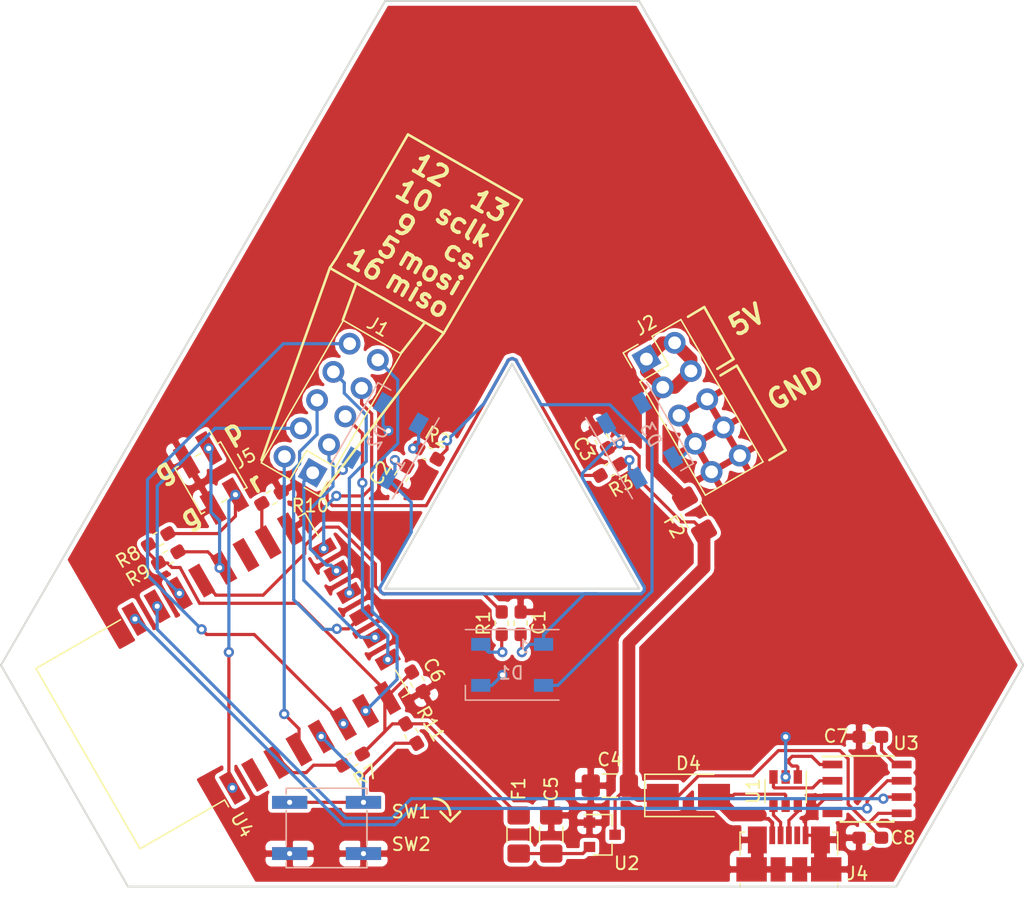
<source format=kicad_pcb>
(kicad_pcb (version 20171130) (host pcbnew "(5.0.2)-1")

  (general
    (thickness 1.6)
    (drawings 74)
    (tracks 348)
    (zones 0)
    (modules 32)
    (nets 40)
  )

  (page A4)
  (layers
    (0 F.Cu signal)
    (31 B.Cu signal)
    (32 B.Adhes user hide)
    (33 F.Adhes user hide)
    (34 B.Paste user hide)
    (35 F.Paste user hide)
    (36 B.SilkS user)
    (37 F.SilkS user)
    (38 B.Mask user hide)
    (39 F.Mask user hide)
    (40 Dwgs.User user hide)
    (41 Cmts.User user hide)
    (42 Eco1.User user hide)
    (43 Eco2.User user hide)
    (44 Edge.Cuts user)
    (45 Margin user hide)
    (46 B.CrtYd user hide)
    (47 F.CrtYd user hide)
    (48 B.Fab user hide)
    (49 F.Fab user hide)
  )

  (setup
    (last_trace_width 0.25)
    (trace_clearance 0.2)
    (zone_clearance 0.3)
    (zone_45_only no)
    (trace_min 0.2)
    (segment_width 0.2)
    (edge_width 0.15)
    (via_size 0.8)
    (via_drill 0.4)
    (via_min_size 0.4)
    (via_min_drill 0.3)
    (uvia_size 0.3)
    (uvia_drill 0.1)
    (uvias_allowed no)
    (uvia_min_size 0.2)
    (uvia_min_drill 0.1)
    (pcb_text_width 0.3)
    (pcb_text_size 1.5 1.5)
    (mod_edge_width 0.15)
    (mod_text_size 1 1)
    (mod_text_width 0.15)
    (pad_size 1.7 1.7)
    (pad_drill 1)
    (pad_to_mask_clearance 0.2)
    (solder_mask_min_width 0.25)
    (aux_axis_origin 0 0)
    (visible_elements 7FFFEFFF)
    (pcbplotparams
      (layerselection 0x010f0_ffffffff)
      (usegerberextensions false)
      (usegerberattributes false)
      (usegerberadvancedattributes false)
      (creategerberjobfile false)
      (excludeedgelayer true)
      (linewidth 0.100000)
      (plotframeref false)
      (viasonmask false)
      (mode 1)
      (useauxorigin false)
      (hpglpennumber 1)
      (hpglpenspeed 20)
      (hpglpendiameter 15.000000)
      (psnegative false)
      (psa4output false)
      (plotreference true)
      (plotvalue true)
      (plotinvisibletext false)
      (padsonsilk false)
      (subtractmaskfromsilk false)
      (outputformat 1)
      (mirror false)
      (drillshape 0)
      (scaleselection 1)
      (outputdirectory "Gerbers/"))
  )

  (net 0 "")
  (net 1 GND)
  (net 2 +5V)
  (net 3 "Net-(D1-Pad2)")
  (net 4 "Net-(J4-Pad4)")
  (net 5 "Net-(R7-Pad1)")
  (net 6 "Net-(R10-Pad2)")
  (net 7 "Net-(U4-Pad2)")
  (net 8 "Net-(R11-Pad1)")
  (net 9 +3V3)
  (net 10 "Net-(C7-Pad1)")
  (net 11 /D_IN_0)
  (net 12 "Net-(D2-Pad2)")
  (net 13 /D_IN_2)
  (net 14 "Net-(D3-Pad2)")
  (net 15 /D_IN_1)
  (net 16 USB_VBUS)
  (net 17 MISO)
  (net 18 MOSI)
  (net 19 SCLK)
  (net 20 USB_Dn)
  (net 21 USB_Dp)
  (net 22 LED_D)
  (net 23 USBP_Dp)
  (net 24 USBP_Dn)
  (net 25 UART_TX)
  (net 26 UART_RX)
  (net 27 ESP_nPROG)
  (net 28 "Net-(U3-Pad4)")
  (net 29 "Net-(F2-Pad2)")
  (net 30 "Net-(C5-Pad1)")
  (net 31 "Net-(U4-Pad17)")
  (net 32 GPIO16)
  (net 33 GPIO5)
  (net 34 CS)
  (net 35 GPIO9)
  (net 36 GPIO10)
  (net 37 GPIO13)
  (net 38 GPIO12)
  (net 39 ESP_nRST)

  (net_class Default "This is the default net class."
    (clearance 0.2)
    (trace_width 0.25)
    (via_dia 0.8)
    (via_drill 0.4)
    (uvia_dia 0.3)
    (uvia_drill 0.1)
    (add_net +3V3)
    (add_net +5V)
    (add_net /D_IN_0)
    (add_net /D_IN_1)
    (add_net /D_IN_2)
    (add_net CS)
    (add_net ESP_nPROG)
    (add_net ESP_nRST)
    (add_net GND)
    (add_net GPIO10)
    (add_net GPIO12)
    (add_net GPIO13)
    (add_net GPIO16)
    (add_net GPIO5)
    (add_net GPIO9)
    (add_net LED_D)
    (add_net MISO)
    (add_net MOSI)
    (add_net "Net-(C5-Pad1)")
    (add_net "Net-(C7-Pad1)")
    (add_net "Net-(D1-Pad2)")
    (add_net "Net-(D2-Pad2)")
    (add_net "Net-(D3-Pad2)")
    (add_net "Net-(F2-Pad2)")
    (add_net "Net-(J4-Pad4)")
    (add_net "Net-(R10-Pad2)")
    (add_net "Net-(R11-Pad1)")
    (add_net "Net-(R7-Pad1)")
    (add_net "Net-(U3-Pad4)")
    (add_net "Net-(U4-Pad17)")
    (add_net "Net-(U4-Pad2)")
    (add_net SCLK)
    (add_net UART_RX)
    (add_net UART_TX)
    (add_net USBP_Dn)
    (add_net USBP_Dp)
    (add_net USB_Dn)
    (add_net USB_Dp)
    (add_net USB_VBUS)
  )

  (module RF_Module:ESP-12E (layer F.Cu) (tedit 5A030172) (tstamp 5E4D2C2B)
    (at 129.299695 120.104076 120)
    (descr "Wi-Fi Module, http://wiki.ai-thinker.com/_media/esp8266/docs/aithinker_esp_12f_datasheet_en.pdf")
    (tags "Wi-Fi Module")
    (path /5E5E11CF)
    (attr smd)
    (fp_text reference U4 (at -10.466696 -4.299 120) (layer F.SilkS)
      (effects (font (size 1 1) (thickness 0.15)))
    )
    (fp_text value ESP-12F (at -0.06 -12.78 120) (layer F.Fab)
      (effects (font (size 1 1) (thickness 0.15)))
    )
    (fp_text user Antenna (at -0.06 -7 300) (layer Cmts.User)
      (effects (font (size 1 1) (thickness 0.15)))
    )
    (fp_text user "KEEP-OUT ZONE" (at 0.03 -9.55 300) (layer Cmts.User)
      (effects (font (size 1 1) (thickness 0.15)))
    )
    (fp_text user %R (at 0.49 -0.8 120) (layer F.Fab)
      (effects (font (size 1 1) (thickness 0.15)))
    )
    (fp_line (start -8 -12) (end 8 -12) (layer F.Fab) (width 0.12))
    (fp_line (start 8 -12) (end 8 12) (layer F.Fab) (width 0.12))
    (fp_line (start 8 12) (end -8 12) (layer F.Fab) (width 0.12))
    (fp_line (start -8 12) (end -8 -3) (layer F.Fab) (width 0.12))
    (fp_line (start -8 -3) (end -7.5 -3.5) (layer F.Fab) (width 0.12))
    (fp_line (start -7.5 -3.5) (end -8 -4) (layer F.Fab) (width 0.12))
    (fp_line (start -8 -4) (end -8 -12) (layer F.Fab) (width 0.12))
    (fp_line (start -9.05 -12.2) (end 9.05 -12.2) (layer F.CrtYd) (width 0.05))
    (fp_line (start 9.05 -12.2) (end 9.05 13.1) (layer F.CrtYd) (width 0.05))
    (fp_line (start 9.05 13.1) (end -9.05 13.1) (layer F.CrtYd) (width 0.05))
    (fp_line (start -9.05 13.1) (end -9.05 -12.2) (layer F.CrtYd) (width 0.05))
    (fp_line (start -8.12 -12.12) (end 8.12 -12.12) (layer F.SilkS) (width 0.12))
    (fp_line (start 8.12 -12.12) (end 8.12 -4.5) (layer F.SilkS) (width 0.12))
    (fp_line (start 8.12 11.5) (end 8.12 12.12) (layer F.SilkS) (width 0.12))
    (fp_line (start 8.12 12.12) (end 6 12.12) (layer F.SilkS) (width 0.12))
    (fp_line (start -6 12.12) (end -8.12 12.12) (layer F.SilkS) (width 0.12))
    (fp_line (start -8.12 12.12) (end -8.12 11.5) (layer F.SilkS) (width 0.12))
    (fp_line (start -8.12 -4.5) (end -8.12 -12.12) (layer F.SilkS) (width 0.12))
    (fp_line (start -8.12 -4.5) (end -8.73 -4.5) (layer F.SilkS) (width 0.12))
    (fp_line (start -8.12 -12.12) (end 8.12 -12.12) (layer Dwgs.User) (width 0.12))
    (fp_line (start 8.12 -12.12) (end 8.12 -4.8) (layer Dwgs.User) (width 0.12))
    (fp_line (start 8.12 -4.8) (end -8.12 -4.8) (layer Dwgs.User) (width 0.12))
    (fp_line (start -8.12 -4.8) (end -8.12 -12.12) (layer Dwgs.User) (width 0.12))
    (fp_line (start -8.12 -9.12) (end -5.12 -12.12) (layer Dwgs.User) (width 0.12))
    (fp_line (start -8.12 -6.12) (end -2.12 -12.12) (layer Dwgs.User) (width 0.12))
    (fp_line (start -6.44 -4.8) (end 0.88 -12.12) (layer Dwgs.User) (width 0.12))
    (fp_line (start -3.44 -4.8) (end 3.88 -12.12) (layer Dwgs.User) (width 0.12))
    (fp_line (start -0.44 -4.8) (end 6.88 -12.12) (layer Dwgs.User) (width 0.12))
    (fp_line (start 2.56 -4.8) (end 8.12 -10.36) (layer Dwgs.User) (width 0.12))
    (fp_line (start 5.56 -4.8) (end 8.12 -7.36) (layer Dwgs.User) (width 0.12))
    (pad 1 smd rect (at -7.6 -3.5 120) (size 2.5 1) (layers F.Cu F.Paste F.Mask)
      (net 39 ESP_nRST))
    (pad 2 smd rect (at -7.6 -1.5 120) (size 2.5 1) (layers F.Cu F.Paste F.Mask)
      (net 7 "Net-(U4-Pad2)"))
    (pad 3 smd rect (at -7.6 0.5 120) (size 2.5 1) (layers F.Cu F.Paste F.Mask)
      (net 5 "Net-(R7-Pad1)"))
    (pad 4 smd rect (at -7.6 2.5 120) (size 2.5 1) (layers F.Cu F.Paste F.Mask)
      (net 32 GPIO16))
    (pad 5 smd rect (at -7.6 4.5 120) (size 2.5 1) (layers F.Cu F.Paste F.Mask)
      (net 8 "Net-(R11-Pad1)"))
    (pad 6 smd rect (at -7.6 6.5 120) (size 2.5 1) (layers F.Cu F.Paste F.Mask)
      (net 38 GPIO12))
    (pad 7 smd rect (at -7.6 8.5 120) (size 2.5 1) (layers F.Cu F.Paste F.Mask)
      (net 37 GPIO13))
    (pad 8 smd rect (at -7.6 10.5 120) (size 2.5 1) (layers F.Cu F.Paste F.Mask)
      (net 9 +3V3))
    (pad 9 smd rect (at -5 12 120) (size 1 1.8) (layers F.Cu F.Paste F.Mask)
      (net 34 CS))
    (pad 10 smd rect (at -3 12 120) (size 1 1.8) (layers F.Cu F.Paste F.Mask)
      (net 17 MISO))
    (pad 11 smd rect (at -1 12 120) (size 1 1.8) (layers F.Cu F.Paste F.Mask)
      (net 35 GPIO9))
    (pad 12 smd rect (at 1 12 120) (size 1 1.8) (layers F.Cu F.Paste F.Mask)
      (net 36 GPIO10))
    (pad 13 smd rect (at 3 12 120) (size 1 1.8) (layers F.Cu F.Paste F.Mask)
      (net 18 MOSI))
    (pad 14 smd rect (at 5 12 120) (size 1 1.8) (layers F.Cu F.Paste F.Mask)
      (net 19 SCLK))
    (pad 15 smd rect (at 7.6 10.5 120) (size 2.5 1) (layers F.Cu F.Paste F.Mask)
      (net 1 GND))
    (pad 16 smd rect (at 7.6 8.5 120) (size 2.5 1) (layers F.Cu F.Paste F.Mask)
      (net 6 "Net-(R10-Pad2)"))
    (pad 17 smd rect (at 7.6 6.5 120) (size 2.5 1) (layers F.Cu F.Paste F.Mask)
      (net 31 "Net-(U4-Pad17)"))
    (pad 18 smd rect (at 7.6 4.5 120) (size 2.5 1) (layers F.Cu F.Paste F.Mask)
      (net 27 ESP_nPROG))
    (pad 19 smd rect (at 7.6 2.5 120) (size 2.5 1) (layers F.Cu F.Paste F.Mask)
      (net 22 LED_D))
    (pad 20 smd rect (at 7.6 0.5 120) (size 2.5 1) (layers F.Cu F.Paste F.Mask)
      (net 33 GPIO5))
    (pad 21 smd rect (at 7.6 -1.5 120) (size 2.5 1) (layers F.Cu F.Paste F.Mask)
      (net 25 UART_TX))
    (pad 22 smd rect (at 7.6 -3.5 120) (size 2.5 1) (layers F.Cu F.Paste F.Mask)
      (net 26 UART_RX))
    (model ${KISYS3DMOD}/RF_Module.3dshapes/ESP-12E.wrl
      (at (xyz 0 0 0))
      (scale (xyz 1 1 1))
      (rotate (xyz 0 0 0))
    )
    (model ${KIPRJMOD}/ESP8266.3dshapes/ESP-12F.wrl
      (at (xyz 0 0 0))
      (scale (xyz 0.4 0.4 0.4))
      (rotate (xyz 0 0 -90))
    )
  )

  (module Button_Switch_SMD:SW_SPST_EVPBF (layer B.Cu) (tedit 5E4C6E03) (tstamp 5E4D84C9)
    (at 137.414 131.572 180)
    (descr "Light Touch Switch")
    (path /5E5E1224)
    (attr smd)
    (fp_text reference SW1 (at -6.604 1.27) (layer F.SilkS)
      (effects (font (size 1 1) (thickness 0.15)))
    )
    (fp_text value SW_Push (at 0 -4.25 180) (layer B.Fab)
      (effects (font (size 1 1) (thickness 0.15)) (justify mirror))
    )
    (fp_line (start -3.15 -2.65) (end -3.15 -3.1) (layer B.SilkS) (width 0.12))
    (fp_line (start -3.15 -3.1) (end 3.15 -3.1) (layer B.SilkS) (width 0.12))
    (fp_line (start 3.15 -3.1) (end 3.15 -2.7) (layer B.SilkS) (width 0.12))
    (fp_line (start -3.15 -1.35) (end -3.15 1.35) (layer B.SilkS) (width 0.12))
    (fp_line (start 3.15 1.35) (end 3.15 -1.35) (layer B.SilkS) (width 0.12))
    (fp_line (start -3.15 3.1) (end 3.15 3.1) (layer B.SilkS) (width 0.12))
    (fp_line (start 3.15 3.1) (end 3.15 2.65) (layer B.SilkS) (width 0.12))
    (fp_line (start -3.15 2.65) (end -3.15 3.1) (layer B.SilkS) (width 0.12))
    (fp_line (start -3 3) (end 3 3) (layer B.Fab) (width 0.1))
    (fp_line (start 3 3) (end 3 -3) (layer B.Fab) (width 0.1))
    (fp_line (start 3 -3) (end -3 -3) (layer B.Fab) (width 0.1))
    (fp_line (start -3 -3) (end -3 3) (layer B.Fab) (width 0.1))
    (fp_text user %R (at 0 3.9 180) (layer B.Fab)
      (effects (font (size 1 1) (thickness 0.15)) (justify mirror))
    )
    (fp_line (start -4.5 3.25) (end 4.5 3.25) (layer B.CrtYd) (width 0.05))
    (fp_line (start 4.5 3.25) (end 4.5 -3.25) (layer B.CrtYd) (width 0.05))
    (fp_line (start 4.5 -3.25) (end -4.5 -3.25) (layer B.CrtYd) (width 0.05))
    (fp_line (start -4.5 -3.25) (end -4.5 3.25) (layer B.CrtYd) (width 0.05))
    (fp_circle (center 0 0) (end 1.7 0) (layer B.Fab) (width 0.1))
    (pad 1 smd rect (at 2.88 2 180) (size 2.75 1) (layers B.Cu B.Paste B.Mask)
      (net 8 "Net-(R11-Pad1)"))
    (pad 1 smd rect (at -2.88 2 180) (size 2.75 1) (layers B.Cu B.Paste B.Mask)
      (net 8 "Net-(R11-Pad1)"))
    (pad 2 smd rect (at -2.88 -2 180) (size 2.75 1) (layers B.Cu B.Paste B.Mask)
      (net 1 GND))
    (pad 2 smd rect (at 2.88 -2 180) (size 2.75 1) (layers B.Cu B.Paste B.Mask)
      (net 1 GND))
    (model ${KISYS3DMOD}/Button_Switch_SMD.3dshapes/SW_SPST_EVPBF.wrl
      (at (xyz 0 0 0))
      (scale (xyz 1 1 1))
      (rotate (xyz 0 0 0))
    )
    (model ${KISYS3DMOD}/Button_Switch_SMD.3dshapes/SW_SPST_PTS645.wrl
      (at (xyz 0 0 0))
      (scale (xyz 0.9 0.9 0.3))
      (rotate (xyz 0 0 0))
    )
  )

  (module Connector_USB:USB_Micro-B_Molex_47346-0001 (layer F.Cu) (tedit 5C683A5A) (tstamp 5C683CCD)
    (at 173.482 133.604)
    (descr "Micro USB B receptable with flange, bottom-mount, SMD, right-angle (http://www.molex.com/pdm_docs/sd/473460001_sd.pdf)")
    (tags "Micro B USB SMD")
    (path /5E5A5AE5)
    (attr smd)
    (fp_text reference J4 (at 5.334 1.524 180) (layer F.SilkS)
      (effects (font (size 1 1) (thickness 0.15)))
    )
    (fp_text value "USB Micro-B" (at 11.5206 -2.6924 60) (layer F.Fab)
      (effects (font (size 1 1) (thickness 0.15)))
    )
    (fp_text user "PCB Edge" (at 0 2.67 180) (layer Dwgs.User)
      (effects (font (size 0.4 0.4) (thickness 0.04)))
    )
    (fp_text user %R (at 0 1.2) (layer F.Fab)
      (effects (font (size 1 1) (thickness 0.15)))
    )
    (fp_line (start 3.81 -1.71) (end 3.43 -1.71) (layer F.SilkS) (width 0.12))
    (fp_line (start 4.6 3.9) (end -4.6 3.9) (layer F.CrtYd) (width 0.05))
    (fp_line (start 4.6 -2.7) (end 4.6 3.9) (layer F.CrtYd) (width 0.05))
    (fp_line (start -4.6 -2.7) (end 4.6 -2.7) (layer F.CrtYd) (width 0.05))
    (fp_line (start -4.6 3.9) (end -4.6 -2.7) (layer F.CrtYd) (width 0.05))
    (fp_line (start 3.75 3.35) (end -3.75 3.35) (layer F.Fab) (width 0.1))
    (fp_line (start 3.75 -1.65) (end 3.75 3.35) (layer F.Fab) (width 0.1))
    (fp_line (start -3.75 -1.65) (end 3.75 -1.65) (layer F.Fab) (width 0.1))
    (fp_line (start -3.75 3.35) (end -3.75 -1.65) (layer F.Fab) (width 0.1))
    (fp_line (start 3.81 2.34) (end 3.81 2.6) (layer F.SilkS) (width 0.12))
    (fp_line (start 3.81 -1.71) (end 3.81 0.06) (layer F.SilkS) (width 0.12))
    (fp_line (start -3.81 -1.71) (end -3.43 -1.71) (layer F.SilkS) (width 0.12))
    (fp_line (start -3.81 0.06) (end -3.81 -1.71) (layer F.SilkS) (width 0.12))
    (fp_line (start -3.81 2.6) (end -3.81 2.34) (layer F.SilkS) (width 0.12))
    (fp_line (start -3.25 2.65) (end 3.25 2.65) (layer F.Fab) (width 0.1))
    (pad 1 smd rect (at -1.3 -1.46) (size 0.45 1.38) (layers F.Cu F.Paste F.Mask)
      (net 16 USB_VBUS))
    (pad 2 smd rect (at -0.65 -1.46) (size 0.45 1.38) (layers F.Cu F.Paste F.Mask)
      (net 20 USB_Dn))
    (pad 3 smd rect (at 0 -1.46) (size 0.45 1.38) (layers F.Cu F.Paste F.Mask)
      (net 21 USB_Dp))
    (pad 4 smd rect (at 0.65 -1.46) (size 0.45 1.38) (layers F.Cu F.Paste F.Mask)
      (net 4 "Net-(J4-Pad4)"))
    (pad 5 smd rect (at 1.3 -1.46) (size 0.45 1.38) (layers F.Cu F.Paste F.Mask)
      (net 1 GND))
    (pad 6 smd rect (at -2.4625 -1.1) (size 1.475 2.1) (layers F.Cu F.Paste F.Mask)
      (net 1 GND))
    (pad 6 smd rect (at 2.4625 -1.1) (size 1.475 2.1) (layers F.Cu F.Paste F.Mask)
      (net 1 GND))
    (pad 6 smd rect (at -2.91 1.2) (size 2.375 1.9) (layers F.Cu F.Paste F.Mask)
      (net 1 GND))
    (pad 6 smd rect (at 2.91 1.2) (size 2.375 1.9) (layers F.Cu F.Paste F.Mask)
      (net 1 GND))
    (pad 6 smd rect (at -0.84 1.2) (size 1.175 1.9) (layers F.Cu F.Paste F.Mask)
      (net 1 GND))
    (pad 6 smd rect (at 0.84 1.2) (size 1.175 1.9) (layers F.Cu F.Paste F.Mask)
      (net 1 GND))
    (model ${KISYS3DMOD}/Connector_USB.3dshapes/USB_Micro-B_Molex_47346-0001.wrl
      (at (xyz 0 0 0))
      (scale (xyz 1 1 1))
      (rotate (xyz 0 0 0))
    )
  )

  (module Capacitor_SMD:C_1206_3216Metric_Pad1.42x1.75mm_HandSolder (layer F.Cu) (tedit 5B301BBE) (tstamp 5BAA68B9)
    (at 159.512 128.27 180)
    (descr "Capacitor SMD 1206 (3216 Metric), square (rectangular) end terminal, IPC_7351 nominal with elongated pad for handsoldering. (Body size source: http://www.tortai-tech.com/upload/download/2011102023233369053.pdf), generated with kicad-footprint-generator")
    (tags "capacitor handsolder")
    (path /5E5A2AC6)
    (attr smd)
    (fp_text reference C4 (at 0 2.032 180) (layer F.SilkS)
      (effects (font (size 1 1) (thickness 0.15)))
    )
    (fp_text value 1uF (at 0 1.82 180) (layer F.Fab)
      (effects (font (size 1 1) (thickness 0.15)))
    )
    (fp_text user %R (at 0 0 180) (layer F.Fab)
      (effects (font (size 0.8 0.8) (thickness 0.12)))
    )
    (fp_line (start 2.45 1.12) (end -2.45 1.12) (layer F.CrtYd) (width 0.05))
    (fp_line (start 2.45 -1.12) (end 2.45 1.12) (layer F.CrtYd) (width 0.05))
    (fp_line (start -2.45 -1.12) (end 2.45 -1.12) (layer F.CrtYd) (width 0.05))
    (fp_line (start -2.45 1.12) (end -2.45 -1.12) (layer F.CrtYd) (width 0.05))
    (fp_line (start -0.602064 0.91) (end 0.602064 0.91) (layer F.SilkS) (width 0.12))
    (fp_line (start -0.602064 -0.91) (end 0.602064 -0.91) (layer F.SilkS) (width 0.12))
    (fp_line (start 1.6 0.8) (end -1.6 0.8) (layer F.Fab) (width 0.1))
    (fp_line (start 1.6 -0.8) (end 1.6 0.8) (layer F.Fab) (width 0.1))
    (fp_line (start -1.6 -0.8) (end 1.6 -0.8) (layer F.Fab) (width 0.1))
    (fp_line (start -1.6 0.8) (end -1.6 -0.8) (layer F.Fab) (width 0.1))
    (pad 2 smd roundrect (at 1.4875 0 180) (size 1.425 1.75) (layers F.Cu F.Paste F.Mask) (roundrect_rratio 0.175439)
      (net 1 GND))
    (pad 1 smd roundrect (at -1.4875 0 180) (size 1.425 1.75) (layers F.Cu F.Paste F.Mask) (roundrect_rratio 0.175439)
      (net 2 +5V))
    (model ${KISYS3DMOD}/Capacitor_SMD.3dshapes/C_1206_3216Metric.wrl
      (at (xyz 0 0 0))
      (scale (xyz 1 1 1))
      (rotate (xyz 0 0 0))
    )
  )

  (module LED_SMD:LED_WS2812B_PLCC4_5.0x5.0mm_P3.2mm (layer B.Cu) (tedit 5AA4B285) (tstamp 5BAA67BE)
    (at 161.831641 101.345238 300)
    (descr https://cdn-shop.adafruit.com/datasheets/WS2812B.pdf)
    (tags "LED RGB NeoPixel")
    (path /5E5D5F0E)
    (attr smd)
    (fp_text reference D3 (at 0.059552 -0.992147 300) (layer B.SilkS)
      (effects (font (size 1 1) (thickness 0.15)) (justify mirror))
    )
    (fp_text value WS2812B (at 0 -4 300) (layer B.Fab)
      (effects (font (size 1 1) (thickness 0.15)) (justify mirror))
    )
    (fp_circle (center 0 0) (end 0 2) (layer B.Fab) (width 0.1))
    (fp_line (start 3.65 -2.75) (end 3.65 -1.6) (layer B.SilkS) (width 0.12))
    (fp_line (start -3.65 -2.75) (end 3.65 -2.75) (layer B.SilkS) (width 0.12))
    (fp_line (start -3.65 2.75) (end 3.65 2.75) (layer B.SilkS) (width 0.12))
    (fp_line (start 2.5 2.5) (end -2.5 2.5) (layer B.Fab) (width 0.1))
    (fp_line (start 2.5 -2.5) (end 2.5 2.5) (layer B.Fab) (width 0.1))
    (fp_line (start -2.5 -2.5) (end 2.5 -2.5) (layer B.Fab) (width 0.1))
    (fp_line (start -2.5 2.5) (end -2.5 -2.5) (layer B.Fab) (width 0.1))
    (fp_line (start 2.5 -1.5) (end 1.5 -2.5) (layer B.Fab) (width 0.1))
    (fp_line (start -3.45 2.75) (end -3.45 -2.75) (layer B.CrtYd) (width 0.05))
    (fp_line (start -3.45 -2.75) (end 3.45 -2.75) (layer B.CrtYd) (width 0.05))
    (fp_line (start 3.45 -2.75) (end 3.45 2.75) (layer B.CrtYd) (width 0.05))
    (fp_line (start 3.45 2.75) (end -3.45 2.75) (layer B.CrtYd) (width 0.05))
    (fp_text user %R (at 0 0 300) (layer B.Fab)
      (effects (font (size 0.8 0.8) (thickness 0.15)) (justify mirror))
    )
    (fp_text user 1 (at -0.935485 1.366308 300) (layer B.SilkS)
      (effects (font (size 1 1) (thickness 0.15)) (justify mirror))
    )
    (pad 1 smd rect (at -2.45 1.6 300) (size 1.5 1) (layers B.Cu B.Paste B.Mask)
      (net 2 +5V))
    (pad 2 smd rect (at -2.45 -1.6 300) (size 1.5 1) (layers B.Cu B.Paste B.Mask)
      (net 14 "Net-(D3-Pad2)"))
    (pad 4 smd rect (at 2.45 1.6 300) (size 1.5 1) (layers B.Cu B.Paste B.Mask)
      (net 15 /D_IN_1))
    (pad 3 smd rect (at 2.45 -1.6 300) (size 1.5 1) (layers B.Cu B.Paste B.Mask)
      (net 1 GND))
    (model ${KIPRJMOD}/Misc.3dshapes/WS2812B.wrl
      (offset (xyz 0 0 0.75))
      (scale (xyz 400 400 400))
      (rotate (xyz 0 0 0))
    )
  )

  (module LED_SMD:LED_WS2812B_PLCC4_5.0x5.0mm_P3.2mm (layer B.Cu) (tedit 5AA4B285) (tstamp 5BAA67A8)
    (at 141.986 101.3714 60)
    (descr https://cdn-shop.adafruit.com/datasheets/WS2812B.pdf)
    (tags "LED RGB NeoPixel")
    (path /5E5D5F2B)
    (attr smd)
    (fp_text reference D2 (at -0.0635 -0.635 60) (layer B.SilkS)
      (effects (font (size 1 1) (thickness 0.15)) (justify mirror))
    )
    (fp_text value WS2812B (at 0 -4 60) (layer B.Fab)
      (effects (font (size 1 1) (thickness 0.15)) (justify mirror))
    )
    (fp_circle (center 0 0) (end 0 2) (layer B.Fab) (width 0.1))
    (fp_line (start 3.65 -2.75) (end 3.65 -1.6) (layer B.SilkS) (width 0.12))
    (fp_line (start -3.65 -2.75) (end 3.65 -2.75) (layer B.SilkS) (width 0.12))
    (fp_line (start -3.65 2.75) (end 3.65 2.75) (layer B.SilkS) (width 0.12))
    (fp_line (start 2.5 2.5) (end -2.5 2.5) (layer B.Fab) (width 0.1))
    (fp_line (start 2.5 -2.5) (end 2.5 2.5) (layer B.Fab) (width 0.1))
    (fp_line (start -2.5 -2.5) (end 2.5 -2.5) (layer B.Fab) (width 0.1))
    (fp_line (start -2.5 2.5) (end -2.5 -2.5) (layer B.Fab) (width 0.1))
    (fp_line (start 2.5 -1.5) (end 1.5 -2.5) (layer B.Fab) (width 0.1))
    (fp_line (start -3.45 2.75) (end -3.45 -2.75) (layer B.CrtYd) (width 0.05))
    (fp_line (start -3.45 -2.75) (end 3.45 -2.75) (layer B.CrtYd) (width 0.05))
    (fp_line (start 3.45 -2.75) (end 3.45 2.75) (layer B.CrtYd) (width 0.05))
    (fp_line (start 3.45 2.75) (end -3.45 2.75) (layer B.CrtYd) (width 0.05))
    (fp_text user %R (at 0 0 60) (layer B.Fab)
      (effects (font (size 0.8 0.8) (thickness 0.15)) (justify mirror))
    )
    (fp_text user 1 (at -1.016 1.7145 60) (layer B.SilkS)
      (effects (font (size 1 1) (thickness 0.15)) (justify mirror))
    )
    (pad 1 smd rect (at -2.45 1.6 60) (size 1.5 1) (layers B.Cu B.Paste B.Mask)
      (net 2 +5V))
    (pad 2 smd rect (at -2.45 -1.6 60) (size 1.5 1) (layers B.Cu B.Paste B.Mask)
      (net 12 "Net-(D2-Pad2)"))
    (pad 4 smd rect (at 2.45 1.6 60) (size 1.5 1) (layers B.Cu B.Paste B.Mask)
      (net 13 /D_IN_2))
    (pad 3 smd rect (at 2.45 -1.6 60) (size 1.5 1) (layers B.Cu B.Paste B.Mask)
      (net 1 GND))
    (model ${KIPRJMOD}/Misc.3dshapes/WS2812B.wrl
      (offset (xyz 0 0 0.75))
      (scale (xyz 400 400 400))
      (rotate (xyz 0 0 0))
    )
  )

  (module LED_SMD:LED_WS2812B_PLCC4_5.0x5.0mm_P3.2mm (layer B.Cu) (tedit 5AA4B285) (tstamp 5BAA6792)
    (at 151.892 118.8466 180)
    (descr https://cdn-shop.adafruit.com/datasheets/WS2812B.pdf)
    (tags "LED RGB NeoPixel")
    (path /5E5D5EF0)
    (attr smd)
    (fp_text reference D1 (at 0.075956 -0.630441 180) (layer B.SilkS)
      (effects (font (size 1 1) (thickness 0.15)) (justify mirror))
    )
    (fp_text value WS2812B (at 0 -4 180) (layer B.Fab)
      (effects (font (size 1 1) (thickness 0.15)) (justify mirror))
    )
    (fp_circle (center 0 0) (end 0 2) (layer B.Fab) (width 0.1))
    (fp_line (start 3.65 -2.75) (end 3.65 -1.6) (layer B.SilkS) (width 0.12))
    (fp_line (start -3.65 -2.75) (end 3.65 -2.75) (layer B.SilkS) (width 0.12))
    (fp_line (start -3.65 2.75) (end 3.65 2.75) (layer B.SilkS) (width 0.12))
    (fp_line (start 2.5 2.5) (end -2.5 2.5) (layer B.Fab) (width 0.1))
    (fp_line (start 2.5 -2.5) (end 2.5 2.5) (layer B.Fab) (width 0.1))
    (fp_line (start -2.5 -2.5) (end 2.5 -2.5) (layer B.Fab) (width 0.1))
    (fp_line (start -2.5 2.5) (end -2.5 -2.5) (layer B.Fab) (width 0.1))
    (fp_line (start 2.5 -1.5) (end 1.5 -2.5) (layer B.Fab) (width 0.1))
    (fp_line (start -3.45 2.75) (end -3.45 -2.75) (layer B.CrtYd) (width 0.05))
    (fp_line (start -3.45 -2.75) (end 3.45 -2.75) (layer B.CrtYd) (width 0.05))
    (fp_line (start 3.45 -2.75) (end 3.45 2.75) (layer B.CrtYd) (width 0.05))
    (fp_line (start 3.45 2.75) (end -3.45 2.75) (layer B.CrtYd) (width 0.05))
    (fp_text user %R (at 0 0 180) (layer B.Fab)
      (effects (font (size 0.8 0.8) (thickness 0.15)) (justify mirror))
    )
    (fp_text user 1 (at -0.85208 1.445154 180) (layer B.SilkS)
      (effects (font (size 1 1) (thickness 0.15)) (justify mirror))
    )
    (pad 1 smd rect (at -2.45 1.6 180) (size 1.5 1) (layers B.Cu B.Paste B.Mask)
      (net 2 +5V))
    (pad 2 smd rect (at -2.45 -1.6 180) (size 1.5 1) (layers B.Cu B.Paste B.Mask)
      (net 3 "Net-(D1-Pad2)"))
    (pad 4 smd rect (at 2.45 1.6 180) (size 1.5 1) (layers B.Cu B.Paste B.Mask)
      (net 11 /D_IN_0))
    (pad 3 smd rect (at 2.45 -1.6 180) (size 1.5 1) (layers B.Cu B.Paste B.Mask)
      (net 1 GND))
    (model ${KIPRJMOD}/Misc.3dshapes/WS2812B.wrl
      (offset (xyz 0 0 0.75))
      (scale (xyz 400 400 400))
      (rotate (xyz 0 0 0))
    )
  )

  (module Capacitor_SMD:C_1206_3216Metric_Pad1.42x1.75mm_HandSolder (layer F.Cu) (tedit 5B301BBE) (tstamp 5C81005E)
    (at 154.94 132.08 90)
    (descr "Capacitor SMD 1206 (3216 Metric), square (rectangular) end terminal, IPC_7351 nominal with elongated pad for handsoldering. (Body size source: http://www.tortai-tech.com/upload/download/2011102023233369053.pdf), generated with kicad-footprint-generator")
    (tags "capacitor handsolder")
    (path /5E5A2ADB)
    (attr smd)
    (fp_text reference C5 (at 3.556 0 90) (layer F.SilkS)
      (effects (font (size 1 1) (thickness 0.15)))
    )
    (fp_text value 1uF (at 3.9116 0.9398 90) (layer F.Fab)
      (effects (font (size 1 1) (thickness 0.15)))
    )
    (fp_line (start -1.6 0.8) (end -1.6 -0.8) (layer F.Fab) (width 0.1))
    (fp_line (start -1.6 -0.8) (end 1.6 -0.8) (layer F.Fab) (width 0.1))
    (fp_line (start 1.6 -0.8) (end 1.6 0.8) (layer F.Fab) (width 0.1))
    (fp_line (start 1.6 0.8) (end -1.6 0.8) (layer F.Fab) (width 0.1))
    (fp_line (start -0.602064 -0.91) (end 0.602064 -0.91) (layer F.SilkS) (width 0.12))
    (fp_line (start -0.602064 0.91) (end 0.602064 0.91) (layer F.SilkS) (width 0.12))
    (fp_line (start -2.45 1.12) (end -2.45 -1.12) (layer F.CrtYd) (width 0.05))
    (fp_line (start -2.45 -1.12) (end 2.45 -1.12) (layer F.CrtYd) (width 0.05))
    (fp_line (start 2.45 -1.12) (end 2.45 1.12) (layer F.CrtYd) (width 0.05))
    (fp_line (start 2.45 1.12) (end -2.45 1.12) (layer F.CrtYd) (width 0.05))
    (fp_text user %R (at 0 0 90) (layer F.Fab)
      (effects (font (size 0.8 0.8) (thickness 0.12)))
    )
    (pad 1 smd roundrect (at -1.4875 0 90) (size 1.425 1.75) (layers F.Cu F.Paste F.Mask) (roundrect_rratio 0.175439)
      (net 30 "Net-(C5-Pad1)"))
    (pad 2 smd roundrect (at 1.4875 0 90) (size 1.425 1.75) (layers F.Cu F.Paste F.Mask) (roundrect_rratio 0.175439)
      (net 1 GND))
    (model ${KISYS3DMOD}/Capacitor_SMD.3dshapes/C_1206_3216Metric.wrl
      (at (xyz 0 0 0))
      (scale (xyz 1 1 1))
      (rotate (xyz 0 0 0))
    )
  )

  (module Capacitor_SMD:C_0603_1608Metric_Pad1.05x0.95mm_HandSolder (layer F.Cu) (tedit 5B301BBE) (tstamp 5C81006F)
    (at 144.5006 120.1674 300)
    (descr "Capacitor SMD 0603 (1608 Metric), square (rectangular) end terminal, IPC_7351 nominal with elongated pad for handsoldering. (Body size source: http://www.tortai-tech.com/upload/download/2011102023233369053.pdf), generated with kicad-footprint-generator")
    (tags "capacitor handsolder")
    (path /5E5E11EF)
    (attr smd)
    (fp_text reference C6 (at -0.144194 -1.579049 300) (layer F.SilkS)
      (effects (font (size 1 1) (thickness 0.15)))
    )
    (fp_text value 100n (at -0.302488 -1.406476 300) (layer F.Fab)
      (effects (font (size 1 1) (thickness 0.15)))
    )
    (fp_line (start -0.8 0.4) (end -0.8 -0.4) (layer F.Fab) (width 0.1))
    (fp_line (start -0.8 -0.4) (end 0.8 -0.4) (layer F.Fab) (width 0.1))
    (fp_line (start 0.8 -0.4) (end 0.8 0.4) (layer F.Fab) (width 0.1))
    (fp_line (start 0.8 0.4) (end -0.8 0.4) (layer F.Fab) (width 0.1))
    (fp_line (start -0.171267 -0.51) (end 0.171267 -0.51) (layer F.SilkS) (width 0.12))
    (fp_line (start -0.171267 0.51) (end 0.171267 0.51) (layer F.SilkS) (width 0.12))
    (fp_line (start -1.65 0.73) (end -1.65 -0.73) (layer F.CrtYd) (width 0.05))
    (fp_line (start -1.65 -0.73) (end 1.65 -0.73) (layer F.CrtYd) (width 0.05))
    (fp_line (start 1.65 -0.73) (end 1.65 0.73) (layer F.CrtYd) (width 0.05))
    (fp_line (start 1.65 0.73) (end -1.65 0.73) (layer F.CrtYd) (width 0.05))
    (fp_text user %R (at 0 0 300) (layer F.Fab)
      (effects (font (size 0.4 0.4) (thickness 0.06)))
    )
    (pad 1 smd roundrect (at -0.875 0 300) (size 1.05 0.95) (layers F.Cu F.Paste F.Mask) (roundrect_rratio 0.25)
      (net 9 +3V3))
    (pad 2 smd roundrect (at 0.875 0 300) (size 1.05 0.95) (layers F.Cu F.Paste F.Mask) (roundrect_rratio 0.25)
      (net 1 GND))
    (model ${KISYS3DMOD}/Capacitor_SMD.3dshapes/C_0603_1608Metric.wrl
      (at (xyz 0 0 0))
      (scale (xyz 1 1 1))
      (rotate (xyz 0 0 0))
    )
  )

  (module Resistor_SMD:R_0603_1608Metric_Pad1.05x0.95mm_HandSolder (layer F.Cu) (tedit 5B301BBD) (tstamp 5C810188)
    (at 139.446 126.238 30)
    (descr "Resistor SMD 0603 (1608 Metric), square (rectangular) end terminal, IPC_7351 nominal with elongated pad for handsoldering. (Body size source: http://www.tortai-tech.com/upload/download/2011102023233369053.pdf), generated with kicad-footprint-generator")
    (tags "resistor handsolder")
    (path /5E5E11DF)
    (attr smd)
    (fp_text reference R7 (at 0.244882 1.607852 30) (layer F.SilkS)
      (effects (font (size 1 1) (thickness 0.15)))
    )
    (fp_text value 10k (at 0.476038 -1.484923 30) (layer F.Fab)
      (effects (font (size 1 1) (thickness 0.15)))
    )
    (fp_text user %R (at 0 0 30) (layer F.Fab)
      (effects (font (size 0.4 0.4) (thickness 0.06)))
    )
    (fp_line (start 1.65 0.73) (end -1.65 0.73) (layer F.CrtYd) (width 0.05))
    (fp_line (start 1.65 -0.73) (end 1.65 0.73) (layer F.CrtYd) (width 0.05))
    (fp_line (start -1.65 -0.73) (end 1.65 -0.73) (layer F.CrtYd) (width 0.05))
    (fp_line (start -1.65 0.73) (end -1.65 -0.73) (layer F.CrtYd) (width 0.05))
    (fp_line (start -0.171267 0.51) (end 0.171267 0.51) (layer F.SilkS) (width 0.12))
    (fp_line (start -0.171267 -0.51) (end 0.171267 -0.51) (layer F.SilkS) (width 0.12))
    (fp_line (start 0.8 0.4) (end -0.8 0.4) (layer F.Fab) (width 0.1))
    (fp_line (start 0.8 -0.4) (end 0.8 0.4) (layer F.Fab) (width 0.1))
    (fp_line (start -0.8 -0.4) (end 0.8 -0.4) (layer F.Fab) (width 0.1))
    (fp_line (start -0.8 0.4) (end -0.8 -0.4) (layer F.Fab) (width 0.1))
    (pad 2 smd roundrect (at 0.875 0 30) (size 1.05 0.95) (layers F.Cu F.Paste F.Mask) (roundrect_rratio 0.25)
      (net 9 +3V3))
    (pad 1 smd roundrect (at -0.875 0 30) (size 1.05 0.95) (layers F.Cu F.Paste F.Mask) (roundrect_rratio 0.25)
      (net 5 "Net-(R7-Pad1)"))
    (model ${KISYS3DMOD}/Resistor_SMD.3dshapes/R_0603_1608Metric.wrl
      (at (xyz 0 0 0))
      (scale (xyz 1 1 1))
      (rotate (xyz 0 0 0))
    )
  )

  (module Resistor_SMD:R_0603_1608Metric_Pad1.05x0.95mm_HandSolder (layer F.Cu) (tedit 5B301BBD) (tstamp 5C810199)
    (at 124.2822 109.0422 210)
    (descr "Resistor SMD 0603 (1608 Metric), square (rectangular) end terminal, IPC_7351 nominal with elongated pad for handsoldering. (Body size source: http://www.tortai-tech.com/upload/download/2011102023233369053.pdf), generated with kicad-footprint-generator")
    (tags "resistor handsolder")
    (path /5E5E11D8)
    (attr smd)
    (fp_text reference R8 (at 2.722228 -0.041437 210) (layer F.SilkS)
      (effects (font (size 1 1) (thickness 0.15)))
    )
    (fp_text value 10k (at 3.142663 0.347948 210) (layer F.Fab)
      (effects (font (size 1 1) (thickness 0.15)))
    )
    (fp_line (start -0.8 0.4) (end -0.8 -0.4) (layer F.Fab) (width 0.1))
    (fp_line (start -0.8 -0.4) (end 0.8 -0.4) (layer F.Fab) (width 0.1))
    (fp_line (start 0.8 -0.4) (end 0.8 0.4) (layer F.Fab) (width 0.1))
    (fp_line (start 0.8 0.4) (end -0.8 0.4) (layer F.Fab) (width 0.1))
    (fp_line (start -0.171267 -0.51) (end 0.171267 -0.51) (layer F.SilkS) (width 0.12))
    (fp_line (start -0.171267 0.51) (end 0.171267 0.51) (layer F.SilkS) (width 0.12))
    (fp_line (start -1.65 0.73) (end -1.65 -0.73) (layer F.CrtYd) (width 0.05))
    (fp_line (start -1.65 -0.73) (end 1.65 -0.73) (layer F.CrtYd) (width 0.05))
    (fp_line (start 1.65 -0.73) (end 1.65 0.73) (layer F.CrtYd) (width 0.05))
    (fp_line (start 1.65 0.73) (end -1.65 0.73) (layer F.CrtYd) (width 0.05))
    (fp_text user %R (at 0 0 210) (layer F.Fab)
      (effects (font (size 0.4 0.4) (thickness 0.06)))
    )
    (pad 1 smd roundrect (at -0.875 0 210) (size 1.05 0.95) (layers F.Cu F.Paste F.Mask) (roundrect_rratio 0.25)
      (net 39 ESP_nRST))
    (pad 2 smd roundrect (at 0.875 0 210) (size 1.05 0.95) (layers F.Cu F.Paste F.Mask) (roundrect_rratio 0.25)
      (net 9 +3V3))
    (model ${KISYS3DMOD}/Resistor_SMD.3dshapes/R_0603_1608Metric.wrl
      (at (xyz 0 0 0))
      (scale (xyz 1 1 1))
      (rotate (xyz 0 0 0))
    )
  )

  (module Resistor_SMD:R_0603_1608Metric_Pad1.05x0.95mm_HandSolder (layer F.Cu) (tedit 5B301BBD) (tstamp 5C8101AA)
    (at 125.0696 110.4646 210)
    (descr "Resistor SMD 0603 (1608 Metric), square (rectangular) end terminal, IPC_7351 nominal with elongated pad for handsoldering. (Body size source: http://www.tortai-tech.com/upload/download/2011102023233369053.pdf), generated with kicad-footprint-generator")
    (tags "resistor handsolder")
    (path /5E5E1202)
    (attr smd)
    (fp_text reference R9 (at 2.722228 -0.041437 210) (layer F.SilkS)
      (effects (font (size 1 1) (thickness 0.15)))
    )
    (fp_text value 10k (at 3.014084 0.215054 210) (layer F.Fab)
      (effects (font (size 1 1) (thickness 0.15)))
    )
    (fp_text user %R (at 0 0 210) (layer F.Fab)
      (effects (font (size 0.4 0.4) (thickness 0.06)))
    )
    (fp_line (start 1.65 0.73) (end -1.65 0.73) (layer F.CrtYd) (width 0.05))
    (fp_line (start 1.65 -0.73) (end 1.65 0.73) (layer F.CrtYd) (width 0.05))
    (fp_line (start -1.65 -0.73) (end 1.65 -0.73) (layer F.CrtYd) (width 0.05))
    (fp_line (start -1.65 0.73) (end -1.65 -0.73) (layer F.CrtYd) (width 0.05))
    (fp_line (start -0.171267 0.51) (end 0.171267 0.51) (layer F.SilkS) (width 0.12))
    (fp_line (start -0.171267 -0.51) (end 0.171267 -0.51) (layer F.SilkS) (width 0.12))
    (fp_line (start 0.8 0.4) (end -0.8 0.4) (layer F.Fab) (width 0.1))
    (fp_line (start 0.8 -0.4) (end 0.8 0.4) (layer F.Fab) (width 0.1))
    (fp_line (start -0.8 -0.4) (end 0.8 -0.4) (layer F.Fab) (width 0.1))
    (fp_line (start -0.8 0.4) (end -0.8 -0.4) (layer F.Fab) (width 0.1))
    (pad 2 smd roundrect (at 0.875 0 210) (size 1.05 0.95) (layers F.Cu F.Paste F.Mask) (roundrect_rratio 0.25)
      (net 9 +3V3))
    (pad 1 smd roundrect (at -0.875 0 210) (size 1.05 0.95) (layers F.Cu F.Paste F.Mask) (roundrect_rratio 0.25)
      (net 27 ESP_nPROG))
    (model ${KISYS3DMOD}/Resistor_SMD.3dshapes/R_0603_1608Metric.wrl
      (at (xyz 0 0 0))
      (scale (xyz 1 1 1))
      (rotate (xyz 0 0 0))
    )
  )

  (module Resistor_SMD:R_0603_1608Metric_Pad1.05x0.95mm_HandSolder (layer F.Cu) (tedit 5E4C6DAF) (tstamp 5C8101BB)
    (at 133.1214 105.8164 210)
    (descr "Resistor SMD 0603 (1608 Metric), square (rectangular) end terminal, IPC_7351 nominal with elongated pad for handsoldering. (Body size source: http://www.tortai-tech.com/upload/download/2011102023233369053.pdf), generated with kicad-footprint-generator")
    (tags "resistor handsolder")
    (path /5E5E11FA)
    (attr smd)
    (fp_text reference R10 (at -2.312848 -2.039229 180) (layer F.SilkS)
      (effects (font (size 1 1) (thickness 0.15)))
    )
    (fp_text value 10k (at 0 1.43 210) (layer F.Fab)
      (effects (font (size 1 1) (thickness 0.15)))
    )
    (fp_text user %R (at 0 0 210) (layer F.Fab)
      (effects (font (size 0.4 0.4) (thickness 0.06)))
    )
    (fp_line (start 1.65 0.73) (end -1.65 0.73) (layer F.CrtYd) (width 0.05))
    (fp_line (start 1.65 -0.73) (end 1.65 0.73) (layer F.CrtYd) (width 0.05))
    (fp_line (start -1.65 -0.73) (end 1.65 -0.73) (layer F.CrtYd) (width 0.05))
    (fp_line (start -1.65 0.73) (end -1.65 -0.73) (layer F.CrtYd) (width 0.05))
    (fp_line (start -0.171267 0.509999) (end 0.171268 0.51) (layer F.SilkS) (width 0.12))
    (fp_line (start -0.171268 -0.51) (end 0.171267 -0.509999) (layer F.SilkS) (width 0.12))
    (fp_line (start 0.8 0.4) (end -0.8 0.4) (layer F.Fab) (width 0.1))
    (fp_line (start 0.8 -0.4) (end 0.8 0.4) (layer F.Fab) (width 0.1))
    (fp_line (start -0.8 -0.4) (end 0.8 -0.4) (layer F.Fab) (width 0.1))
    (fp_line (start -0.8 0.4) (end -0.8 -0.4) (layer F.Fab) (width 0.1))
    (pad 2 smd roundrect (at 0.875 0 210) (size 1.05 0.95) (layers F.Cu F.Paste F.Mask) (roundrect_rratio 0.25)
      (net 6 "Net-(R10-Pad2)"))
    (pad 1 smd roundrect (at -0.875 0 210) (size 1.05 0.95) (layers F.Cu F.Paste F.Mask) (roundrect_rratio 0.25)
      (net 1 GND))
    (model ${KISYS3DMOD}/Resistor_SMD.3dshapes/R_0603_1608Metric.wrl
      (at (xyz 0 0 0))
      (scale (xyz 1 1 1))
      (rotate (xyz 0 0 0))
    )
  )

  (module Capacitor_SMD:C_0603_1608Metric_Pad1.05x0.95mm_HandSolder (layer F.Cu) (tedit 5B301BBE) (tstamp 5C6837F8)
    (at 152.5524 115.5954 90)
    (descr "Capacitor SMD 0603 (1608 Metric), square (rectangular) end terminal, IPC_7351 nominal with elongated pad for handsoldering. (Body size source: http://www.tortai-tech.com/upload/download/2011102023233369053.pdf), generated with kicad-footprint-generator")
    (tags "capacitor handsolder")
    (path /5E5D5EF7)
    (attr smd)
    (fp_text reference C1 (at 0.0508 1.4224 90) (layer F.SilkS)
      (effects (font (size 1 1) (thickness 0.15)))
    )
    (fp_text value 100n (at 0.8636 -3.0226 90) (layer F.Fab)
      (effects (font (size 1 1) (thickness 0.15)))
    )
    (fp_line (start -0.8 0.4) (end -0.8 -0.4) (layer F.Fab) (width 0.1))
    (fp_line (start -0.8 -0.4) (end 0.8 -0.4) (layer F.Fab) (width 0.1))
    (fp_line (start 0.8 -0.4) (end 0.8 0.4) (layer F.Fab) (width 0.1))
    (fp_line (start 0.8 0.4) (end -0.8 0.4) (layer F.Fab) (width 0.1))
    (fp_line (start -0.171267 -0.51) (end 0.171267 -0.51) (layer F.SilkS) (width 0.12))
    (fp_line (start -0.171267 0.51) (end 0.171267 0.51) (layer F.SilkS) (width 0.12))
    (fp_line (start -1.65 0.73) (end -1.65 -0.73) (layer F.CrtYd) (width 0.05))
    (fp_line (start -1.65 -0.73) (end 1.65 -0.73) (layer F.CrtYd) (width 0.05))
    (fp_line (start 1.65 -0.73) (end 1.65 0.73) (layer F.CrtYd) (width 0.05))
    (fp_line (start 1.65 0.73) (end -1.65 0.73) (layer F.CrtYd) (width 0.05))
    (fp_text user %R (at 0 0 90) (layer F.Fab)
      (effects (font (size 0.4 0.4) (thickness 0.06)))
    )
    (pad 1 smd roundrect (at -0.875 0 90) (size 1.05 0.95) (layers F.Cu F.Paste F.Mask) (roundrect_rratio 0.25)
      (net 2 +5V))
    (pad 2 smd roundrect (at 0.875 0 90) (size 1.05 0.95) (layers F.Cu F.Paste F.Mask) (roundrect_rratio 0.25)
      (net 1 GND))
    (model ${KISYS3DMOD}/Capacitor_SMD.3dshapes/C_0603_1608Metric.wrl
      (at (xyz 0 0 0))
      (scale (xyz 1 1 1))
      (rotate (xyz 0 0 0))
    )
  )

  (module Capacitor_SMD:C_0603_1608Metric_Pad1.05x0.95mm_HandSolder (layer F.Cu) (tedit 5B301BBE) (tstamp 5C683808)
    (at 143.256 104.14 240)
    (descr "Capacitor SMD 0603 (1608 Metric), square (rectangular) end terminal, IPC_7351 nominal with elongated pad for handsoldering. (Body size source: http://www.tortai-tech.com/upload/download/2011102023233369053.pdf), generated with kicad-footprint-generator")
    (tags "capacitor handsolder")
    (path /5E5D5F32)
    (attr smd)
    (fp_text reference C2 (at 0.60553 1.556808 240) (layer F.SilkS)
      (effects (font (size 1 1) (thickness 0.15)))
    )
    (fp_text value 100n (at -3.400634 0.219124 240) (layer F.Fab)
      (effects (font (size 1 1) (thickness 0.15)))
    )
    (fp_text user %R (at 0 0 240) (layer F.Fab)
      (effects (font (size 0.4 0.4) (thickness 0.06)))
    )
    (fp_line (start 1.65 0.73) (end -1.65 0.73) (layer F.CrtYd) (width 0.05))
    (fp_line (start 1.65 -0.73) (end 1.65 0.73) (layer F.CrtYd) (width 0.05))
    (fp_line (start -1.65 -0.73) (end 1.65 -0.73) (layer F.CrtYd) (width 0.05))
    (fp_line (start -1.65 0.73) (end -1.65 -0.73) (layer F.CrtYd) (width 0.05))
    (fp_line (start -0.171268 0.51) (end 0.171267 0.509999) (layer F.SilkS) (width 0.12))
    (fp_line (start -0.171267 -0.509999) (end 0.171268 -0.51) (layer F.SilkS) (width 0.12))
    (fp_line (start 0.8 0.4) (end -0.8 0.4) (layer F.Fab) (width 0.1))
    (fp_line (start 0.8 -0.4) (end 0.8 0.4) (layer F.Fab) (width 0.1))
    (fp_line (start -0.8 -0.4) (end 0.8 -0.4) (layer F.Fab) (width 0.1))
    (fp_line (start -0.8 0.4) (end -0.8 -0.4) (layer F.Fab) (width 0.1))
    (pad 2 smd roundrect (at 0.875 0 240) (size 1.05 0.95) (layers F.Cu F.Paste F.Mask) (roundrect_rratio 0.25)
      (net 1 GND))
    (pad 1 smd roundrect (at -0.875 0 240) (size 1.05 0.95) (layers F.Cu F.Paste F.Mask) (roundrect_rratio 0.25)
      (net 2 +5V))
    (model ${KISYS3DMOD}/Capacitor_SMD.3dshapes/C_0603_1608Metric.wrl
      (at (xyz 0 0 0))
      (scale (xyz 1 1 1))
      (rotate (xyz 0 0 0))
    )
  )

  (module Capacitor_SMD:C_0603_1608Metric_Pad1.05x0.95mm_HandSolder (layer F.Cu) (tedit 5B301BBE) (tstamp 5C683818)
    (at 158.877 101.219 120)
    (descr "Capacitor SMD 0603 (1608 Metric), square (rectangular) end terminal, IPC_7351 nominal with elongated pad for handsoldering. (Body size source: http://www.tortai-tech.com/upload/download/2011102023233369053.pdf), generated with kicad-footprint-generator")
    (tags "capacitor handsolder")
    (path /5E5D5F15)
    (attr smd)
    (fp_text reference C3 (at 0.038589 -1.590837 120) (layer F.SilkS)
      (effects (font (size 1 1) (thickness 0.15)))
    )
    (fp_text value 100n (at 3.449042 0.172883 120) (layer F.Fab)
      (effects (font (size 1 1) (thickness 0.15)))
    )
    (fp_line (start -0.8 0.4) (end -0.8 -0.4) (layer F.Fab) (width 0.1))
    (fp_line (start -0.8 -0.4) (end 0.8 -0.4) (layer F.Fab) (width 0.1))
    (fp_line (start 0.8 -0.4) (end 0.8 0.4) (layer F.Fab) (width 0.1))
    (fp_line (start 0.8 0.4) (end -0.8 0.4) (layer F.Fab) (width 0.1))
    (fp_line (start -0.171267 -0.51) (end 0.171267 -0.51) (layer F.SilkS) (width 0.12))
    (fp_line (start -0.171267 0.51) (end 0.171267 0.51) (layer F.SilkS) (width 0.12))
    (fp_line (start -1.65 0.73) (end -1.65 -0.73) (layer F.CrtYd) (width 0.05))
    (fp_line (start -1.65 -0.73) (end 1.65 -0.73) (layer F.CrtYd) (width 0.05))
    (fp_line (start 1.65 -0.73) (end 1.65 0.73) (layer F.CrtYd) (width 0.05))
    (fp_line (start 1.65 0.73) (end -1.65 0.73) (layer F.CrtYd) (width 0.05))
    (fp_text user %R (at 0 0 120) (layer F.Fab)
      (effects (font (size 0.4 0.4) (thickness 0.06)))
    )
    (pad 1 smd roundrect (at -0.875 0 120) (size 1.05 0.95) (layers F.Cu F.Paste F.Mask) (roundrect_rratio 0.25)
      (net 2 +5V))
    (pad 2 smd roundrect (at 0.875 0 120) (size 1.05 0.95) (layers F.Cu F.Paste F.Mask) (roundrect_rratio 0.25)
      (net 1 GND))
    (model ${KISYS3DMOD}/Capacitor_SMD.3dshapes/C_0603_1608Metric.wrl
      (at (xyz 0 0 0))
      (scale (xyz 1 1 1))
      (rotate (xyz 0 0 0))
    )
  )

  (module Resistor_SMD:R_0603_1608Metric_Pad1.05x0.95mm_HandSolder (layer F.Cu) (tedit 5B301BBD) (tstamp 5C683828)
    (at 151.0792 115.5954 90)
    (descr "Resistor SMD 0603 (1608 Metric), square (rectangular) end terminal, IPC_7351 nominal with elongated pad for handsoldering. (Body size source: http://www.tortai-tech.com/upload/download/2011102023233369053.pdf), generated with kicad-footprint-generator")
    (tags "resistor handsolder")
    (path /5E5D5EFE)
    (attr smd)
    (fp_text reference R1 (at 0 -1.43 90) (layer F.SilkS)
      (effects (font (size 1 1) (thickness 0.15)))
    )
    (fp_text value 75R (at 1.0414 3.429 90) (layer F.Fab)
      (effects (font (size 1 1) (thickness 0.15)))
    )
    (fp_line (start -0.8 0.4) (end -0.8 -0.4) (layer F.Fab) (width 0.1))
    (fp_line (start -0.8 -0.4) (end 0.8 -0.4) (layer F.Fab) (width 0.1))
    (fp_line (start 0.8 -0.4) (end 0.8 0.4) (layer F.Fab) (width 0.1))
    (fp_line (start 0.8 0.4) (end -0.8 0.4) (layer F.Fab) (width 0.1))
    (fp_line (start -0.171267 -0.51) (end 0.171267 -0.51) (layer F.SilkS) (width 0.12))
    (fp_line (start -0.171267 0.51) (end 0.171267 0.51) (layer F.SilkS) (width 0.12))
    (fp_line (start -1.65 0.73) (end -1.65 -0.73) (layer F.CrtYd) (width 0.05))
    (fp_line (start -1.65 -0.73) (end 1.65 -0.73) (layer F.CrtYd) (width 0.05))
    (fp_line (start 1.65 -0.73) (end 1.65 0.73) (layer F.CrtYd) (width 0.05))
    (fp_line (start 1.65 0.73) (end -1.65 0.73) (layer F.CrtYd) (width 0.05))
    (fp_text user %R (at 0 0 90) (layer F.Fab)
      (effects (font (size 0.4 0.4) (thickness 0.06)))
    )
    (pad 1 smd roundrect (at -0.875 0 90) (size 1.05 0.95) (layers F.Cu F.Paste F.Mask) (roundrect_rratio 0.25)
      (net 11 /D_IN_0))
    (pad 2 smd roundrect (at 0.875 0 90) (size 1.05 0.95) (layers F.Cu F.Paste F.Mask) (roundrect_rratio 0.25)
      (net 22 LED_D))
    (model ${KISYS3DMOD}/Resistor_SMD.3dshapes/R_0603_1608Metric.wrl
      (at (xyz 0 0 0))
      (scale (xyz 1 1 1))
      (rotate (xyz 0 0 0))
    )
  )

  (module Resistor_SMD:R_0603_1608Metric_Pad1.05x0.95mm_HandSolder (layer F.Cu) (tedit 5B301BBD) (tstamp 5C683838)
    (at 145.288 102.362 330)
    (descr "Resistor SMD 0603 (1608 Metric), square (rectangular) end terminal, IPC_7351 nominal with elongated pad for handsoldering. (Body size source: http://www.tortai-tech.com/upload/download/2011102023233369053.pdf), generated with kicad-footprint-generator")
    (tags "resistor handsolder")
    (path /5E5D5F39)
    (attr smd)
    (fp_text reference R2 (at 0.024911 -1.480852 330) (layer F.SilkS)
      (effects (font (size 1 1) (thickness 0.15)))
    )
    (fp_text value 75R (at -3.144487 -0.061611 330) (layer F.Fab)
      (effects (font (size 1 1) (thickness 0.15)))
    )
    (fp_text user %R (at 0 0 330) (layer F.Fab)
      (effects (font (size 0.4 0.4) (thickness 0.06)))
    )
    (fp_line (start 1.65 0.73) (end -1.65 0.73) (layer F.CrtYd) (width 0.05))
    (fp_line (start 1.65 -0.73) (end 1.65 0.73) (layer F.CrtYd) (width 0.05))
    (fp_line (start -1.65 -0.73) (end 1.65 -0.73) (layer F.CrtYd) (width 0.05))
    (fp_line (start -1.65 0.73) (end -1.65 -0.73) (layer F.CrtYd) (width 0.05))
    (fp_line (start -0.171268 0.51) (end 0.171267 0.509999) (layer F.SilkS) (width 0.12))
    (fp_line (start -0.171267 -0.509999) (end 0.171268 -0.51) (layer F.SilkS) (width 0.12))
    (fp_line (start 0.8 0.4) (end -0.8 0.4) (layer F.Fab) (width 0.1))
    (fp_line (start 0.8 -0.4) (end 0.8 0.4) (layer F.Fab) (width 0.1))
    (fp_line (start -0.8 -0.4) (end 0.8 -0.4) (layer F.Fab) (width 0.1))
    (fp_line (start -0.8 0.4) (end -0.8 -0.4) (layer F.Fab) (width 0.1))
    (pad 2 smd roundrect (at 0.875 0 330) (size 1.05 0.95) (layers F.Cu F.Paste F.Mask) (roundrect_rratio 0.25)
      (net 3 "Net-(D1-Pad2)"))
    (pad 1 smd roundrect (at -0.875 0 330) (size 1.05 0.95) (layers F.Cu F.Paste F.Mask) (roundrect_rratio 0.25)
      (net 13 /D_IN_2))
    (model ${KISYS3DMOD}/Resistor_SMD.3dshapes/R_0603_1608Metric.wrl
      (at (xyz 0 0 0))
      (scale (xyz 1 1 1))
      (rotate (xyz 0 0 0))
    )
  )

  (module Resistor_SMD:R_0603_1608Metric_Pad1.05x0.95mm_HandSolder (layer F.Cu) (tedit 5B301BBD) (tstamp 5C683848)
    (at 159.512 103.632 210)
    (descr "Resistor SMD 0603 (1608 Metric), square (rectangular) end terminal, IPC_7351 nominal with elongated pad for handsoldering. (Body size source: http://www.tortai-tech.com/upload/download/2011102023233369053.pdf), generated with kicad-footprint-generator")
    (tags "resistor handsolder")
    (path /5E5D5F1C)
    (attr smd)
    (fp_text reference R3 (at -0.134897 -1.544352 210) (layer F.SilkS)
      (effects (font (size 1 1) (thickness 0.15)))
    )
    (fp_text value 75R (at 3.591333 0.268833 210) (layer F.Fab)
      (effects (font (size 1 1) (thickness 0.15)))
    )
    (fp_line (start -0.8 0.4) (end -0.8 -0.4) (layer F.Fab) (width 0.1))
    (fp_line (start -0.8 -0.4) (end 0.8 -0.4) (layer F.Fab) (width 0.1))
    (fp_line (start 0.8 -0.4) (end 0.8 0.4) (layer F.Fab) (width 0.1))
    (fp_line (start 0.8 0.4) (end -0.8 0.4) (layer F.Fab) (width 0.1))
    (fp_line (start -0.171267 -0.51) (end 0.171267 -0.51) (layer F.SilkS) (width 0.12))
    (fp_line (start -0.171267 0.51) (end 0.171267 0.51) (layer F.SilkS) (width 0.12))
    (fp_line (start -1.65 0.73) (end -1.65 -0.73) (layer F.CrtYd) (width 0.05))
    (fp_line (start -1.65 -0.73) (end 1.65 -0.73) (layer F.CrtYd) (width 0.05))
    (fp_line (start 1.65 -0.73) (end 1.65 0.73) (layer F.CrtYd) (width 0.05))
    (fp_line (start 1.65 0.73) (end -1.65 0.73) (layer F.CrtYd) (width 0.05))
    (fp_text user %R (at 0 0 210) (layer F.Fab)
      (effects (font (size 0.4 0.4) (thickness 0.06)))
    )
    (pad 1 smd roundrect (at -0.875 0 210) (size 1.05 0.95) (layers F.Cu F.Paste F.Mask) (roundrect_rratio 0.25)
      (net 15 /D_IN_1))
    (pad 2 smd roundrect (at 0.875 0 210) (size 1.05 0.95) (layers F.Cu F.Paste F.Mask) (roundrect_rratio 0.25)
      (net 12 "Net-(D2-Pad2)"))
    (model ${KISYS3DMOD}/Resistor_SMD.3dshapes/R_0603_1608Metric.wrl
      (at (xyz 0 0 0))
      (scale (xyz 1 1 1))
      (rotate (xyz 0 0 0))
    )
  )

  (module Capacitor_SMD:C_0603_1608Metric_Pad1.05x0.95mm_HandSolder (layer F.Cu) (tedit 5B301BBE) (tstamp 5C684E7A)
    (at 179.832 124.46 180)
    (descr "Capacitor SMD 0603 (1608 Metric), square (rectangular) end terminal, IPC_7351 nominal with elongated pad for handsoldering. (Body size source: http://www.tortai-tech.com/upload/download/2011102023233369053.pdf), generated with kicad-footprint-generator")
    (tags "capacitor handsolder")
    (path /5E5E1262)
    (attr smd)
    (fp_text reference C7 (at 2.667 0.0508 180) (layer F.SilkS)
      (effects (font (size 1 1) (thickness 0.15)))
    )
    (fp_text value 100n (at 3.6322 0.8382 180) (layer F.Fab)
      (effects (font (size 1 1) (thickness 0.15)))
    )
    (fp_line (start -0.8 0.4) (end -0.8 -0.4) (layer F.Fab) (width 0.1))
    (fp_line (start -0.8 -0.4) (end 0.8 -0.4) (layer F.Fab) (width 0.1))
    (fp_line (start 0.8 -0.4) (end 0.8 0.4) (layer F.Fab) (width 0.1))
    (fp_line (start 0.8 0.4) (end -0.8 0.4) (layer F.Fab) (width 0.1))
    (fp_line (start -0.171267 -0.51) (end 0.171267 -0.51) (layer F.SilkS) (width 0.12))
    (fp_line (start -0.171267 0.51) (end 0.171267 0.51) (layer F.SilkS) (width 0.12))
    (fp_line (start -1.65 0.73) (end -1.65 -0.73) (layer F.CrtYd) (width 0.05))
    (fp_line (start -1.65 -0.73) (end 1.65 -0.73) (layer F.CrtYd) (width 0.05))
    (fp_line (start 1.65 -0.73) (end 1.65 0.73) (layer F.CrtYd) (width 0.05))
    (fp_line (start 1.65 0.73) (end -1.65 0.73) (layer F.CrtYd) (width 0.05))
    (fp_text user %R (at 0 0 180) (layer F.Fab)
      (effects (font (size 0.4 0.4) (thickness 0.06)))
    )
    (pad 1 smd roundrect (at -0.875 0 180) (size 1.05 0.95) (layers F.Cu F.Paste F.Mask) (roundrect_rratio 0.25)
      (net 10 "Net-(C7-Pad1)"))
    (pad 2 smd roundrect (at 0.875 0 180) (size 1.05 0.95) (layers F.Cu F.Paste F.Mask) (roundrect_rratio 0.25)
      (net 1 GND))
    (model ${KISYS3DMOD}/Capacitor_SMD.3dshapes/C_0603_1608Metric.wrl
      (at (xyz 0 0 0))
      (scale (xyz 1 1 1))
      (rotate (xyz 0 0 0))
    )
  )

  (module Resistor_SMD:R_0603_1608Metric_Pad1.05x0.95mm_HandSolder (layer F.Cu) (tedit 5B301BBD) (tstamp 5C68D963)
    (at 144.018 124.206 120)
    (descr "Resistor SMD 0603 (1608 Metric), square (rectangular) end terminal, IPC_7351 nominal with elongated pad for handsoldering. (Body size source: http://www.tortai-tech.com/upload/download/2011102023233369053.pdf), generated with kicad-footprint-generator")
    (tags "resistor handsolder")
    (path /5E5E122D)
    (attr smd)
    (fp_text reference R11 (at -0.102089 1.700823 120) (layer F.SilkS)
      (effects (font (size 1 1) (thickness 0.15)))
    )
    (fp_text value 10k (at 0 1.43 120) (layer F.Fab)
      (effects (font (size 1 1) (thickness 0.15)))
    )
    (fp_line (start -0.8 0.4) (end -0.8 -0.4) (layer F.Fab) (width 0.1))
    (fp_line (start -0.8 -0.4) (end 0.8 -0.4) (layer F.Fab) (width 0.1))
    (fp_line (start 0.8 -0.4) (end 0.8 0.4) (layer F.Fab) (width 0.1))
    (fp_line (start 0.8 0.4) (end -0.8 0.4) (layer F.Fab) (width 0.1))
    (fp_line (start -0.171268 -0.51) (end 0.171267 -0.509999) (layer F.SilkS) (width 0.12))
    (fp_line (start -0.171267 0.509999) (end 0.171268 0.51) (layer F.SilkS) (width 0.12))
    (fp_line (start -1.65 0.73) (end -1.65 -0.73) (layer F.CrtYd) (width 0.05))
    (fp_line (start -1.65 -0.73) (end 1.65 -0.73) (layer F.CrtYd) (width 0.05))
    (fp_line (start 1.65 -0.73) (end 1.65 0.73) (layer F.CrtYd) (width 0.05))
    (fp_line (start 1.65 0.73) (end -1.65 0.73) (layer F.CrtYd) (width 0.05))
    (fp_text user %R (at 0 0 120) (layer F.Fab)
      (effects (font (size 0.4 0.4) (thickness 0.06)))
    )
    (pad 1 smd roundrect (at -0.875 0 120) (size 1.05 0.95) (layers F.Cu F.Paste F.Mask) (roundrect_rratio 0.25)
      (net 8 "Net-(R11-Pad1)"))
    (pad 2 smd roundrect (at 0.875 0 120) (size 1.05 0.95) (layers F.Cu F.Paste F.Mask) (roundrect_rratio 0.25)
      (net 9 +3V3))
    (model ${KISYS3DMOD}/Resistor_SMD.3dshapes/R_0603_1608Metric.wrl
      (at (xyz 0 0 0))
      (scale (xyz 1 1 1))
      (rotate (xyz 0 0 0))
    )
  )

  (module Capacitor_SMD:C_0603_1608Metric_Pad1.05x0.95mm_HandSolder (layer F.Cu) (tedit 5B301BBE) (tstamp 5E4C62C7)
    (at 179.832 132.334 180)
    (descr "Capacitor SMD 0603 (1608 Metric), square (rectangular) end terminal, IPC_7351 nominal with elongated pad for handsoldering. (Body size source: http://www.tortai-tech.com/upload/download/2011102023233369053.pdf), generated with kicad-footprint-generator")
    (tags "capacitor handsolder")
    (path /5E5E126D)
    (attr smd)
    (fp_text reference C8 (at -2.54 0 180) (layer F.SilkS)
      (effects (font (size 1 1) (thickness 0.15)))
    )
    (fp_text value 100n (at 0 1.43 180) (layer F.Fab)
      (effects (font (size 1 1) (thickness 0.15)))
    )
    (fp_line (start -0.8 0.4) (end -0.8 -0.4) (layer F.Fab) (width 0.1))
    (fp_line (start -0.8 -0.4) (end 0.8 -0.4) (layer F.Fab) (width 0.1))
    (fp_line (start 0.8 -0.4) (end 0.8 0.4) (layer F.Fab) (width 0.1))
    (fp_line (start 0.8 0.4) (end -0.8 0.4) (layer F.Fab) (width 0.1))
    (fp_line (start -0.171267 -0.51) (end 0.171267 -0.51) (layer F.SilkS) (width 0.12))
    (fp_line (start -0.171267 0.51) (end 0.171267 0.51) (layer F.SilkS) (width 0.12))
    (fp_line (start -1.65 0.73) (end -1.65 -0.73) (layer F.CrtYd) (width 0.05))
    (fp_line (start -1.65 -0.73) (end 1.65 -0.73) (layer F.CrtYd) (width 0.05))
    (fp_line (start 1.65 -0.73) (end 1.65 0.73) (layer F.CrtYd) (width 0.05))
    (fp_line (start 1.65 0.73) (end -1.65 0.73) (layer F.CrtYd) (width 0.05))
    (fp_text user %R (at 0 0 180) (layer F.Fab)
      (effects (font (size 0.4 0.4) (thickness 0.06)))
    )
    (pad 1 smd roundrect (at -0.875 0 180) (size 1.05 0.95) (layers F.Cu F.Paste F.Mask) (roundrect_rratio 0.25)
      (net 2 +5V))
    (pad 2 smd roundrect (at 0.875 0 180) (size 1.05 0.95) (layers F.Cu F.Paste F.Mask) (roundrect_rratio 0.25)
      (net 1 GND))
    (model ${KISYS3DMOD}/Capacitor_SMD.3dshapes/C_0603_1608Metric.wrl
      (at (xyz 0 0 0))
      (scale (xyz 1 1 1))
      (rotate (xyz 0 0 0))
    )
  )

  (module Diode_SMD:D_SMA (layer F.Cu) (tedit 586432E5) (tstamp 5E4C6198)
    (at 165.64 129.032)
    (descr "Diode SMA (DO-214AC)")
    (tags "Diode SMA (DO-214AC)")
    (path /5E5A2AEE)
    (attr smd)
    (fp_text reference D4 (at 0 -2.5) (layer F.SilkS)
      (effects (font (size 1 1) (thickness 0.15)))
    )
    (fp_text value SS14 (at 0 2.6) (layer F.Fab)
      (effects (font (size 1 1) (thickness 0.15)))
    )
    (fp_text user %R (at 0 -2.5) (layer F.Fab)
      (effects (font (size 1 1) (thickness 0.15)))
    )
    (fp_line (start -3.4 -1.65) (end -3.4 1.65) (layer F.SilkS) (width 0.12))
    (fp_line (start 2.3 1.5) (end -2.3 1.5) (layer F.Fab) (width 0.1))
    (fp_line (start -2.3 1.5) (end -2.3 -1.5) (layer F.Fab) (width 0.1))
    (fp_line (start 2.3 -1.5) (end 2.3 1.5) (layer F.Fab) (width 0.1))
    (fp_line (start 2.3 -1.5) (end -2.3 -1.5) (layer F.Fab) (width 0.1))
    (fp_line (start -3.5 -1.75) (end 3.5 -1.75) (layer F.CrtYd) (width 0.05))
    (fp_line (start 3.5 -1.75) (end 3.5 1.75) (layer F.CrtYd) (width 0.05))
    (fp_line (start 3.5 1.75) (end -3.5 1.75) (layer F.CrtYd) (width 0.05))
    (fp_line (start -3.5 1.75) (end -3.5 -1.75) (layer F.CrtYd) (width 0.05))
    (fp_line (start -0.64944 0.00102) (end -1.55114 0.00102) (layer F.Fab) (width 0.1))
    (fp_line (start 0.50118 0.00102) (end 1.4994 0.00102) (layer F.Fab) (width 0.1))
    (fp_line (start -0.64944 -0.79908) (end -0.64944 0.80112) (layer F.Fab) (width 0.1))
    (fp_line (start 0.50118 0.75032) (end 0.50118 -0.79908) (layer F.Fab) (width 0.1))
    (fp_line (start -0.64944 0.00102) (end 0.50118 0.75032) (layer F.Fab) (width 0.1))
    (fp_line (start -0.64944 0.00102) (end 0.50118 -0.79908) (layer F.Fab) (width 0.1))
    (fp_line (start -3.4 1.65) (end 2 1.65) (layer F.SilkS) (width 0.12))
    (fp_line (start -3.4 -1.65) (end 2 -1.65) (layer F.SilkS) (width 0.12))
    (pad 1 smd rect (at -2 0) (size 2.5 1.8) (layers F.Cu F.Paste F.Mask)
      (net 2 +5V))
    (pad 2 smd rect (at 2 0) (size 2.5 1.8) (layers F.Cu F.Paste F.Mask)
      (net 16 USB_VBUS))
    (model ${KISYS3DMOD}/Diode_SMD.3dshapes/D_SMA.wrl
      (at (xyz 0 0 0))
      (scale (xyz 1 1 1))
      (rotate (xyz 0 0 0))
    )
  )

  (module Package_TO_SOT_SMD:SOT-23-6 (layer F.Cu) (tedit 5A02FF57) (tstamp 5E4D2AE6)
    (at 173.228 128.694 270)
    (descr "6-pin SOT-23 package")
    (tags SOT-23-6)
    (path /5E5ABEA8)
    (attr smd)
    (fp_text reference U1 (at 0 2.54 90) (layer F.SilkS)
      (effects (font (size 1 1) (thickness 0.15)))
    )
    (fp_text value USBLC6-2SC6 (at 0 2.9 270) (layer F.Fab)
      (effects (font (size 1 1) (thickness 0.15)))
    )
    (fp_text user %R (at 0 0) (layer F.Fab)
      (effects (font (size 0.5 0.5) (thickness 0.075)))
    )
    (fp_line (start -0.9 1.61) (end 0.9 1.61) (layer F.SilkS) (width 0.12))
    (fp_line (start 0.9 -1.61) (end -1.55 -1.61) (layer F.SilkS) (width 0.12))
    (fp_line (start 1.9 -1.8) (end -1.9 -1.8) (layer F.CrtYd) (width 0.05))
    (fp_line (start 1.9 1.8) (end 1.9 -1.8) (layer F.CrtYd) (width 0.05))
    (fp_line (start -1.9 1.8) (end 1.9 1.8) (layer F.CrtYd) (width 0.05))
    (fp_line (start -1.9 -1.8) (end -1.9 1.8) (layer F.CrtYd) (width 0.05))
    (fp_line (start -0.9 -0.9) (end -0.25 -1.55) (layer F.Fab) (width 0.1))
    (fp_line (start 0.9 -1.55) (end -0.25 -1.55) (layer F.Fab) (width 0.1))
    (fp_line (start -0.9 -0.9) (end -0.9 1.55) (layer F.Fab) (width 0.1))
    (fp_line (start 0.9 1.55) (end -0.9 1.55) (layer F.Fab) (width 0.1))
    (fp_line (start 0.9 -1.55) (end 0.9 1.55) (layer F.Fab) (width 0.1))
    (pad 1 smd rect (at -1.1 -0.95 270) (size 1.06 0.65) (layers F.Cu F.Paste F.Mask)
      (net 23 USBP_Dp))
    (pad 2 smd rect (at -1.1 0 270) (size 1.06 0.65) (layers F.Cu F.Paste F.Mask)
      (net 1 GND))
    (pad 3 smd rect (at -1.1 0.95 270) (size 1.06 0.65) (layers F.Cu F.Paste F.Mask)
      (net 24 USBP_Dn))
    (pad 4 smd rect (at 1.1 0.95 270) (size 1.06 0.65) (layers F.Cu F.Paste F.Mask)
      (net 20 USB_Dn))
    (pad 6 smd rect (at 1.1 -0.95 270) (size 1.06 0.65) (layers F.Cu F.Paste F.Mask)
      (net 21 USB_Dp))
    (pad 5 smd rect (at 1.1 0 270) (size 1.06 0.65) (layers F.Cu F.Paste F.Mask)
      (net 16 USB_VBUS))
    (model ${KISYS3DMOD}/Package_TO_SOT_SMD.3dshapes/SOT-23-6.wrl
      (at (xyz 0 0 0))
      (scale (xyz 1 1 1))
      (rotate (xyz 0 0 0))
    )
  )

  (module Package_SO:SOIC-8_3.9x4.9mm_P1.27mm (layer F.Cu) (tedit 5A02F2D3) (tstamp 5E4D54CC)
    (at 179.578 128.524)
    (descr "8-Lead Plastic Small Outline (SN) - Narrow, 3.90 mm Body [SOIC] (see Microchip Packaging Specification http://ww1.microchip.com/downloads/en/PackagingSpec/00000049BQ.pdf)")
    (tags "SOIC 1.27")
    (path /5E5E120F)
    (attr smd)
    (fp_text reference U3 (at 3.048 -3.556) (layer F.SilkS)
      (effects (font (size 1 1) (thickness 0.15)))
    )
    (fp_text value CH330 (at 0 3.5) (layer F.Fab)
      (effects (font (size 1 1) (thickness 0.15)))
    )
    (fp_text user %R (at 0 0) (layer F.Fab)
      (effects (font (size 1 1) (thickness 0.15)))
    )
    (fp_line (start -0.95 -2.45) (end 1.95 -2.45) (layer F.Fab) (width 0.1))
    (fp_line (start 1.95 -2.45) (end 1.95 2.45) (layer F.Fab) (width 0.1))
    (fp_line (start 1.95 2.45) (end -1.95 2.45) (layer F.Fab) (width 0.1))
    (fp_line (start -1.95 2.45) (end -1.95 -1.45) (layer F.Fab) (width 0.1))
    (fp_line (start -1.95 -1.45) (end -0.95 -2.45) (layer F.Fab) (width 0.1))
    (fp_line (start -3.73 -2.7) (end -3.73 2.7) (layer F.CrtYd) (width 0.05))
    (fp_line (start 3.73 -2.7) (end 3.73 2.7) (layer F.CrtYd) (width 0.05))
    (fp_line (start -3.73 -2.7) (end 3.73 -2.7) (layer F.CrtYd) (width 0.05))
    (fp_line (start -3.73 2.7) (end 3.73 2.7) (layer F.CrtYd) (width 0.05))
    (fp_line (start -2.075 -2.575) (end -2.075 -2.525) (layer F.SilkS) (width 0.15))
    (fp_line (start 2.075 -2.575) (end 2.075 -2.43) (layer F.SilkS) (width 0.15))
    (fp_line (start 2.075 2.575) (end 2.075 2.43) (layer F.SilkS) (width 0.15))
    (fp_line (start -2.075 2.575) (end -2.075 2.43) (layer F.SilkS) (width 0.15))
    (fp_line (start -2.075 -2.575) (end 2.075 -2.575) (layer F.SilkS) (width 0.15))
    (fp_line (start -2.075 2.575) (end 2.075 2.575) (layer F.SilkS) (width 0.15))
    (fp_line (start -2.075 -2.525) (end -3.475 -2.525) (layer F.SilkS) (width 0.15))
    (pad 1 smd rect (at -2.7 -1.905) (size 1.55 0.6) (layers F.Cu F.Paste F.Mask)
      (net 23 USBP_Dp))
    (pad 2 smd rect (at -2.7 -0.635) (size 1.55 0.6) (layers F.Cu F.Paste F.Mask)
      (net 24 USBP_Dn))
    (pad 3 smd rect (at -2.7 0.635) (size 1.55 0.6) (layers F.Cu F.Paste F.Mask)
      (net 1 GND))
    (pad 4 smd rect (at -2.7 1.905) (size 1.55 0.6) (layers F.Cu F.Paste F.Mask)
      (net 28 "Net-(U3-Pad4)"))
    (pad 5 smd rect (at 2.7 1.905) (size 1.55 0.6) (layers F.Cu F.Paste F.Mask)
      (net 2 +5V))
    (pad 6 smd rect (at 2.7 0.635) (size 1.55 0.6) (layers F.Cu F.Paste F.Mask)
      (net 25 UART_TX))
    (pad 7 smd rect (at 2.7 -0.635) (size 1.55 0.6) (layers F.Cu F.Paste F.Mask)
      (net 26 UART_RX))
    (pad 8 smd rect (at 2.7 -1.905) (size 1.55 0.6) (layers F.Cu F.Paste F.Mask)
      (net 10 "Net-(C7-Pad1)"))
    (model ${KISYS3DMOD}/Package_SO.3dshapes/SOIC-8_3.9x4.9mm_P1.27mm.wrl
      (at (xyz 0 0 0))
      (scale (xyz 1 1 1))
      (rotate (xyz 0 0 0))
    )
  )

  (module Package_TO_SOT_SMD:SOT-23 (layer F.Cu) (tedit 5A02FF57) (tstamp 5E4D0C91)
    (at 158.9245 132.1029)
    (descr "SOT-23, Standard")
    (tags SOT-23)
    (path /5E5A2AD4)
    (attr smd)
    (fp_text reference U2 (at 1.9083 2.225) (layer F.SilkS)
      (effects (font (size 1 1) (thickness 0.15)))
    )
    (fp_text value HT7233 (at 0 2.5) (layer F.Fab)
      (effects (font (size 1 1) (thickness 0.15)))
    )
    (fp_text user %R (at 0 0 90) (layer F.Fab)
      (effects (font (size 0.5 0.5) (thickness 0.075)))
    )
    (fp_line (start -0.7 -0.95) (end -0.7 1.5) (layer F.Fab) (width 0.1))
    (fp_line (start -0.15 -1.52) (end 0.7 -1.52) (layer F.Fab) (width 0.1))
    (fp_line (start -0.7 -0.95) (end -0.15 -1.52) (layer F.Fab) (width 0.1))
    (fp_line (start 0.7 -1.52) (end 0.7 1.52) (layer F.Fab) (width 0.1))
    (fp_line (start -0.7 1.52) (end 0.7 1.52) (layer F.Fab) (width 0.1))
    (fp_line (start 0.76 1.58) (end 0.76 0.65) (layer F.SilkS) (width 0.12))
    (fp_line (start 0.76 -1.58) (end 0.76 -0.65) (layer F.SilkS) (width 0.12))
    (fp_line (start -1.7 -1.75) (end 1.7 -1.75) (layer F.CrtYd) (width 0.05))
    (fp_line (start 1.7 -1.75) (end 1.7 1.75) (layer F.CrtYd) (width 0.05))
    (fp_line (start 1.7 1.75) (end -1.7 1.75) (layer F.CrtYd) (width 0.05))
    (fp_line (start -1.7 1.75) (end -1.7 -1.75) (layer F.CrtYd) (width 0.05))
    (fp_line (start 0.76 -1.58) (end -1.4 -1.58) (layer F.SilkS) (width 0.12))
    (fp_line (start 0.76 1.58) (end -0.7 1.58) (layer F.SilkS) (width 0.12))
    (pad 1 smd rect (at -1 -0.95) (size 0.9 0.8) (layers F.Cu F.Paste F.Mask)
      (net 1 GND))
    (pad 2 smd rect (at -1 0.95) (size 0.9 0.8) (layers F.Cu F.Paste F.Mask)
      (net 30 "Net-(C5-Pad1)"))
    (pad 3 smd rect (at 1 0) (size 0.9 0.8) (layers F.Cu F.Paste F.Mask)
      (net 2 +5V))
    (model ${KISYS3DMOD}/Package_TO_SOT_SMD.3dshapes/SOT-23.wrl
      (at (xyz 0 0 0))
      (scale (xyz 1 1 1))
      (rotate (xyz 0 0 0))
    )
  )

  (module Connector_PinHeader_2.54mm:PinHeader_2x05_P2.54mm_Vertical (layer F.Cu) (tedit 59FED5CC) (tstamp 5E4DD43E)
    (at 136.3345 103.863205 150)
    (descr "Through hole straight pin header, 2x05, 2.54mm pitch, double rows")
    (tags "Through hole pin header THT 2x05 2.54mm double row")
    (path /5E5AEDC6)
    (fp_text reference J1 (at 1.282196 12.431629 150) (layer F.SilkS)
      (effects (font (size 1 1) (thickness 0.15)))
    )
    (fp_text value TBUS (at 1.27 12.49 150) (layer F.Fab)
      (effects (font (size 1 1) (thickness 0.15)))
    )
    (fp_line (start 0 -1.27) (end 3.81 -1.27) (layer F.Fab) (width 0.1))
    (fp_line (start 3.81 -1.27) (end 3.81 11.43) (layer F.Fab) (width 0.1))
    (fp_line (start 3.81 11.43) (end -1.27 11.43) (layer F.Fab) (width 0.1))
    (fp_line (start -1.27 11.43) (end -1.27 0) (layer F.Fab) (width 0.1))
    (fp_line (start -1.27 0) (end 0 -1.27) (layer F.Fab) (width 0.1))
    (fp_line (start -1.33 11.49) (end 3.87 11.49) (layer F.SilkS) (width 0.12))
    (fp_line (start -1.33 1.27) (end -1.33 11.49) (layer F.SilkS) (width 0.12))
    (fp_line (start 3.87 -1.33) (end 3.87 11.49) (layer F.SilkS) (width 0.12))
    (fp_line (start -1.33 1.27) (end 1.27 1.27) (layer F.SilkS) (width 0.12))
    (fp_line (start 1.27 1.27) (end 1.27 -1.33) (layer F.SilkS) (width 0.12))
    (fp_line (start 1.27 -1.33) (end 3.87 -1.33) (layer F.SilkS) (width 0.12))
    (fp_line (start -1.33 0) (end -1.33 -1.33) (layer F.SilkS) (width 0.12))
    (fp_line (start -1.33 -1.33) (end 0 -1.33) (layer F.SilkS) (width 0.12))
    (fp_line (start -1.8 -1.8) (end -1.8 11.95) (layer F.CrtYd) (width 0.05))
    (fp_line (start -1.8 11.95) (end 4.35 11.95) (layer F.CrtYd) (width 0.05))
    (fp_line (start 4.35 11.95) (end 4.35 -1.8) (layer F.CrtYd) (width 0.05))
    (fp_line (start 4.35 -1.8) (end -1.8 -1.8) (layer F.CrtYd) (width 0.05))
    (fp_text user %R (at 1.27 5.08 240) (layer F.Fab)
      (effects (font (size 1 1) (thickness 0.15)))
    )
    (pad 1 thru_hole rect (at 0 0 150) (size 1.7 1.7) (drill 1) (layers *.Cu *.Mask)
      (net 17 MISO))
    (pad 2 thru_hole oval (at 2.54 0 150) (size 1.7 1.7) (drill 1) (layers *.Cu *.Mask)
      (net 32 GPIO16))
    (pad 3 thru_hole oval (at 0 2.54 150) (size 1.7 1.7) (drill 1) (layers *.Cu *.Mask)
      (net 18 MOSI))
    (pad 4 thru_hole oval (at 2.540001 2.54 150) (size 1.7 1.7) (drill 1) (layers *.Cu *.Mask)
      (net 33 GPIO5))
    (pad 5 thru_hole oval (at 0 5.08 150) (size 1.7 1.7) (drill 1) (layers *.Cu *.Mask)
      (net 34 CS))
    (pad 6 thru_hole oval (at 2.54 5.08 150) (size 1.7 1.7) (drill 1) (layers *.Cu *.Mask)
      (net 35 GPIO9))
    (pad 7 thru_hole oval (at 0 7.62 150) (size 1.7 1.7) (drill 1) (layers *.Cu *.Mask)
      (net 19 SCLK))
    (pad 8 thru_hole oval (at 2.540001 7.62 150) (size 1.7 1.7) (drill 1) (layers *.Cu *.Mask)
      (net 36 GPIO10))
    (pad 9 thru_hole oval (at 0 10.16 150) (size 1.7 1.7) (drill 1) (layers *.Cu *.Mask)
      (net 37 GPIO13))
    (pad 10 thru_hole oval (at 2.54 10.16 150) (size 1.7 1.7) (drill 1) (layers *.Cu *.Mask)
      (net 38 GPIO12))
    (model ${KISYS3DMOD}/Connector_PinHeader_2.54mm.3dshapes/PinHeader_2x05_P2.54mm_Vertical.wrl
      (at (xyz 0 0 0))
      (scale (xyz 1 1 1))
      (rotate (xyz 0 0 0))
    )
  )

  (module Connector_PinHeader_2.54mm:PinHeader_2x05_P2.54mm_Vertical (layer F.Cu) (tedit 59FED5CC) (tstamp 5E4DD45D)
    (at 162.3695 94.996 30)
    (descr "Through hole straight pin header, 2x05, 2.54mm pitch, double rows")
    (tags "Through hole pin header THT 2x05 2.54mm double row")
    (path /5E5AEDBC)
    (fp_text reference J2 (at 1.27 -2.33 30) (layer F.SilkS)
      (effects (font (size 1 1) (thickness 0.15)))
    )
    (fp_text value PWR (at 1.27 12.49 30) (layer F.Fab)
      (effects (font (size 1 1) (thickness 0.15)))
    )
    (fp_text user %R (at 1.27 5.08 120) (layer F.Fab)
      (effects (font (size 1 1) (thickness 0.15)))
    )
    (fp_line (start 4.35 -1.8) (end -1.8 -1.8) (layer F.CrtYd) (width 0.05))
    (fp_line (start 4.35 11.95) (end 4.35 -1.8) (layer F.CrtYd) (width 0.05))
    (fp_line (start -1.8 11.95) (end 4.35 11.95) (layer F.CrtYd) (width 0.05))
    (fp_line (start -1.8 -1.8) (end -1.8 11.95) (layer F.CrtYd) (width 0.05))
    (fp_line (start -1.33 -1.33) (end 0 -1.33) (layer F.SilkS) (width 0.12))
    (fp_line (start -1.33 0) (end -1.33 -1.33) (layer F.SilkS) (width 0.12))
    (fp_line (start 1.27 -1.33) (end 3.87 -1.33) (layer F.SilkS) (width 0.12))
    (fp_line (start 1.27 1.27) (end 1.27 -1.33) (layer F.SilkS) (width 0.12))
    (fp_line (start -1.33 1.27) (end 1.27 1.27) (layer F.SilkS) (width 0.12))
    (fp_line (start 3.87 -1.33) (end 3.87 11.49) (layer F.SilkS) (width 0.12))
    (fp_line (start -1.33 1.27) (end -1.33 11.49) (layer F.SilkS) (width 0.12))
    (fp_line (start -1.33 11.49) (end 3.87 11.49) (layer F.SilkS) (width 0.12))
    (fp_line (start -1.27 0) (end 0 -1.27) (layer F.Fab) (width 0.1))
    (fp_line (start -1.27 11.43) (end -1.27 0) (layer F.Fab) (width 0.1))
    (fp_line (start 3.81 11.43) (end -1.27 11.43) (layer F.Fab) (width 0.1))
    (fp_line (start 3.81 -1.27) (end 3.81 11.43) (layer F.Fab) (width 0.1))
    (fp_line (start 0 -1.27) (end 3.81 -1.27) (layer F.Fab) (width 0.1))
    (pad 10 thru_hole oval (at 2.54 10.16 30) (size 1.7 1.7) (drill 1) (layers *.Cu *.Mask)
      (net 1 GND))
    (pad 9 thru_hole oval (at 0 10.16 30) (size 1.7 1.7) (drill 1) (layers *.Cu *.Mask)
      (net 1 GND))
    (pad 8 thru_hole oval (at 2.54 7.620001 30) (size 1.7 1.7) (drill 1) (layers *.Cu *.Mask)
      (net 1 GND))
    (pad 7 thru_hole oval (at 0 7.62 30) (size 1.7 1.7) (drill 1) (layers *.Cu *.Mask)
      (net 1 GND))
    (pad 6 thru_hole oval (at 2.54 5.08 30) (size 1.7 1.7) (drill 1) (layers *.Cu *.Mask)
      (net 1 GND))
    (pad 5 thru_hole oval (at 0 5.08 30) (size 1.7 1.7) (drill 1) (layers *.Cu *.Mask)
      (net 1 GND))
    (pad 4 thru_hole oval (at 2.54 2.540001 30) (size 1.7 1.7) (drill 1) (layers *.Cu *.Mask)
      (net 29 "Net-(F2-Pad2)"))
    (pad 3 thru_hole oval (at 0 2.54 30) (size 1.7 1.7) (drill 1) (layers *.Cu *.Mask)
      (net 29 "Net-(F2-Pad2)"))
    (pad 2 thru_hole oval (at 2.54 0 30) (size 1.7 1.7) (drill 1) (layers *.Cu *.Mask)
      (net 29 "Net-(F2-Pad2)"))
    (pad 1 thru_hole rect (at 0 0 30) (size 1.7 1.7) (drill 1) (layers *.Cu *.Mask)
      (net 29 "Net-(F2-Pad2)"))
    (model ${KISYS3DMOD}/Connector_PinHeader_2.54mm.3dshapes/PinHeader_2x05_P2.54mm_Vertical.wrl
      (at (xyz 0 0 0))
      (scale (xyz 1 1 1))
      (rotate (xyz 0 0 0))
    )
  )

  (module Connector_PinHeader_2.00mm:PinHeader_2x02_P2.00mm_Vertical_SMD (layer F.Cu) (tedit 59FED667) (tstamp 5E4FC9C6)
    (at 128.397 104.267 300)
    (descr "surface-mounted straight pin header, 2x02, 2.00mm pitch, double rows")
    (tags "Surface mounted pin header SMD 2x02 2.00mm double row")
    (path /5E5E127A)
    (attr smd)
    (fp_text reference J5 (at 0 -3.06 30) (layer F.SilkS)
      (effects (font (size 1 1) (thickness 0.15)))
    )
    (fp_text value "Prog Conn" (at 0 3.06 300) (layer F.Fab)
      (effects (font (size 1 1) (thickness 0.15)))
    )
    (fp_line (start 2 2) (end -2 2) (layer F.Fab) (width 0.1))
    (fp_line (start -1.25 -2) (end 2 -2) (layer F.Fab) (width 0.1))
    (fp_line (start -2 2) (end -2 -1.25) (layer F.Fab) (width 0.1))
    (fp_line (start -2 -1.25) (end -1.25 -2) (layer F.Fab) (width 0.1))
    (fp_line (start 2 -2) (end 2 2) (layer F.Fab) (width 0.1))
    (fp_line (start -2 -1.25) (end -2.875 -1.25) (layer F.Fab) (width 0.1))
    (fp_line (start -2.875 -1.25) (end -2.875 -0.75) (layer F.Fab) (width 0.1))
    (fp_line (start -2.875 -0.75) (end -2 -0.75) (layer F.Fab) (width 0.1))
    (fp_line (start 2 -1.25) (end 2.875 -1.25) (layer F.Fab) (width 0.1))
    (fp_line (start 2.875 -1.25) (end 2.875 -0.75) (layer F.Fab) (width 0.1))
    (fp_line (start 2.875 -0.75) (end 2 -0.75) (layer F.Fab) (width 0.1))
    (fp_line (start -2 0.75) (end -2.875 0.75) (layer F.Fab) (width 0.1))
    (fp_line (start -2.875 0.75) (end -2.875 1.25) (layer F.Fab) (width 0.1))
    (fp_line (start -2.875 1.25) (end -2 1.25) (layer F.Fab) (width 0.1))
    (fp_line (start 2 0.75) (end 2.875 0.75) (layer F.Fab) (width 0.1))
    (fp_line (start 2.875 0.75) (end 2.875 1.25) (layer F.Fab) (width 0.1))
    (fp_line (start 2.875 1.25) (end 2 1.25) (layer F.Fab) (width 0.1))
    (fp_line (start -2.06 -2.06) (end 2.06 -2.06) (layer F.SilkS) (width 0.12))
    (fp_line (start -2.06 2.06) (end 2.06 2.06) (layer F.SilkS) (width 0.12))
    (fp_line (start -3.315 -1.76) (end -2.06 -1.76) (layer F.SilkS) (width 0.12))
    (fp_line (start -2.06 -2.06) (end -2.06 -1.76) (layer F.SilkS) (width 0.12))
    (fp_line (start 2.06 -2.06) (end 2.06 -1.76) (layer F.SilkS) (width 0.12))
    (fp_line (start -2.06 1.76) (end -2.06 2.06) (layer F.SilkS) (width 0.12))
    (fp_line (start 2.06 1.76) (end 2.06 2.06) (layer F.SilkS) (width 0.12))
    (fp_line (start -2.06 -0.24) (end -2.06 0.24) (layer F.SilkS) (width 0.12))
    (fp_line (start 2.06 -0.24) (end 2.06 0.24) (layer F.SilkS) (width 0.12))
    (fp_line (start -4.9 -2.5) (end -4.9 2.5) (layer F.CrtYd) (width 0.05))
    (fp_line (start -4.9 2.5) (end 4.9 2.5) (layer F.CrtYd) (width 0.05))
    (fp_line (start 4.9 2.5) (end 4.9 -2.5) (layer F.CrtYd) (width 0.05))
    (fp_line (start 4.9 -2.5) (end -4.9 -2.5) (layer F.CrtYd) (width 0.05))
    (fp_text user %R (at 0 0 30) (layer F.Fab)
      (effects (font (size 1 1) (thickness 0.15)))
    )
    (pad 1 smd rect (at -2.085 -1 300) (size 2.58 1) (layers F.Cu F.Paste F.Mask)
      (net 27 ESP_nPROG))
    (pad 2 smd rect (at 2.085 -1 300) (size 2.58 1) (layers F.Cu F.Paste F.Mask)
      (net 39 ESP_nRST))
    (pad 3 smd rect (at -2.085 1 300) (size 2.58 1) (layers F.Cu F.Paste F.Mask)
      (net 1 GND))
    (pad 4 smd rect (at 2.085 1 300) (size 2.58 1) (layers F.Cu F.Paste F.Mask)
      (net 1 GND))
  )

  (module Fuse:Fuse_1206_3216Metric_Pad1.42x1.75mm_HandSolder (layer F.Cu) (tedit 5B301BBE) (tstamp 5E4FDC80)
    (at 152.4 132.08 270)
    (descr "Fuse SMD 1206 (3216 Metric), square (rectangular) end terminal, IPC_7351 nominal with elongated pad for handsoldering. (Body size source: http://www.tortai-tech.com/upload/download/2011102023233369053.pdf), generated with kicad-footprint-generator")
    (tags "resistor handsolder")
    (path /5E4ED51A)
    (attr smd)
    (fp_text reference F1 (at -3.556 0 270) (layer F.SilkS)
      (effects (font (size 1 1) (thickness 0.15)))
    )
    (fp_text value 500mA (at 0 1.82 270) (layer F.Fab)
      (effects (font (size 1 1) (thickness 0.15)))
    )
    (fp_line (start -1.6 0.8) (end -1.6 -0.8) (layer F.Fab) (width 0.1))
    (fp_line (start -1.6 -0.8) (end 1.6 -0.8) (layer F.Fab) (width 0.1))
    (fp_line (start 1.6 -0.8) (end 1.6 0.8) (layer F.Fab) (width 0.1))
    (fp_line (start 1.6 0.8) (end -1.6 0.8) (layer F.Fab) (width 0.1))
    (fp_line (start -0.602064 -0.91) (end 0.602064 -0.91) (layer F.SilkS) (width 0.12))
    (fp_line (start -0.602064 0.91) (end 0.602064 0.91) (layer F.SilkS) (width 0.12))
    (fp_line (start -2.45 1.12) (end -2.45 -1.12) (layer F.CrtYd) (width 0.05))
    (fp_line (start -2.45 -1.12) (end 2.45 -1.12) (layer F.CrtYd) (width 0.05))
    (fp_line (start 2.45 -1.12) (end 2.45 1.12) (layer F.CrtYd) (width 0.05))
    (fp_line (start 2.45 1.12) (end -2.45 1.12) (layer F.CrtYd) (width 0.05))
    (fp_text user %R (at 0 0 270) (layer F.Fab)
      (effects (font (size 0.8 0.8) (thickness 0.12)))
    )
    (pad 1 smd roundrect (at -1.4875 0 270) (size 1.425 1.75) (layers F.Cu F.Paste F.Mask) (roundrect_rratio 0.175439)
      (net 9 +3V3))
    (pad 2 smd roundrect (at 1.4875 0 270) (size 1.425 1.75) (layers F.Cu F.Paste F.Mask) (roundrect_rratio 0.175439)
      (net 30 "Net-(C5-Pad1)"))
    (model ${KISYS3DMOD}/Fuse.3dshapes/Fuse_1206_3216Metric.wrl
      (at (xyz 0 0 0))
      (scale (xyz 1 1 1))
      (rotate (xyz 0 0 0))
    )
    (model "${KIPRJMOD}/Misc.3dshapes/Fuse 1206.stp"
      (at (xyz 0 0 0))
      (scale (xyz 1 1 1))
      (rotate (xyz 0 0 0))
    )
  )

  (module Fuse:Fuse_1206_3216Metric_Pad1.42x1.75mm_HandSolder (layer F.Cu) (tedit 5B301BBE) (tstamp 5E4FDC91)
    (at 166.116 107.169787 120)
    (descr "Fuse SMD 1206 (3216 Metric), square (rectangular) end terminal, IPC_7351 nominal with elongated pad for handsoldering. (Body size source: http://www.tortai-tech.com/upload/download/2011102023233369053.pdf), generated with kicad-footprint-generator")
    (tags "resistor handsolder")
    (path /5E508AA0)
    (attr smd)
    (fp_text reference F2 (at 0 -1.82 120) (layer F.SilkS)
      (effects (font (size 1 1) (thickness 0.15)))
    )
    (fp_text value 500mA (at 0 1.82 120) (layer F.Fab)
      (effects (font (size 1 1) (thickness 0.15)))
    )
    (fp_text user %R (at 0 0 120) (layer F.Fab)
      (effects (font (size 0.8 0.8) (thickness 0.12)))
    )
    (fp_line (start 2.45 1.12) (end -2.45 1.12) (layer F.CrtYd) (width 0.05))
    (fp_line (start 2.45 -1.12) (end 2.45 1.12) (layer F.CrtYd) (width 0.05))
    (fp_line (start -2.45 -1.12) (end 2.45 -1.12) (layer F.CrtYd) (width 0.05))
    (fp_line (start -2.45 1.12) (end -2.45 -1.12) (layer F.CrtYd) (width 0.05))
    (fp_line (start -0.602064 0.91) (end 0.602064 0.91) (layer F.SilkS) (width 0.12))
    (fp_line (start -0.602064 -0.91) (end 0.602064 -0.91) (layer F.SilkS) (width 0.12))
    (fp_line (start 1.6 0.8) (end -1.6 0.8) (layer F.Fab) (width 0.1))
    (fp_line (start 1.6 -0.8) (end 1.6 0.8) (layer F.Fab) (width 0.1))
    (fp_line (start -1.6 -0.8) (end 1.6 -0.8) (layer F.Fab) (width 0.1))
    (fp_line (start -1.6 0.8) (end -1.6 -0.8) (layer F.Fab) (width 0.1))
    (pad 2 smd roundrect (at 1.4875 0 120) (size 1.425 1.75) (layers F.Cu F.Paste F.Mask) (roundrect_rratio 0.175439)
      (net 29 "Net-(F2-Pad2)"))
    (pad 1 smd roundrect (at -1.4875 0 120) (size 1.425 1.75) (layers F.Cu F.Paste F.Mask) (roundrect_rratio 0.175439)
      (net 2 +5V))
    (model ${KISYS3DMOD}/Fuse.3dshapes/Fuse_1206_3216Metric.wrl
      (at (xyz 0 0 0))
      (scale (xyz 1 1 1))
      (rotate (xyz 0 0 0))
    )
    (model "${KIPRJMOD}/Misc.3dshapes/Fuse 1206.stp"
      (at (xyz 0 0 0))
      (scale (xyz 1 1 1))
      (rotate (xyz 0 0 0))
    )
  )

  (module Button_Switch_SMD:SW_SPST_EVPBF (layer F.Cu) (tedit 5A02FC95) (tstamp 5E4FEC67)
    (at 137.414 131.572)
    (descr "Light Touch Switch")
    (path /5E52C3DD)
    (attr smd)
    (fp_text reference SW2 (at 6.604 1.27) (layer F.SilkS)
      (effects (font (size 1 1) (thickness 0.15)))
    )
    (fp_text value SW_Push (at 0 4.25) (layer F.Fab)
      (effects (font (size 1 1) (thickness 0.15)))
    )
    (fp_line (start -3.15 2.65) (end -3.15 3.1) (layer F.SilkS) (width 0.12))
    (fp_line (start -3.15 3.1) (end 3.15 3.1) (layer F.SilkS) (width 0.12))
    (fp_line (start 3.15 3.1) (end 3.15 2.7) (layer F.SilkS) (width 0.12))
    (fp_line (start -3.15 1.35) (end -3.15 -1.35) (layer F.SilkS) (width 0.12))
    (fp_line (start 3.15 -1.35) (end 3.15 1.35) (layer F.SilkS) (width 0.12))
    (fp_line (start -3.15 -3.1) (end 3.15 -3.1) (layer F.SilkS) (width 0.12))
    (fp_line (start 3.15 -3.1) (end 3.15 -2.65) (layer F.SilkS) (width 0.12))
    (fp_line (start -3.15 -2.65) (end -3.15 -3.1) (layer F.SilkS) (width 0.12))
    (fp_line (start -3 -3) (end 3 -3) (layer F.Fab) (width 0.1))
    (fp_line (start 3 -3) (end 3 3) (layer F.Fab) (width 0.1))
    (fp_line (start 3 3) (end -3 3) (layer F.Fab) (width 0.1))
    (fp_line (start -3 3) (end -3 -3) (layer F.Fab) (width 0.1))
    (fp_text user %R (at 0 -3.9) (layer F.Fab)
      (effects (font (size 1 1) (thickness 0.15)))
    )
    (fp_line (start -4.5 -3.25) (end 4.5 -3.25) (layer F.CrtYd) (width 0.05))
    (fp_line (start 4.5 -3.25) (end 4.5 3.25) (layer F.CrtYd) (width 0.05))
    (fp_line (start 4.5 3.25) (end -4.5 3.25) (layer F.CrtYd) (width 0.05))
    (fp_line (start -4.5 3.25) (end -4.5 -3.25) (layer F.CrtYd) (width 0.05))
    (fp_circle (center 0 0) (end 1.7 0) (layer F.Fab) (width 0.1))
    (pad 1 smd rect (at 2.88 -2) (size 2.75 1) (layers F.Cu F.Paste F.Mask)
      (net 8 "Net-(R11-Pad1)"))
    (pad 1 smd rect (at -2.88 -2) (size 2.75 1) (layers F.Cu F.Paste F.Mask)
      (net 8 "Net-(R11-Pad1)"))
    (pad 2 smd rect (at -2.88 2) (size 2.75 1) (layers F.Cu F.Paste F.Mask)
      (net 1 GND))
    (pad 2 smd rect (at 2.88 2) (size 2.75 1) (layers F.Cu F.Paste F.Mask)
      (net 1 GND))
    (model ${KISYS3DMOD}/Button_Switch_SMD.3dshapes/SW_SPST_PTS645.wrl
      (at (xyz 0 0 0))
      (scale (xyz 0.9 0.9 0.3))
      (rotate (xyz 0 0 0))
    )
  )

  (gr_line (start 143.256 94.488) (end 145.034 92.202) (layer F.SilkS) (width 0.2))
  (gr_line (start 146.558 92.964) (end 136.906 105.664) (layer F.SilkS) (width 0.2))
  (gr_line (start 138.684 91.948) (end 139.7 89.154) (layer F.SilkS) (width 0.2))
  (gr_line (start 137.668 87.884) (end 132.334 102.87) (layer F.SilkS) (width 0.2))
  (gr_line (start 137.668 87.884) (end 138.176 87.122) (layer F.SilkS) (width 0.2))
  (gr_line (start 146.558 92.964) (end 137.668 87.884) (layer F.SilkS) (width 0.2))
  (gr_line (start 152.654 82.55) (end 146.558 92.964) (layer F.SilkS) (width 0.2))
  (gr_line (start 143.764 77.47) (end 152.654 82.55) (layer F.SilkS) (width 0.2))
  (gr_line (start 138.176 87.122) (end 143.764 77.47) (layer F.SilkS) (width 0.2))
  (gr_text 16 (at 140.462 87.63 -30) (layer F.SilkS)
    (effects (font (size 1.5 1.5) (thickness 0.3)))
  )
  (gr_text miso (at 144.526 89.916 -30) (layer F.SilkS)
    (effects (font (size 1.5 1.5) (thickness 0.3)))
  )
  (gr_text mosi (at 145.542 88.138 -30) (layer F.SilkS)
    (effects (font (size 1.5 1.5) (thickness 0.3)))
  )
  (gr_text 5 (at 142.24 86.36 -30) (layer F.SilkS)
    (effects (font (size 1.5 1.5) (thickness 0.3)))
  )
  (gr_text cs (at 147.828 86.868 -30) (layer F.SilkS)
    (effects (font (size 1.5 1.5) (thickness 0.3)))
  )
  (gr_text 9 (at 143.51 84.582 -30) (layer F.SilkS)
    (effects (font (size 1.5 1.5) (thickness 0.3)))
  )
  (gr_text sclk (at 148.082 84.582 -30) (layer F.SilkS)
    (effects (font (size 1.5 1.5) (thickness 0.3)))
  )
  (gr_text 10 (at 144.272 82.296 -30) (layer F.SilkS)
    (effects (font (size 1.5 1.5) (thickness 0.3)))
  )
  (gr_text 13 (at 150.114 83.058 -30) (layer F.SilkS)
    (effects (font (size 1.5 1.5) (thickness 0.3)))
  )
  (gr_text 12 (at 145.542 80.264 -30) (layer F.SilkS)
    (effects (font (size 1.5 1.5) (thickness 0.3)))
  )
  (gr_text GND (at 173.99 97.282 30) (layer F.SilkS)
    (effects (font (size 1.5 1.5) (thickness 0.3)))
  )
  (gr_text 5V (at 170.18 91.948 30) (layer F.SilkS)
    (effects (font (size 1.5 1.5) (thickness 0.3)))
  )
  (gr_line (start 173.228 102.108) (end 171.958 102.87) (layer F.SilkS) (width 0.2))
  (gr_line (start 169.418 95.504) (end 173.228 102.108) (layer F.SilkS) (width 0.2))
  (gr_line (start 168.148 96.266) (end 169.418 95.504) (layer F.SilkS) (width 0.2))
  (gr_line (start 169.164 94.996) (end 167.894 95.758) (layer F.SilkS) (width 0.2))
  (gr_line (start 166.878 90.932) (end 169.164 94.996) (layer F.SilkS) (width 0.2))
  (gr_line (start 165.608 91.694) (end 166.878 90.932) (layer F.SilkS) (width 0.2))
  (gr_line (start 147.066 131.064) (end 147.828 130.302) (layer F.SilkS) (width 0.2))
  (gr_line (start 147.066 131.064) (end 146.304 130.302) (layer F.SilkS) (width 0.2))
  (gr_arc (start 145.796 130.556) (end 147.066 130.556) (angle -90) (layer F.SilkS) (width 0.2))
  (gr_text g (at 126.746 107.188 30) (layer F.SilkS) (tstamp 5E4FCCF9)
    (effects (font (size 1.5 1.5) (thickness 0.3)))
  )
  (gr_text r (at 131.826 104.648 30) (layer F.SilkS)
    (effects (font (size 1.5 1.5) (thickness 0.3)))
  )
  (gr_text g (at 124.714 103.632 30) (layer F.SilkS)
    (effects (font (size 1.5 1.5) (thickness 0.3)))
  )
  (gr_text p (at 130.048 100.584 30) (layer F.SilkS)
    (effects (font (size 1.5 1.5) (thickness 0.3)))
  )
  (gr_line (start 143.256 136.144) (end 160.528 136.144) (layer Edge.Cuts) (width 0.15))
  (gr_line (start 121.92 136.144) (end 143.256 136.144) (layer Edge.Cuts) (width 0.15))
  (gr_line (start 151.892 135.89) (end 143.256 135.89) (layer Dwgs.User) (width 0.2) (tstamp 5C68CD82))
  (gr_line (start 160.528 135.89) (end 151.892 135.89) (layer Dwgs.User) (width 0.2))
  (gr_line (start 181.864 136.144) (end 160.528 136.144) (layer Edge.Cuts) (width 0.15))
  (gr_line (start 178.7906 132.9436) (end 174.9044 134.0612) (layer F.Fab) (width 0.2))
  (gr_line (start 147.3454 120.5484) (end 146.3548 122.3264) (layer F.Fab) (width 0.2))
  (gr_line (start 191.77 118.872) (end 161.798 67.056) (layer Edge.Cuts) (width 0.15))
  (gr_line (start 112.014 118.872) (end 141.986 67.056) (layer Edge.Cuts) (width 0.15))
  (gr_line (start 141.986 67.056) (end 161.798 67.056) (layer Edge.Cuts) (width 0.15))
  (gr_line (start 121.92 136.144) (end 112.014 118.872) (layer Edge.Cuts) (width 0.15))
  (gr_line (start 191.77 118.872) (end 181.864 136.144) (layer Edge.Cuts) (width 0.15))
  (gr_line (start 112.014 118.872) (end 121.92 136.144) (layer Dwgs.User) (width 0.2))
  (gr_line (start 151.892 95.377) (end 141.986 112.903) (layer Edge.Cuts) (width 0.15) (tstamp 5C80FC48))
  (gr_line (start 161.798 112.903) (end 151.892 95.377) (layer Edge.Cuts) (width 0.15) (tstamp 5C80FC4E))
  (gr_line (start 141.986 112.903) (end 161.798 112.903) (layer Edge.Cuts) (width 0.15) (tstamp 5C80FC4B))
  (gr_line (start 151.892 126.492) (end 151.892 136.144) (layer Dwgs.User) (width 0.2))
  (gr_line (start 168.148 97.536) (end 176.53 92.456) (layer Dwgs.User) (width 0.2))
  (gr_line (start 135.636 97.536) (end 127.254 92.456) (layer Dwgs.User) (width 0.2))
  (gr_circle (center 151.892 126.492) (end 155.702 125.73) (layer Dwgs.User) (width 0.2))
  (gr_circle (center 135.636 97.536) (end 134.874 101.346) (layer Dwgs.User) (width 0.2))
  (gr_circle (center 168.148 97.536) (end 164.846 99.568) (layer Dwgs.User) (width 0.2))
  (gr_line (start 151.892 118.872) (end 151.892 126.492) (layer Dwgs.User) (width 0.2))
  (gr_line (start 141.986 101.346) (end 135.636 97.536) (layer Dwgs.User) (width 0.2))
  (gr_line (start 161.798 101.346) (end 168.148 97.536) (layer Dwgs.User) (width 0.2))
  (gr_circle (center 151.892 118.872) (end 151.892 111.252) (layer Dwgs.User) (width 0.2))
  (gr_circle (center 141.986 101.346) (end 148.336 105.156) (layer Dwgs.User) (width 0.2))
  (gr_circle (center 161.798 101.346) (end 155.448 105.156) (layer Dwgs.User) (width 0.2))
  (gr_circle (center 151.892 107.188) (end 151.892 111.252) (layer Dwgs.User) (width 0.2))
  (gr_line (start 171.958 118.872) (end 141.986 101.346) (layer Dwgs.User) (width 0.2))
  (gr_line (start 131.826 118.872) (end 161.798 101.346) (layer Dwgs.User) (width 0.2))
  (gr_line (start 151.892 84.328) (end 151.892 118.872) (layer Dwgs.User) (width 0.2))
  (gr_line (start 191.77 118.872) (end 112.014 118.872) (layer Dwgs.User) (width 0.2))
  (gr_line (start 141.986 67.056) (end 181.864 136.144) (layer Dwgs.User) (width 0.2))
  (gr_line (start 161.798 67.056) (end 121.92 136.144) (layer Dwgs.User) (width 0.2))
  (gr_line (start 161.798 67.056) (end 191.77 118.872) (layer Dwgs.User) (width 0.2))
  (gr_line (start 141.986 67.056) (end 112.014 118.872) (layer Dwgs.User) (width 0.2))
  (gr_line (start 121.92 136.144) (end 181.864 136.144) (layer Dwgs.User) (width 0.2))
  (gr_line (start 191.77 118.872) (end 181.864 136.144) (layer Dwgs.User) (width 0.2))
  (gr_line (start 141.986 67.056) (end 161.798 67.056) (layer Dwgs.User) (width 0.2))

  (via (at 151.13 119.634) (size 0.8) (drill 0.4) (layers F.Cu B.Cu) (net 1))
  (segment (start 149.442 120.4466) (end 150.3174 120.4466) (width 0.25) (layer B.Cu) (net 1))
  (segment (start 150.3174 120.4466) (end 151.13 119.634) (width 0.25) (layer B.Cu) (net 1))
  (segment (start 165.107614 102.667) (end 166.1795 101.595114) (width 0.25) (layer B.Cu) (net 1))
  (segment (start 164.442282 102.667) (end 165.107614 102.667) (width 0.25) (layer B.Cu) (net 1))
  (segment (start 176.403 129.159) (end 176.878 129.159) (width 0.25) (layer F.Cu) (net 1))
  (segment (start 174.782 130.78) (end 176.403 129.159) (width 0.25) (layer F.Cu) (net 1))
  (segment (start 174.782 132.144) (end 174.782 130.78) (width 0.25) (layer F.Cu) (net 1))
  (segment (start 176.1145 132.334) (end 175.9445 132.504) (width 0.25) (layer F.Cu) (net 1))
  (segment (start 178.957 132.334) (end 176.1145 132.334) (width 0.25) (layer F.Cu) (net 1))
  (segment (start 175.5845 132.144) (end 175.9445 132.504) (width 0.25) (layer F.Cu) (net 1))
  (segment (start 174.782 132.144) (end 175.5845 132.144) (width 0.25) (layer F.Cu) (net 1))
  (segment (start 173.228 127.594) (end 173.031991 127.397991) (width 0.25) (layer F.Cu) (net 1))
  (via (at 142.24 100.584) (size 0.8) (drill 0.4) (layers F.Cu B.Cu) (net 1))
  (segment (start 141.825359 98.449638) (end 141.825359 100.169359) (width 0.25) (layer B.Cu) (net 1))
  (segment (start 141.825359 100.169359) (end 142.24 100.584) (width 0.25) (layer B.Cu) (net 1))
  (via (at 134.534 133.572) (size 0.8) (drill 0.4) (layers F.Cu B.Cu) (net 1))
  (via (at 140.294 133.572) (size 0.8) (drill 0.4) (layers F.Cu B.Cu) (net 1))
  (segment (start 158.0245 131.0529) (end 157.9245 131.1529) (width 0.25) (layer F.Cu) (net 1))
  (segment (start 158.0245 128.27) (end 158.0245 131.0529) (width 0.25) (layer F.Cu) (net 1))
  (segment (start 171.0195 134.3565) (end 170.572 134.804) (width 1) (layer F.Cu) (net 1))
  (segment (start 171.0195 132.504) (end 171.0195 134.3565) (width 1) (layer F.Cu) (net 1))
  (segment (start 175.9445 134.3565) (end 176.392 134.804) (width 1) (layer F.Cu) (net 1))
  (segment (start 175.9445 132.504) (end 175.9445 134.3565) (width 1) (layer F.Cu) (net 1))
  (via (at 173.228 127.594) (size 0.8) (drill 0.4) (layers F.Cu B.Cu) (net 1))
  (via (at 173.228 124.46) (size 0.8) (drill 0.4) (layers F.Cu B.Cu) (net 1))
  (segment (start 173.228 127.594) (end 173.228 124.46) (width 0.25) (layer B.Cu) (net 1))
  (segment (start 154.342 117.2466) (end 153.2634 117.2466) (width 0.25) (layer B.Cu) (net 2))
  (via (at 152.654 117.856) (size 0.8) (drill 0.4) (layers F.Cu B.Cu) (net 2))
  (segment (start 153.2634 117.2466) (end 152.654 117.856) (width 0.25) (layer B.Cu) (net 2))
  (segment (start 152.654 116.572) (end 152.5524 116.4704) (width 0.25) (layer F.Cu) (net 2))
  (segment (start 152.654 117.856) (end 152.654 116.572) (width 0.25) (layer F.Cu) (net 2))
  (via (at 142.748 102.87) (size 0.8) (drill 0.4) (layers F.Cu B.Cu) (net 2))
  (segment (start 142.748 103.691803) (end 142.146641 104.293162) (width 0.25) (layer B.Cu) (net 2))
  (segment (start 142.748 102.87) (end 142.748 103.691803) (width 0.25) (layer B.Cu) (net 2))
  (segment (start 154.342 116.4966) (end 157.53559 113.30301) (width 0.25) (layer B.Cu) (net 2))
  (segment (start 154.342 117.2466) (end 154.342 116.4966) (width 0.25) (layer B.Cu) (net 2))
  (segment (start 157.53559 113.30301) (end 158.496 113.30301) (width 0.25) (layer B.Cu) (net 2))
  (segment (start 157.367864 103.903461) (end 159.708315 101.56301) (width 0.25) (layer B.Cu) (net 2))
  (segment (start 158.496 113.30301) (end 161.963689 113.30301) (width 0.25) (layer B.Cu) (net 2))
  (segment (start 162.119402 112.658703) (end 157.367864 104.252136) (width 0.25) (layer B.Cu) (net 2))
  (segment (start 157.367864 104.252136) (end 157.367864 103.903461) (width 0.25) (layer B.Cu) (net 2))
  (segment (start 160.180454 101.469464) (end 160.274 101.56301) (width 0.25) (layer F.Cu) (net 2))
  (segment (start 159.708315 101.56301) (end 160.274 101.56301) (width 0.25) (layer B.Cu) (net 2))
  (segment (start 160.274 101.076476) (end 160.274 101.56301) (width 0.25) (layer B.Cu) (net 2))
  (segment (start 161.963689 113.30301) (end 162.19801 113.068689) (width 0.25) (layer B.Cu) (net 2))
  (via (at 160.274 101.56301) (size 0.8) (drill 0.4) (layers F.Cu B.Cu) (net 2))
  (segment (start 159.221 100.023476) (end 160.274 101.076476) (width 0.25) (layer B.Cu) (net 2))
  (segment (start 143.260228 103.382228) (end 142.748 102.87) (width 0.25) (layer F.Cu) (net 2))
  (segment (start 143.6935 103.382228) (end 143.260228 103.382228) (width 0.25) (layer F.Cu) (net 2))
  (segment (start 159.860238 101.976772) (end 160.274 101.56301) (width 0.25) (layer F.Cu) (net 2))
  (segment (start 159.3145 101.976772) (end 159.860238 101.976772) (width 0.25) (layer F.Cu) (net 2))
  (segment (start 162.19801 112.737311) (end 162.19801 113.068689) (width 0.25) (layer B.Cu) (net 2))
  (segment (start 162.119402 112.658703) (end 162.19801 112.737311) (width 0.25) (layer B.Cu) (net 2))
  (segment (start 142.040518 113.30301) (end 158.496 113.30301) (width 0.25) (layer B.Cu) (net 2))
  (segment (start 144.018 106.164521) (end 144.018 108.494992) (width 0.25) (layer B.Cu) (net 2))
  (segment (start 142.146641 104.293162) (end 144.018 106.164521) (width 0.25) (layer B.Cu) (net 2))
  (segment (start 144.018 108.494992) (end 141.556239 112.850415) (width 0.25) (layer B.Cu) (net 2))
  (segment (start 141.556239 112.850415) (end 141.644931 113.169705) (width 0.25) (layer B.Cu) (net 2))
  (segment (start 141.644931 113.169705) (end 141.933415 113.332761) (width 0.25) (layer B.Cu) (net 2))
  (segment (start 141.933415 113.332761) (end 142.040518 113.30301) (width 0.25) (layer B.Cu) (net 2))
  (segment (start 180.467 130.429) (end 182.278 130.429) (width 0.25) (layer F.Cu) (net 2))
  (segment (start 180.707 132.334) (end 179.6345 131.2615) (width 0.25) (layer F.Cu) (net 2))
  (segment (start 179.6345 131.2615) (end 180.467 130.429) (width 0.25) (layer F.Cu) (net 2))
  (segment (start 164.904998 129.032) (end 163.64 129.032) (width 0.25) (layer F.Cu) (net 2))
  (segment (start 166.428998 127.508) (end 164.904998 129.032) (width 0.25) (layer F.Cu) (net 2))
  (segment (start 178.1048 129.7318) (end 178.1048 126.185798) (width 0.25) (layer F.Cu) (net 2))
  (segment (start 180.707 132.334) (end 178.1048 129.7318) (width 0.25) (layer F.Cu) (net 2))
  (segment (start 178.1048 126.185798) (end 177.452992 125.53399) (width 0.25) (layer F.Cu) (net 2))
  (segment (start 177.452992 125.53399) (end 172.66201 125.53399) (width 0.25) (layer F.Cu) (net 2))
  (segment (start 170.688 127.508) (end 166.428998 127.508) (width 0.25) (layer F.Cu) (net 2))
  (segment (start 172.66201 125.53399) (end 170.688 127.508) (width 0.25) (layer F.Cu) (net 2))
  (segment (start 166.85975 111.27025) (end 166.85975 108.458) (width 1) (layer F.Cu) (net 2))
  (segment (start 160.9995 128.27) (end 160.9995 117.1305) (width 1) (layer F.Cu) (net 2))
  (segment (start 160.9995 117.1305) (end 166.85975 111.27025) (width 1) (layer F.Cu) (net 2))
  (segment (start 161.7615 129.032) (end 160.9995 128.27) (width 1) (layer F.Cu) (net 2))
  (segment (start 163.64 129.032) (end 161.7615 129.032) (width 1) (layer F.Cu) (net 2))
  (segment (start 159.9245 129.345) (end 160.9995 128.27) (width 0.25) (layer F.Cu) (net 2))
  (segment (start 159.9245 132.1029) (end 159.9245 129.345) (width 0.25) (layer F.Cu) (net 2))
  (segment (start 166.09775 107.696) (end 166.85975 108.458) (width 0.25) (layer F.Cu) (net 2))
  (segment (start 160.673999 101.963009) (end 161.202011 101.963009) (width 0.25) (layer F.Cu) (net 2))
  (segment (start 161.798 102.558998) (end 161.798 104.394) (width 0.25) (layer F.Cu) (net 2))
  (segment (start 160.274 101.56301) (end 160.673999 101.963009) (width 0.25) (layer F.Cu) (net 2))
  (segment (start 161.798 104.394) (end 165.1 107.696) (width 0.25) (layer F.Cu) (net 2))
  (segment (start 161.202011 101.963009) (end 161.798 102.558998) (width 0.25) (layer F.Cu) (net 2))
  (segment (start 165.1 107.696) (end 166.09775 107.696) (width 0.25) (layer F.Cu) (net 2))
  (via (at 146.812 101.346) (size 0.8) (drill 0.4) (layers F.Cu B.Cu) (net 3))
  (segment (start 146.812 102.033272) (end 146.045772 102.7995) (width 0.25) (layer F.Cu) (net 3))
  (segment (start 146.812 101.346) (end 146.812 102.033272) (width 0.25) (layer F.Cu) (net 3))
  (segment (start 149.679489 98.478511) (end 146.812 101.346) (width 0.25) (layer B.Cu) (net 3))
  (segment (start 151.519685 95.222779) (end 149.679489 98.478511) (width 0.25) (layer B.Cu) (net 3))
  (segment (start 151.550931 95.110295) (end 151.519685 95.222779) (width 0.25) (layer B.Cu) (net 3))
  (segment (start 151.839415 94.947239) (end 151.550931 95.110295) (width 0.25) (layer B.Cu) (net 3))
  (segment (start 152.158705 95.035931) (end 151.839415 94.947239) (width 0.25) (layer B.Cu) (net 3))
  (segment (start 159.512 98.552) (end 154.146048 98.552) (width 0.25) (layer B.Cu) (net 3))
  (segment (start 154.342 120.4466) (end 155.456509 120.4466) (width 0.25) (layer B.Cu) (net 3))
  (segment (start 162.804023 113.099086) (end 162.804023 101.844023) (width 0.25) (layer B.Cu) (net 3))
  (segment (start 162.804023 101.844023) (end 159.512 98.552) (width 0.25) (layer B.Cu) (net 3))
  (segment (start 155.456509 120.4466) (end 162.804023 113.099086) (width 0.25) (layer B.Cu) (net 3))
  (segment (start 154.146048 98.552) (end 152.158705 95.035931) (width 0.25) (layer B.Cu) (net 3))
  (segment (start 135.82285 127.254) (end 134.750102 127.254) (width 0.25) (layer F.Cu) (net 5))
  (segment (start 138.688228 126.6755) (end 136.40135 126.6755) (width 0.25) (layer F.Cu) (net 5))
  (segment (start 134.750102 127.254) (end 133.258102 125.762) (width 0.25) (layer F.Cu) (net 5))
  (segment (start 136.40135 126.6755) (end 135.82285 127.254) (width 0.25) (layer F.Cu) (net 5))
  (segment (start 132.363628 108.775) (end 132.860911 109.272283) (width 0.25) (layer F.Cu) (net 6))
  (segment (start 132.363628 106.2539) (end 132.363628 108.775) (width 0.25) (layer F.Cu) (net 6))
  (segment (start 140.294 129.572) (end 134.534 129.572) (width 0.25) (layer F.Cu) (net 8))
  (via (at 134.534 129.572) (size 0.8) (drill 0.4) (layers F.Cu B.Cu) (net 8))
  (segment (start 134.534 129.454) (end 134.534 129.572) (width 0.25) (layer F.Cu) (net 8))
  (via (at 140.294 129.572) (size 0.8) (drill 0.4) (layers F.Cu B.Cu) (net 8))
  (segment (start 142.752228 124.963772) (end 144.4555 124.963772) (width 0.25) (layer F.Cu) (net 8))
  (segment (start 140.294 127.422) (end 140.294 129.572) (width 0.25) (layer F.Cu) (net 8))
  (segment (start 142.752228 124.963772) (end 140.294 127.422) (width 0.25) (layer F.Cu) (net 8))
  (via (at 136.996809 124.435869) (size 0.8) (drill 0.4) (layers F.Cu B.Cu) (net 8))
  (segment (start 140.294 129.572) (end 140.294 127.73306) (width 0.25) (layer B.Cu) (net 8))
  (segment (start 140.294 127.73306) (end 136.996809 124.435869) (width 0.25) (layer B.Cu) (net 8))
  (segment (start 141.962629 120.806273) (end 141.918356 120.762) (width 0.25) (layer F.Cu) (net 9))
  (segment (start 141.962629 124.041643) (end 141.962629 120.806273) (width 0.25) (layer F.Cu) (net 9))
  (segment (start 140.203772 125.8005) (end 141.962629 124.041643) (width 0.25) (layer F.Cu) (net 9))
  (segment (start 123.524428 110.1147) (end 124.311828 110.9021) (width 0.25) (layer F.Cu) (net 9))
  (segment (start 123.524428 109.4797) (end 123.524428 110.1147) (width 0.25) (layer F.Cu) (net 9))
  (segment (start 141.918356 120.762) (end 135.202356 114.046) (width 0.25) (layer F.Cu) (net 9))
  (segment (start 135.202356 114.046) (end 127.762 114.046) (width 0.25) (layer F.Cu) (net 9))
  (segment (start 142.556044 123.448228) (end 140.203772 125.8005) (width 0.25) (layer F.Cu) (net 9))
  (segment (start 143.5805 123.448228) (end 142.556044 123.448228) (width 0.25) (layer F.Cu) (net 9))
  (segment (start 142.192962 121.279766) (end 142.192962 121.435869) (width 0.25) (layer F.Cu) (net 9))
  (segment (start 144.0631 119.409628) (end 142.192962 121.279766) (width 0.25) (layer F.Cu) (net 9))
  (segment (start 127.762 114.046) (end 127.508 114.046) (width 0.25) (layer F.Cu) (net 9))
  (segment (start 125.984 111.252) (end 127.508 114.046) (width 0.25) (layer F.Cu) (net 9))
  (segment (start 125.357716 111.252) (end 125.984 111.252) (width 0.25) (layer F.Cu) (net 9))
  (segment (start 124.311828 110.9021) (end 125.007816 110.9021) (width 0.25) (layer F.Cu) (net 9))
  (segment (start 125.007816 110.9021) (end 125.357716 111.252) (width 0.25) (layer F.Cu) (net 9))
  (segment (start 145.2515 123.444) (end 152.4 130.5925) (width 0.25) (layer F.Cu) (net 9))
  (segment (start 143.5805 123.448228) (end 143.584728 123.444) (width 0.25) (layer F.Cu) (net 9))
  (segment (start 143.584728 123.444) (end 145.2515 123.444) (width 0.25) (layer F.Cu) (net 9))
  (segment (start 181.803 126.619) (end 182.278 126.619) (width 0.25) (layer F.Cu) (net 10))
  (segment (start 180.707 125.523) (end 181.803 126.619) (width 0.25) (layer F.Cu) (net 10))
  (segment (start 180.707 124.46) (end 180.707 125.523) (width 0.25) (layer F.Cu) (net 10))
  (via (at 151.13 117.856) (size 0.8) (drill 0.4) (layers F.Cu B.Cu) (net 11))
  (segment (start 151.0792 116.4704) (end 151.0792 117.8052) (width 0.25) (layer F.Cu) (net 11))
  (segment (start 151.0792 117.8052) (end 151.13 117.856) (width 0.25) (layer F.Cu) (net 11))
  (segment (start 150.0514 117.856) (end 149.442 117.2466) (width 0.25) (layer B.Cu) (net 11))
  (segment (start 151.13 117.856) (end 150.0514 117.856) (width 0.25) (layer B.Cu) (net 11))
  (segment (start 158.75 104.073728) (end 158.754228 104.0695) (width 0.25) (layer F.Cu) (net 12))
  (segment (start 157.264635 104.0695) (end 152.264315 95.222779) (width 0.25) (layer F.Cu) (net 12))
  (segment (start 151.944585 94.947239) (end 151.625295 95.035931) (width 0.25) (layer F.Cu) (net 12))
  (segment (start 158.754228 104.0695) (end 157.264635 104.0695) (width 0.25) (layer F.Cu) (net 12))
  (segment (start 152.264315 95.222779) (end 152.233069 95.110295) (width 0.25) (layer F.Cu) (net 12))
  (segment (start 152.233069 95.110295) (end 151.944585 94.947239) (width 0.25) (layer F.Cu) (net 12))
  (via (at 138.684 103.632) (size 0.8) (drill 0.4) (layers F.Cu B.Cu) (net 12))
  (segment (start 139.375359 102.693162) (end 139.375359 102.940641) (width 0.25) (layer B.Cu) (net 12))
  (segment (start 139.375359 102.940641) (end 138.684 103.632) (width 0.25) (layer B.Cu) (net 12))
  (segment (start 151.625295 95.035931) (end 147.129245 102.990481) (width 0.25) (layer F.Cu) (net 12))
  (segment (start 147.129245 102.990481) (end 147.789704 101.821977) (width 0.25) (layer F.Cu) (net 12))
  (segment (start 145.18743 106.426) (end 147.129245 102.990481) (width 0.25) (layer F.Cu) (net 12))
  (segment (start 137.864998 106.426) (end 145.18743 106.426) (width 0.25) (layer F.Cu) (net 12))
  (segment (start 137.455652 106.016654) (end 137.864998 106.426) (width 0.25) (layer F.Cu) (net 12))
  (segment (start 138.684 103.632) (end 137.455652 104.860348) (width 0.25) (layer F.Cu) (net 12))
  (segment (start 137.455652 104.860348) (end 137.455652 106.016654) (width 0.25) (layer F.Cu) (net 12))
  (segment (start 144.596641 100.049638) (end 144.596641 101.538679) (width 0.25) (layer B.Cu) (net 13))
  (segment (start 144.530228 101.9245) (end 144.21082 101.9245) (width 0.25) (layer F.Cu) (net 13))
  (segment (start 144.568154 101.567166) (end 144.168155 101.967165) (width 0.25) (layer B.Cu) (net 13))
  (via (at 144.168155 101.967165) (size 0.8) (drill 0.4) (layers F.Cu B.Cu) (net 13))
  (segment (start 144.596641 101.538679) (end 144.568154 101.567166) (width 0.25) (layer B.Cu) (net 13))
  (segment (start 144.21082 101.9245) (end 144.168155 101.967165) (width 0.25) (layer F.Cu) (net 13))
  (via (at 161.036 102.87) (size 0.8) (drill 0.4) (layers F.Cu B.Cu) (net 15))
  (segment (start 160.269772 103.1945) (end 160.7115 103.1945) (width 0.25) (layer F.Cu) (net 15))
  (segment (start 160.7115 103.1945) (end 161.036 102.87) (width 0.25) (layer F.Cu) (net 15))
  (segment (start 161.036 103.632) (end 161.671 104.267) (width 0.25) (layer B.Cu) (net 15))
  (segment (start 161.036 102.87) (end 161.036 103.632) (width 0.25) (layer B.Cu) (net 15))
  (segment (start 171.886001 130.858001) (end 172.182 131.154) (width 0.3) (layer F.Cu) (net 16))
  (segment (start 172.182 131.154) (end 172.182 132.144) (width 0.3) (layer F.Cu) (net 16))
  (segment (start 171.766813 130.858001) (end 171.886001 130.858001) (width 0.3) (layer F.Cu) (net 16))
  (segment (start 173.228 129.014) (end 173.228 129.794) (width 0.25) (layer F.Cu) (net 16))
  (segment (start 173.152999 128.938999) (end 173.228 129.014) (width 0.25) (layer F.Cu) (net 16))
  (segment (start 169.14 129.032) (end 169.233001 128.938999) (width 0.25) (layer F.Cu) (net 16))
  (segment (start 169.233001 128.938999) (end 173.152999 128.938999) (width 0.25) (layer F.Cu) (net 16))
  (segment (start 167.64 129.032) (end 169.14 129.032) (width 0.25) (layer F.Cu) (net 16))
  (segment (start 171.555 130.858001) (end 171.252999 130.556) (width 0.25) (layer F.Cu) (net 16))
  (segment (start 171.766813 130.858001) (end 171.555 130.858001) (width 0.25) (layer F.Cu) (net 16))
  (segment (start 169.164 130.556) (end 171.252999 130.556) (width 1) (layer F.Cu) (net 16))
  (segment (start 167.64 129.032) (end 169.164 130.556) (width 1) (layer F.Cu) (net 16))
  (via (at 141.192 116.702152) (size 0.8) (drill 0.4) (layers F.Cu B.Cu) (net 17))
  (segment (start 140.091999 116.702152) (end 141.192 116.702152) (width 0.25) (layer B.Cu) (net 17))
  (segment (start 135.641547 112.2517) (end 140.091999 116.702152) (width 0.25) (layer B.Cu) (net 17))
  (segment (start 135.641547 104.556158) (end 135.641547 112.2517) (width 0.25) (layer B.Cu) (net 17))
  (segment (start 136.3345 103.863205) (end 135.641547 104.556158) (width 0.25) (layer B.Cu) (net 17))
  (via (at 134.112 122.682) (size 0.8) (drill 0.4) (layers F.Cu B.Cu) (net 32))
  (segment (start 135.264759 125.435869) (end 135.264759 123.834759) (width 0.25) (layer F.Cu) (net 32))
  (segment (start 135.264759 123.834759) (end 134.112 122.682) (width 0.25) (layer F.Cu) (net 32))
  (segment (start 134.112 102.616) (end 134.134795 102.593205) (width 0.25) (layer B.Cu) (net 32))
  (segment (start 134.112 122.682) (end 134.112 102.616) (width 0.25) (layer B.Cu) (net 32))
  (via (at 138.192 111.506) (size 0.8) (drill 0.4) (layers F.Cu B.Cu) (net 18))
  (segment (start 137.917001 103.178082) (end 137.917001 104.906999) (width 0.25) (layer B.Cu) (net 18))
  (segment (start 137.6045 101.6635) (end 137.6045 102.865581) (width 0.25) (layer B.Cu) (net 18))
  (segment (start 137.6045 102.865581) (end 137.917001 103.178082) (width 0.25) (layer B.Cu) (net 18))
  (segment (start 137.917001 104.906999) (end 136.144 106.68) (width 0.25) (layer B.Cu) (net 18))
  (segment (start 137.755264 111.069264) (end 138.192 111.506) (width 0.25) (layer B.Cu) (net 18))
  (segment (start 137.414313 111.069264) (end 137.755264 111.069264) (width 0.25) (layer B.Cu) (net 18))
  (segment (start 136.144 109.798951) (end 137.414313 111.069264) (width 0.25) (layer B.Cu) (net 18))
  (segment (start 136.144 106.68) (end 136.144 109.798951) (width 0.25) (layer B.Cu) (net 18))
  (via (at 125.932708 113.272283) (size 0.8) (drill 0.4) (layers F.Cu B.Cu) (net 33))
  (segment (start 134.202714 100.3935) (end 135.404795 100.3935) (width 0.25) (layer B.Cu) (net 33))
  (segment (start 128.7145 100.3935) (end 134.202714 100.3935) (width 0.25) (layer B.Cu) (net 33))
  (segment (start 124.206 104.902) (end 128.7145 100.3935) (width 0.25) (layer B.Cu) (net 33))
  (segment (start 125.932708 113.272283) (end 124.206 111.545575) (width 0.25) (layer B.Cu) (net 33))
  (segment (start 124.206 111.545575) (end 124.206 104.902) (width 0.25) (layer B.Cu) (net 33))
  (via (at 142.192 118.434203) (size 0.8) (drill 0.4) (layers F.Cu B.Cu) (net 34))
  (via (at 140.208 104.648) (size 0.8) (drill 0.4) (layers F.Cu B.Cu) (net 34))
  (segment (start 140.208 100.797296) (end 138.8745 99.463796) (width 0.25) (layer F.Cu) (net 34))
  (segment (start 140.208 104.648) (end 140.208 100.797296) (width 0.25) (layer F.Cu) (net 34))
  (segment (start 140.208 114.554) (end 140.208 104.648) (width 0.25) (layer B.Cu) (net 34))
  (segment (start 142.192 118.434203) (end 142.192 116.538) (width 0.25) (layer B.Cu) (net 34))
  (segment (start 142.192 116.538) (end 140.208 114.554) (width 0.25) (layer B.Cu) (net 34))
  (segment (start 135.309796 102.227501) (end 135.309796 103.157206) (width 0.25) (layer B.Cu) (net 35))
  (segment (start 136.674795 98.193796) (end 136.674795 100.862502) (width 0.25) (layer B.Cu) (net 35))
  (segment (start 134.848368 103.618634) (end 134.848368 113.766368) (width 0.25) (layer B.Cu) (net 35))
  (segment (start 135.309796 103.157206) (end 134.848368 103.618634) (width 0.25) (layer B.Cu) (net 35))
  (segment (start 136.674795 100.862502) (end 135.309796 102.227501) (width 0.25) (layer B.Cu) (net 35))
  (segment (start 134.848368 113.766368) (end 137.16 116.078) (width 0.25) (layer B.Cu) (net 35))
  (via (at 138.217831 116.036169) (size 0.8) (drill 0.4) (layers F.Cu B.Cu) (net 35))
  (segment (start 137.16 116.078) (end 138.176 116.078) (width 0.25) (layer B.Cu) (net 35))
  (segment (start 138.176 116.078) (end 138.217831 116.036169) (width 0.25) (layer B.Cu) (net 35))
  (segment (start 139.125932 116.036169) (end 140.192 114.970101) (width 0.25) (layer F.Cu) (net 35))
  (segment (start 138.217831 116.036169) (end 139.125932 116.036169) (width 0.25) (layer F.Cu) (net 35))
  (via (at 137.192 109.773949) (size 0.8) (drill 0.4) (layers F.Cu B.Cu) (net 19))
  (segment (start 137.192 109.773949) (end 137.192 106.657306) (width 0.25) (layer B.Cu) (net 19))
  (via (at 138.180653 105.668653) (size 0.8) (drill 0.4) (layers F.Cu B.Cu) (net 19))
  (segment (start 137.192 106.657306) (end 138.180653 105.668653) (width 0.25) (layer B.Cu) (net 19))
  (segment (start 140.933001 99.254673) (end 140.1445 98.466172) (width 0.25) (layer F.Cu) (net 19))
  (segment (start 140.933001 104.996001) (end 140.933001 99.254673) (width 0.25) (layer F.Cu) (net 19))
  (segment (start 140.1445 98.466172) (end 140.1445 97.264091) (width 0.25) (layer F.Cu) (net 19))
  (segment (start 140.260349 105.668653) (end 140.933001 104.996001) (width 0.25) (layer F.Cu) (net 19))
  (segment (start 138.180653 105.668653) (end 140.260349 105.668653) (width 0.25) (layer F.Cu) (net 19))
  (via (at 139.192 113.238051) (size 0.8) (drill 0.4) (layers F.Cu B.Cu) (net 36))
  (segment (start 138.794794 96.84409) (end 137.944795 95.994091) (width 0.25) (layer B.Cu) (net 36))
  (segment (start 138.794794 97.653387) (end 138.794794 96.84409) (width 0.25) (layer B.Cu) (net 36))
  (segment (start 140.508382 99.366975) (end 138.794794 97.653387) (width 0.25) (layer B.Cu) (net 36))
  (segment (start 140.508382 102.977307) (end 140.508382 99.366975) (width 0.25) (layer B.Cu) (net 36))
  (segment (start 139.192 104.293689) (end 140.508382 102.977307) (width 0.25) (layer B.Cu) (net 36))
  (segment (start 139.192 113.238051) (end 139.192 104.293689) (width 0.25) (layer B.Cu) (net 36))
  (via (at 140.460911 122.435869) (size 0.8) (drill 0.4) (layers F.Cu B.Cu) (net 37))
  (segment (start 140.897647 121.999133) (end 140.460911 122.435869) (width 0.25) (layer B.Cu) (net 37))
  (segment (start 142.917001 119.979779) (end 140.897647 121.999133) (width 0.25) (layer B.Cu) (net 37))
  (segment (start 141.4145 95.064387) (end 142.965001 96.614888) (width 0.25) (layer B.Cu) (net 37))
  (segment (start 140.97 114.67959) (end 142.917001 116.626591) (width 0.25) (layer B.Cu) (net 37))
  (segment (start 142.965001 96.614888) (end 142.965001 101.579997) (width 0.25) (layer B.Cu) (net 37))
  (segment (start 142.965001 101.579997) (end 140.97 103.574998) (width 0.25) (layer B.Cu) (net 37))
  (segment (start 142.917001 116.626591) (end 142.917001 119.979779) (width 0.25) (layer B.Cu) (net 37))
  (segment (start 140.97 103.574998) (end 140.97 114.67959) (width 0.25) (layer B.Cu) (net 37))
  (via (at 138.72886 123.435869) (size 0.8) (drill 0.4) (layers F.Cu B.Cu) (net 38))
  (via (at 127.665423 116.078) (size 0.8) (drill 0.4) (layers F.Cu B.Cu) (net 38))
  (segment (start 137.743086 122.450095) (end 138.72886 123.435869) (width 0.25) (layer F.Cu) (net 38))
  (segment (start 131.77099 116.477999) (end 137.743086 122.450095) (width 0.25) (layer F.Cu) (net 38))
  (segment (start 128.065422 116.477999) (end 131.77099 116.477999) (width 0.25) (layer F.Cu) (net 38))
  (segment (start 127.665423 116.078) (end 128.065422 116.477999) (width 0.25) (layer F.Cu) (net 38))
  (segment (start 123.444 111.856577) (end 127.665423 116.078) (width 0.25) (layer B.Cu) (net 38))
  (segment (start 123.444 104.394) (end 123.444 111.856577) (width 0.25) (layer B.Cu) (net 38))
  (segment (start 139.214795 93.794387) (end 134.043613 93.794387) (width 0.25) (layer B.Cu) (net 38))
  (segment (start 134.043613 93.794387) (end 123.444 104.394) (width 0.25) (layer B.Cu) (net 38))
  (segment (start 172.278 130.574) (end 172.278 129.794) (width 0.25) (layer F.Cu) (net 20))
  (segment (start 172.832 131.128) (end 172.278 130.574) (width 0.25) (layer F.Cu) (net 20))
  (segment (start 172.832 132.144) (end 172.832 131.128) (width 0.25) (layer F.Cu) (net 20))
  (segment (start 174.178 130.284002) (end 174.178 129.794) (width 0.25) (layer F.Cu) (net 21))
  (segment (start 173.482 130.980002) (end 174.178 130.284002) (width 0.25) (layer F.Cu) (net 21))
  (segment (start 173.482 132.144) (end 173.482 130.980002) (width 0.25) (layer F.Cu) (net 21))
  (segment (start 141.224 110.988276) (end 141.078141 110.842417) (width 0.25) (layer F.Cu) (net 22))
  (segment (start 141.224 112.706699) (end 141.224 110.988276) (width 0.25) (layer F.Cu) (net 22))
  (segment (start 141.820311 113.30301) (end 141.224 112.706699) (width 0.25) (layer F.Cu) (net 22))
  (segment (start 151.0792 114.7204) (end 149.66181 113.30301) (width 0.25) (layer F.Cu) (net 22))
  (segment (start 149.66181 113.30301) (end 141.820311 113.30301) (width 0.25) (layer F.Cu) (net 22))
  (segment (start 138.337755 108.102031) (end 137.153443 108.102031) (width 0.25) (layer F.Cu) (net 22))
  (segment (start 141.078141 110.842417) (end 138.337755 108.102031) (width 0.25) (layer F.Cu) (net 22))
  (segment (start 132.461 113.411) (end 128.763508 113.411) (width 0.25) (layer F.Cu) (net 22))
  (segment (start 137.153443 108.102031) (end 135.713057 109.542417) (width 0.25) (layer F.Cu) (net 22))
  (segment (start 135.713057 109.542417) (end 135.713057 110.158943) (width 0.25) (layer F.Cu) (net 22))
  (segment (start 135.713057 110.158943) (end 132.461 113.411) (width 0.25) (layer F.Cu) (net 22))
  (segment (start 128.763508 113.371032) (end 127.664759 112.272283) (width 0.25) (layer F.Cu) (net 22))
  (segment (start 128.763508 113.411) (end 128.763508 113.371032) (width 0.25) (layer F.Cu) (net 22))
  (segment (start 175.26 125.984) (end 175.895 126.619) (width 0.25) (layer F.Cu) (net 23))
  (segment (start 175.895 126.619) (end 176.878 126.619) (width 0.25) (layer F.Cu) (net 23))
  (segment (start 173.820002 126.746) (end 173.813001 126.738999) (width 0.25) (layer F.Cu) (net 23))
  (segment (start 173.728999 126.738999) (end 174.102999 126.738999) (width 0.25) (layer F.Cu) (net 23))
  (segment (start 174.178 126.814) (end 174.178 127.594) (width 0.25) (layer F.Cu) (net 23))
  (segment (start 173.482 126.492) (end 173.728999 126.738999) (width 0.25) (layer F.Cu) (net 23))
  (segment (start 174.102999 126.738999) (end 174.178 126.814) (width 0.25) (layer F.Cu) (net 23))
  (segment (start 173.482 126.238) (end 173.482 126.492) (width 0.25) (layer F.Cu) (net 23))
  (segment (start 173.736 125.984) (end 173.482 126.238) (width 0.25) (layer F.Cu) (net 23))
  (segment (start 173.736 125.984) (end 175.26 125.984) (width 0.25) (layer F.Cu) (net 23))
  (segment (start 172.278 128.374) (end 172.278 127.594) (width 0.25) (layer F.Cu) (net 24))
  (segment (start 172.353001 128.449001) (end 172.278 128.374) (width 0.25) (layer F.Cu) (net 24))
  (segment (start 175.334999 128.449001) (end 172.353001 128.449001) (width 0.25) (layer F.Cu) (net 24))
  (segment (start 176.878 127.889) (end 175.895 127.889) (width 0.25) (layer F.Cu) (net 24))
  (segment (start 175.895 127.889) (end 175.334999 128.449001) (width 0.25) (layer F.Cu) (net 24))
  (via (at 124.200657 114.272283) (size 0.8) (drill 0.4) (layers F.Cu B.Cu) (net 25))
  (via (at 180.847992 129.286) (size 0.8) (drill 0.4) (layers F.Cu B.Cu) (net 25))
  (segment (start 180.974992 129.159) (end 180.847992 129.286) (width 0.25) (layer F.Cu) (net 25))
  (segment (start 182.278 129.159) (end 180.974992 129.159) (width 0.25) (layer F.Cu) (net 25))
  (segment (start 144.018 129.286) (end 180.847992 129.286) (width 0.25) (layer B.Cu) (net 25))
  (segment (start 142.494 130.81) (end 144.018 129.286) (width 0.25) (layer B.Cu) (net 25))
  (segment (start 138.938 130.81) (end 142.494 130.81) (width 0.25) (layer B.Cu) (net 25))
  (segment (start 124.200657 114.272283) (end 124.200657 116.072657) (width 0.25) (layer B.Cu) (net 25))
  (segment (start 124.200657 116.072657) (end 138.938 130.81) (width 0.25) (layer B.Cu) (net 25))
  (via (at 122.468606 115.272283) (size 0.8) (drill 0.4) (layers F.Cu B.Cu) (net 26))
  (segment (start 181.171309 127.889) (end 179.577994 129.482315) (width 0.25) (layer F.Cu) (net 26))
  (via (at 179.577994 130.048) (size 0.8) (drill 0.4) (layers F.Cu B.Cu) (net 26))
  (segment (start 179.577994 129.482315) (end 179.577994 130.048) (width 0.25) (layer F.Cu) (net 26))
  (segment (start 182.278 127.889) (end 181.171309 127.889) (width 0.25) (layer F.Cu) (net 26))
  (segment (start 138.684 131.318) (end 122.638283 115.272283) (width 0.25) (layer B.Cu) (net 26))
  (segment (start 122.638283 115.272283) (end 122.468606 115.272283) (width 0.25) (layer B.Cu) (net 26))
  (segment (start 142.748 131.318) (end 138.684 131.318) (width 0.25) (layer B.Cu) (net 26))
  (segment (start 179.577994 130.048) (end 144.018 130.048) (width 0.25) (layer B.Cu) (net 26))
  (segment (start 144.018 130.048) (end 142.748 131.318) (width 0.25) (layer B.Cu) (net 26))
  (segment (start 128.151626 110.0271) (end 129.396809 111.272283) (width 0.25) (layer F.Cu) (net 27))
  (segment (start 125.827372 110.0271) (end 128.151626 110.0271) (width 0.25) (layer F.Cu) (net 27))
  (via (at 129.069 111.272283) (size 0.8) (drill 0.4) (layers F.Cu B.Cu) (net 27))
  (segment (start 129.396809 111.272283) (end 129.069 111.272283) (width 0.25) (layer F.Cu) (net 27))
  (segment (start 128.397 106.935707) (end 128.397 102.137812) (width 0.25) (layer B.Cu) (net 27))
  (segment (start 128.397 102.137812) (end 128.220525 101.961337) (width 0.25) (layer B.Cu) (net 27))
  (segment (start 129.069 107.607707) (end 128.397 106.935707) (width 0.25) (layer B.Cu) (net 27))
  (segment (start 129.069 111.272283) (end 129.069 107.607707) (width 0.25) (layer B.Cu) (net 27))
  (via (at 128.220525 101.961337) (size 0.8) (drill 0.4) (layers F.Cu B.Cu) (net 27))
  (segment (start 125.039972 108.6047) (end 125.039972 108.425026) (width 0.25) (layer F.Cu) (net 39))
  (via (at 129.794 117.856) (size 0.8) (drill 0.4) (layers F.Cu B.Cu) (net 39))
  (segment (start 129.794 127.762) (end 129.794 117.856) (width 0.25) (layer F.Cu) (net 39))
  (via (at 130.068606 128.435869) (size 0.8) (drill 0.4) (layers F.Cu B.Cu) (net 39))
  (segment (start 129.794 106.084188) (end 130.305525 105.572663) (width 0.25) (layer B.Cu) (net 39))
  (segment (start 129.794 117.856) (end 129.794 106.084188) (width 0.25) (layer B.Cu) (net 39))
  (via (at 130.305525 105.572663) (size 0.8) (drill 0.4) (layers F.Cu B.Cu) (net 39))
  (segment (start 130.305525 106.672664) (end 130.305525 105.572663) (width 0.25) (layer F.Cu) (net 39))
  (segment (start 130.305525 107.245435) (end 130.305525 106.672664) (width 0.25) (layer F.Cu) (net 39))
  (segment (start 128.94626 108.6047) (end 130.305525 107.245435) (width 0.25) (layer F.Cu) (net 39))
  (segment (start 125.039972 108.6047) (end 128.94626 108.6047) (width 0.25) (layer F.Cu) (net 39))
  (segment (start 163.6395 93.726) (end 162.3695 94.996) (width 1) (layer F.Cu) (net 29))
  (segment (start 164.569205 93.726) (end 163.6395 93.726) (width 1) (layer F.Cu) (net 29))
  (segment (start 162.3695 95.925705) (end 163.6395 97.195705) (width 1) (layer F.Cu) (net 29))
  (segment (start 162.3695 94.996) (end 162.3695 95.925705) (width 1) (layer F.Cu) (net 29))
  (segment (start 164.569205 97.195705) (end 165.839205 95.925705) (width 1) (layer F.Cu) (net 29))
  (segment (start 163.6395 97.195705) (end 164.569205 97.195705) (width 1) (layer F.Cu) (net 29))
  (segment (start 165.839205 94.996) (end 164.569205 93.726) (width 1) (layer F.Cu) (net 29))
  (segment (start 165.839205 95.925705) (end 165.839205 94.996) (width 1) (layer F.Cu) (net 29))
  (segment (start 162.814 98.021205) (end 163.6395 97.195705) (width 1) (layer F.Cu) (net 29))
  (segment (start 165.37225 105.881574) (end 162.814 103.323324) (width 1) (layer F.Cu) (net 29))
  (segment (start 162.814 103.323324) (end 162.814 98.021205) (width 1) (layer F.Cu) (net 29))
  (segment (start 154.9525 133.58) (end 154.94 133.5675) (width 0.25) (layer F.Cu) (net 30))
  (segment (start 157.4099 133.5675) (end 157.9245 133.0529) (width 0.25) (layer F.Cu) (net 30))
  (segment (start 154.94 133.5675) (end 157.4099 133.5675) (width 0.25) (layer F.Cu) (net 30))
  (segment (start 154.94 133.5675) (end 152.4 133.5675) (width 0.25) (layer F.Cu) (net 30))

  (zone (net 1) (net_name GND) (layer F.Cu) (tstamp 5E4D8441) (hatch edge 0.508)
    (connect_pads (clearance 0.3))
    (min_thickness 0.254)
    (fill yes (arc_segments 16) (thermal_gap 0.508) (thermal_bridge_width 0.508))
    (polygon
      (pts
        (xy 191.77 118.872) (xy 181.864 136.144) (xy 132.08 136.144) (xy 127.254 127.762) (xy 141.5288 119.9642)
        (xy 135.4836 109.7788) (xy 121.25708 117.64674) (xy 117.006983 110.305165) (xy 142.0114 67.056) (xy 161.798 67.056)
      )
    )
    (filled_polygon
      (pts
        (xy 191.190686 118.873066) (xy 181.57321 135.642) (xy 178.2145 135.642) (xy 178.2145 135.08975) (xy 178.05575 134.931)
        (xy 176.519 134.931) (xy 176.519 134.951) (xy 176.265 134.951) (xy 176.265 134.931) (xy 174.449 134.931)
        (xy 174.449 134.951) (xy 174.195 134.951) (xy 174.195 134.931) (xy 172.769 134.931) (xy 172.769 134.951)
        (xy 172.515 134.951) (xy 172.515 134.931) (xy 170.699 134.931) (xy 170.699 134.951) (xy 170.445 134.951)
        (xy 170.445 134.931) (xy 168.90825 134.931) (xy 168.7495 135.08975) (xy 168.7495 135.642) (xy 131.937515 135.642)
        (xy 130.91022 133.85775) (xy 132.524 133.85775) (xy 132.524 134.19831) (xy 132.620673 134.431699) (xy 132.799302 134.610327)
        (xy 133.032691 134.707) (xy 134.24825 134.707) (xy 134.407 134.54825) (xy 134.407 133.699) (xy 134.661 133.699)
        (xy 134.661 134.54825) (xy 134.81975 134.707) (xy 136.035309 134.707) (xy 136.268698 134.610327) (xy 136.447327 134.431699)
        (xy 136.544 134.19831) (xy 136.544 133.85775) (xy 138.284 133.85775) (xy 138.284 134.19831) (xy 138.380673 134.431699)
        (xy 138.559302 134.610327) (xy 138.792691 134.707) (xy 140.00825 134.707) (xy 140.167 134.54825) (xy 140.167 133.699)
        (xy 140.421 133.699) (xy 140.421 134.54825) (xy 140.57975 134.707) (xy 141.795309 134.707) (xy 142.028698 134.610327)
        (xy 142.207327 134.431699) (xy 142.304 134.19831) (xy 142.304 133.85775) (xy 142.14525 133.699) (xy 140.421 133.699)
        (xy 140.167 133.699) (xy 138.44275 133.699) (xy 138.284 133.85775) (xy 136.544 133.85775) (xy 136.38525 133.699)
        (xy 134.661 133.699) (xy 134.407 133.699) (xy 132.68275 133.699) (xy 132.524 133.85775) (xy 130.91022 133.85775)
        (xy 130.385095 132.94569) (xy 132.524 132.94569) (xy 132.524 133.28625) (xy 132.68275 133.445) (xy 134.407 133.445)
        (xy 134.407 132.59575) (xy 134.661 132.59575) (xy 134.661 133.445) (xy 136.38525 133.445) (xy 136.544 133.28625)
        (xy 136.544 132.94569) (xy 138.284 132.94569) (xy 138.284 133.28625) (xy 138.44275 133.445) (xy 140.167 133.445)
        (xy 140.167 132.59575) (xy 140.421 132.59575) (xy 140.421 133.445) (xy 142.14525 133.445) (xy 142.304 133.28625)
        (xy 142.304 133.105) (xy 151.089635 133.105) (xy 151.089635 134.03) (xy 151.141805 134.292278) (xy 151.290374 134.514626)
        (xy 151.512722 134.663195) (xy 151.775 134.715365) (xy 153.025 134.715365) (xy 153.287278 134.663195) (xy 153.509626 134.514626)
        (xy 153.658195 134.292278) (xy 153.67 134.23293) (xy 153.681805 134.292278) (xy 153.830374 134.514626) (xy 154.052722 134.663195)
        (xy 154.315 134.715365) (xy 155.565 134.715365) (xy 155.827278 134.663195) (xy 156.049626 134.514626) (xy 156.198195 134.292278)
        (xy 156.232562 134.1195) (xy 157.355535 134.1195) (xy 157.4099 134.130314) (xy 157.464265 134.1195) (xy 157.62528 134.087472)
        (xy 157.80787 133.96547) (xy 157.838668 133.919377) (xy 157.86978 133.888265) (xy 158.3745 133.888265) (xy 158.541107 133.855125)
        (xy 158.68235 133.76075) (xy 158.776725 133.619507) (xy 158.809865 133.4529) (xy 158.809865 132.6529) (xy 158.776725 132.486293)
        (xy 158.68235 132.34505) (xy 158.541107 132.250675) (xy 158.3745 132.217535) (xy 157.4745 132.217535) (xy 157.307893 132.250675)
        (xy 157.16665 132.34505) (xy 157.072275 132.486293) (xy 157.039135 132.6529) (xy 157.039135 133.0155) (xy 156.232562 133.0155)
        (xy 156.198195 132.842722) (xy 156.049626 132.620374) (xy 155.827278 132.471805) (xy 155.565 132.419635) (xy 154.315 132.419635)
        (xy 154.052722 132.471805) (xy 153.830374 132.620374) (xy 153.681805 132.842722) (xy 153.67 132.90207) (xy 153.658195 132.842722)
        (xy 153.509626 132.620374) (xy 153.287278 132.471805) (xy 153.025 132.419635) (xy 151.775 132.419635) (xy 151.512722 132.471805)
        (xy 151.290374 132.620374) (xy 151.141805 132.842722) (xy 151.089635 133.105) (xy 142.304 133.105) (xy 142.304 132.94569)
        (xy 142.207327 132.712301) (xy 142.028698 132.533673) (xy 141.795309 132.437) (xy 140.57975 132.437) (xy 140.421 132.59575)
        (xy 140.167 132.59575) (xy 140.00825 132.437) (xy 138.792691 132.437) (xy 138.559302 132.533673) (xy 138.380673 132.712301)
        (xy 138.284 132.94569) (xy 136.544 132.94569) (xy 136.447327 132.712301) (xy 136.268698 132.533673) (xy 136.035309 132.437)
        (xy 134.81975 132.437) (xy 134.661 132.59575) (xy 134.407 132.59575) (xy 134.24825 132.437) (xy 133.032691 132.437)
        (xy 132.799302 132.533673) (xy 132.620673 132.712301) (xy 132.524 132.94569) (xy 130.385095 132.94569) (xy 127.428867 127.81119)
        (xy 129.242 126.820742) (xy 129.242 126.967018) (xy 128.792911 127.2263) (xy 128.665195 127.338304) (xy 128.590063 127.490656)
        (xy 128.578953 127.660163) (xy 128.633556 127.821019) (xy 129.883556 129.986083) (xy 129.995559 130.113799) (xy 130.147912 130.188931)
        (xy 130.317419 130.200041) (xy 130.478275 130.145438) (xy 131.344301 129.645438) (xy 131.472017 129.533434) (xy 131.547149 129.381082)
        (xy 131.558259 129.211575) (xy 131.503656 129.050719) (xy 130.346 127.0456) (xy 130.346 126.763258) (xy 130.365607 126.821019)
        (xy 131.615607 128.986083) (xy 131.72761 129.113799) (xy 131.879963 129.188931) (xy 132.04947 129.200041) (xy 132.210326 129.145438)
        (xy 132.838848 128.782561) (xy 132.756775 128.905393) (xy 132.723635 129.072) (xy 132.723635 130.072) (xy 132.756775 130.238607)
        (xy 132.85115 130.37985) (xy 132.992393 130.474225) (xy 133.159 130.507365) (xy 135.909 130.507365) (xy 136.075607 130.474225)
        (xy 136.21685 130.37985) (xy 136.311225 130.238607) (xy 136.334022 130.124) (xy 138.493978 130.124) (xy 138.516775 130.238607)
        (xy 138.61115 130.37985) (xy 138.752393 130.474225) (xy 138.919 130.507365) (xy 141.669 130.507365) (xy 141.835607 130.474225)
        (xy 141.97685 130.37985) (xy 142.071225 130.238607) (xy 142.104365 130.072) (xy 142.104365 129.072) (xy 142.071225 128.905393)
        (xy 141.97685 128.76415) (xy 141.835607 128.669775) (xy 141.669 128.636635) (xy 140.846 128.636635) (xy 140.846 127.650645)
        (xy 142.980874 125.515772) (xy 143.722998 125.515772) (xy 143.810851 125.667937) (xy 143.983955 125.865324) (xy 144.219419 125.981442)
        (xy 144.481396 125.998613) (xy 144.730002 125.914222) (xy 145.141364 125.676722) (xy 145.338751 125.503618) (xy 145.454869 125.268154)
        (xy 145.47204 125.006177) (xy 145.387649 124.757571) (xy 145.100149 124.259607) (xy 144.927045 124.06222) (xy 144.792764 123.996)
        (xy 145.022855 123.996) (xy 151.100787 130.073933) (xy 151.089635 130.13) (xy 151.089635 131.055) (xy 151.141805 131.317278)
        (xy 151.290374 131.539626) (xy 151.512722 131.688195) (xy 151.775 131.740365) (xy 153.025 131.740365) (xy 153.287278 131.688195)
        (xy 153.482401 131.557817) (xy 153.526673 131.664698) (xy 153.705301 131.843327) (xy 153.93869 131.94) (xy 154.65425 131.94)
        (xy 154.813 131.78125) (xy 154.813 130.7195) (xy 155.067 130.7195) (xy 155.067 131.78125) (xy 155.22575 131.94)
        (xy 155.94131 131.94) (xy 156.174699 131.843327) (xy 156.353327 131.664698) (xy 156.446959 131.43865) (xy 156.8395 131.43865)
        (xy 156.8395 131.67921) (xy 156.936173 131.912599) (xy 157.114802 132.091227) (xy 157.348191 132.1879) (xy 157.63875 132.1879)
        (xy 157.7975 132.02915) (xy 157.7975 131.2799) (xy 158.0515 131.2799) (xy 158.0515 132.02915) (xy 158.21025 132.1879)
        (xy 158.500809 132.1879) (xy 158.734198 132.091227) (xy 158.912827 131.912599) (xy 159.0095 131.67921) (xy 159.0095 131.43865)
        (xy 158.85075 131.2799) (xy 158.0515 131.2799) (xy 157.7975 131.2799) (xy 156.99825 131.2799) (xy 156.8395 131.43865)
        (xy 156.446959 131.43865) (xy 156.45 131.431309) (xy 156.45 130.87825) (xy 156.29125 130.7195) (xy 155.067 130.7195)
        (xy 154.813 130.7195) (xy 154.793 130.7195) (xy 154.793 130.62659) (xy 156.8395 130.62659) (xy 156.8395 130.86715)
        (xy 156.99825 131.0259) (xy 157.7975 131.0259) (xy 157.7975 130.27665) (xy 158.0515 130.27665) (xy 158.0515 131.0259)
        (xy 158.85075 131.0259) (xy 159.0095 130.86715) (xy 159.0095 130.62659) (xy 158.912827 130.393201) (xy 158.734198 130.214573)
        (xy 158.500809 130.1179) (xy 158.21025 130.1179) (xy 158.0515 130.27665) (xy 157.7975 130.27665) (xy 157.63875 130.1179)
        (xy 157.348191 130.1179) (xy 157.114802 130.214573) (xy 156.936173 130.393201) (xy 156.8395 130.62659) (xy 154.793 130.62659)
        (xy 154.793 130.4655) (xy 154.813 130.4655) (xy 154.813 129.40375) (xy 155.067 129.40375) (xy 155.067 130.4655)
        (xy 156.29125 130.4655) (xy 156.45 130.30675) (xy 156.45 129.753691) (xy 156.353327 129.520302) (xy 156.174699 129.341673)
        (xy 155.94131 129.245) (xy 155.22575 129.245) (xy 155.067 129.40375) (xy 154.813 129.40375) (xy 154.65425 129.245)
        (xy 153.93869 129.245) (xy 153.705301 129.341673) (xy 153.526673 129.520302) (xy 153.482401 129.627183) (xy 153.287278 129.496805)
        (xy 153.025 129.444635) (xy 152.032781 129.444635) (xy 151.143896 128.55575) (xy 156.677 128.55575) (xy 156.677 129.27131)
        (xy 156.773673 129.504699) (xy 156.952302 129.683327) (xy 157.185691 129.78) (xy 157.73875 129.78) (xy 157.8975 129.62125)
        (xy 157.8975 128.397) (xy 158.1515 128.397) (xy 158.1515 129.62125) (xy 158.31025 129.78) (xy 158.863309 129.78)
        (xy 159.096698 129.683327) (xy 159.275327 129.504699) (xy 159.372 129.27131) (xy 159.372 128.55575) (xy 159.21325 128.397)
        (xy 158.1515 128.397) (xy 157.8975 128.397) (xy 156.83575 128.397) (xy 156.677 128.55575) (xy 151.143896 128.55575)
        (xy 149.856836 127.26869) (xy 156.677 127.26869) (xy 156.677 127.98425) (xy 156.83575 128.143) (xy 157.8975 128.143)
        (xy 157.8975 126.91875) (xy 158.1515 126.91875) (xy 158.1515 128.143) (xy 159.21325 128.143) (xy 159.372 127.98425)
        (xy 159.372 127.26869) (xy 159.275327 127.035301) (xy 159.096698 126.856673) (xy 158.863309 126.76) (xy 158.31025 126.76)
        (xy 158.1515 126.91875) (xy 157.8975 126.91875) (xy 157.73875 126.76) (xy 157.185691 126.76) (xy 156.952302 126.856673)
        (xy 156.773673 127.035301) (xy 156.677 127.26869) (xy 149.856836 127.26869) (xy 145.680268 123.092123) (xy 145.64947 123.04603)
        (xy 145.46688 122.924028) (xy 145.305865 122.892) (xy 145.2515 122.881186) (xy 145.197135 122.892) (xy 144.310561 122.892)
        (xy 144.225149 122.744063) (xy 144.052045 122.546676) (xy 143.816581 122.430558) (xy 143.652412 122.419798) (xy 143.671505 122.381082)
        (xy 143.682615 122.211575) (xy 143.628012 122.050719) (xy 143.441482 121.727639) (xy 144.119687 121.727639) (xy 144.302466 122.044222)
        (xy 144.502882 122.198006) (xy 144.746893 122.26339) (xy 144.99735 122.230416) (xy 145.216125 122.104107) (xy 145.270633 122.072636)
        (xy 145.32874 121.85578) (xy 144.891615 121.098657) (xy 144.177793 121.510782) (xy 144.119687 121.727639) (xy 143.441482 121.727639)
        (xy 143.106295 121.147078) (xy 143.629339 120.624035) (xy 143.618184 120.665665) (xy 143.651157 120.916122) (xy 143.833937 121.232705)
        (xy 144.050793 121.290812) (xy 144.603586 120.971657) (xy 145.111585 120.971657) (xy 145.54871 121.72878) (xy 145.765567 121.786886)
        (xy 145.820075 121.755416) (xy 146.03885 121.629106) (xy 146.192634 121.428691) (xy 146.258016 121.184679) (xy 146.225043 120.934222)
        (xy 146.042263 120.617639) (xy 145.825407 120.559532) (xy 145.111585 120.971657) (xy 144.603586 120.971657) (xy 144.764615 120.878687)
        (xy 144.754615 120.861366) (xy 144.974585 120.734366) (xy 144.984585 120.751687) (xy 145.698407 120.339562) (xy 145.756513 120.122705)
        (xy 145.573734 119.806122) (xy 145.373318 119.652338) (xy 145.129307 119.586954) (xy 145.070287 119.594724) (xy 145.07964 119.452033)
        (xy 144.995249 119.203427) (xy 144.707749 118.705463) (xy 144.534645 118.508076) (xy 144.299181 118.391958) (xy 144.037204 118.374787)
        (xy 143.788598 118.459178) (xy 143.632338 118.549395) (xy 143.641953 118.529897) (xy 143.653063 118.36039) (xy 143.59846 118.199534)
        (xy 143.09846 117.333508) (xy 142.986456 117.205792) (xy 142.834104 117.13066) (xy 142.664596 117.11955) (xy 142.503741 117.174153)
        (xy 140.944895 118.074153) (xy 140.817179 118.186156) (xy 140.742047 118.338509) (xy 140.73902 118.38469) (xy 140.499259 117.980724)
        (xy 140.549896 118.005695) (xy 140.719404 118.016805) (xy 140.880259 117.962202) (xy 142.439105 117.062202) (xy 142.566821 116.950199)
        (xy 142.641953 116.797846) (xy 142.653063 116.628339) (xy 142.59846 116.467483) (xy 142.09846 115.601457) (xy 141.986456 115.473741)
        (xy 141.834104 115.398609) (xy 141.664596 115.387499) (xy 141.503741 115.442102) (xy 139.944895 116.342102) (xy 139.817179 116.454105)
        (xy 139.742047 116.606458) (xy 139.736236 116.695125) (xy 139.554319 116.388617) (xy 139.554701 116.388045) (xy 139.66177 116.280976)
        (xy 139.719404 116.284754) (xy 139.880259 116.230151) (xy 141.439105 115.330151) (xy 141.566821 115.218148) (xy 141.641953 115.065795)
        (xy 141.653063 114.896288) (xy 141.59846 114.735432) (xy 141.09846 113.869406) (xy 140.986456 113.74169) (xy 140.834104 113.666558)
        (xy 140.664596 113.655448) (xy 140.503741 113.710051) (xy 138.944895 114.610051) (xy 138.817179 114.722054) (xy 138.742047 114.874407)
        (xy 138.733451 115.005559) (xy 138.420086 114.477578) (xy 138.549896 114.541594) (xy 138.719404 114.552704) (xy 138.880259 114.498101)
        (xy 140.439105 113.598101) (xy 140.566821 113.486098) (xy 140.641953 113.333745) (xy 140.653063 113.164238) (xy 140.59846 113.003382)
        (xy 140.09846 112.137356) (xy 139.986456 112.00964) (xy 139.834104 111.934508) (xy 139.664596 111.923398) (xy 139.503741 111.978001)
        (xy 137.944895 112.878001) (xy 137.817179 112.990004) (xy 137.742047 113.142357) (xy 137.730937 113.311864) (xy 137.734573 113.322576)
        (xy 137.360244 112.691879) (xy 137.397544 112.734411) (xy 137.549896 112.809543) (xy 137.719404 112.820653) (xy 137.880259 112.76605)
        (xy 139.439105 111.86605) (xy 139.566821 111.754047) (xy 139.641953 111.601694) (xy 139.653063 111.432187) (xy 139.59846 111.271331)
        (xy 139.09846 110.405305) (xy 138.986456 110.277589) (xy 138.834104 110.202457) (xy 138.664596 110.191347) (xy 138.503741 110.24595)
        (xy 136.944895 111.14595) (xy 136.817179 111.257953) (xy 136.742047 111.410306) (xy 136.730937 111.579813) (xy 136.771984 111.700735)
        (xy 136.098196 110.565486) (xy 136.104584 110.561218) (xy 136.28554 110.874644) (xy 136.397544 111.00236) (xy 136.549896 111.077492)
        (xy 136.719404 111.088602) (xy 136.880259 111.033999) (xy 138.439105 110.133999) (xy 138.566821 110.021996) (xy 138.641953 109.869643)
        (xy 138.653063 109.700136) (xy 138.59846 109.53928) (xy 138.09846 108.673254) (xy 138.081602 108.654031) (xy 138.10911 108.654031)
        (xy 140.672001 111.216923) (xy 140.672 112.652334) (xy 140.661186 112.706699) (xy 140.697077 112.887133) (xy 140.704028 112.922078)
        (xy 140.82603 113.104669) (xy 140.872123 113.135467) (xy 141.391544 113.654889) (xy 141.422341 113.70098) (xy 141.587379 113.811254)
        (xy 141.604931 113.822982) (xy 141.82031 113.865824) (xy 141.874675 113.85501) (xy 149.433165 113.85501) (xy 150.168835 114.590681)
        (xy 150.168835 115.0079) (xy 150.220054 115.265394) (xy 150.365913 115.483687) (xy 150.533103 115.5954) (xy 150.365913 115.707113)
        (xy 150.220054 115.925406) (xy 150.168835 116.1829) (xy 150.168835 116.7579) (xy 150.220054 117.015394) (xy 150.365913 117.233687)
        (xy 150.495902 117.320543) (xy 150.428903 117.387542) (xy 150.303 117.691499) (xy 150.303 118.020501) (xy 150.428903 118.324458)
        (xy 150.661542 118.557097) (xy 150.965499 118.683) (xy 151.294501 118.683) (xy 151.598458 118.557097) (xy 151.831097 118.324458)
        (xy 151.892 118.177425) (xy 151.952903 118.324458) (xy 152.185542 118.557097) (xy 152.489499 118.683) (xy 152.818501 118.683)
        (xy 153.122458 118.557097) (xy 153.355097 118.324458) (xy 153.481 118.020501) (xy 153.481 117.691499) (xy 153.355097 117.387542)
        (xy 153.227055 117.2595) (xy 153.265687 117.233687) (xy 153.411546 117.015394) (xy 153.462765 116.7579) (xy 153.462765 116.1829)
        (xy 153.411546 115.925406) (xy 153.332101 115.806508) (xy 153.387099 115.783727) (xy 153.565727 115.605098) (xy 153.6624 115.371709)
        (xy 153.6624 115.00615) (xy 153.50365 114.8474) (xy 152.6794 114.8474) (xy 152.6794 114.8674) (xy 152.4254 114.8674)
        (xy 152.4254 114.8474) (xy 152.4054 114.8474) (xy 152.4054 114.5934) (xy 152.4254 114.5934) (xy 152.4254 113.71915)
        (xy 152.6794 113.71915) (xy 152.6794 114.5934) (xy 153.50365 114.5934) (xy 153.6624 114.43465) (xy 153.6624 114.069091)
        (xy 153.565727 113.835702) (xy 153.387099 113.657073) (xy 153.15371 113.5604) (xy 152.83815 113.5604) (xy 152.6794 113.71915)
        (xy 152.4254 113.71915) (xy 152.26665 113.5604) (xy 151.95109 113.5604) (xy 151.717701 113.657073) (xy 151.565292 113.809483)
        (xy 151.3167 113.760035) (xy 150.899481 113.760035) (xy 150.544445 113.405) (xy 161.779292 113.405) (xy 161.860163 113.411044)
        (xy 161.925937 113.389386) (xy 161.99387 113.375873) (xy 162.020003 113.358411) (xy 162.049851 113.348583) (xy 162.102331 113.303401)
        (xy 162.159921 113.264921) (xy 162.177383 113.238787) (xy 162.201197 113.218285) (xy 162.23239 113.156463) (xy 162.270873 113.09887)
        (xy 162.277005 113.068041) (xy 162.29116 113.039988) (xy 162.296321 112.970936) (xy 162.309834 112.903) (xy 162.303702 112.872172)
        (xy 162.306044 112.840836) (xy 162.284385 112.775058) (xy 162.270873 112.70713) (xy 162.225813 112.639693) (xy 157.69379 104.6215)
        (xy 157.963992 104.6215) (xy 158.041278 104.755364) (xy 158.214382 104.952751) (xy 158.449846 105.068869) (xy 158.711823 105.08604)
        (xy 158.960429 105.001649) (xy 159.458393 104.714149) (xy 159.65578 104.541045) (xy 159.771898 104.305581) (xy 159.785049 104.104935)
        (xy 159.96539 104.193869) (xy 160.227367 104.21104) (xy 160.475973 104.126649) (xy 160.973937 103.839149) (xy 161.136027 103.697)
        (xy 161.200501 103.697) (xy 161.246001 103.678153) (xy 161.246001 104.33963) (xy 161.235186 104.394) (xy 161.278028 104.609379)
        (xy 161.296178 104.636542) (xy 161.400031 104.79197) (xy 161.446121 104.822766) (xy 164.671233 108.047879) (xy 164.70203 108.09397)
        (xy 164.875154 108.209647) (xy 164.88462 108.215972) (xy 165.099999 108.258814) (xy 165.154364 108.248) (xy 165.421589 108.248)
        (xy 165.407732 108.459421) (xy 165.49369 108.712645) (xy 165.932751 109.473121) (xy 165.93275 110.886274) (xy 160.408574 116.410451)
        (xy 160.331171 116.46217) (xy 160.279452 116.539573) (xy 160.126286 116.768803) (xy 160.054339 117.1305) (xy 160.072501 117.221805)
        (xy 160.0725 127.146926) (xy 160.052374 127.160374) (xy 159.903805 127.382722) (xy 159.851635 127.645) (xy 159.851635 128.63722)
        (xy 159.572621 128.916234) (xy 159.526531 128.94703) (xy 159.469756 129.032) (xy 159.404528 129.129621) (xy 159.361686 129.345)
        (xy 159.372501 129.39937) (xy 159.3725 131.287824) (xy 159.307893 131.300675) (xy 159.16665 131.39505) (xy 159.072275 131.536293)
        (xy 159.039135 131.7029) (xy 159.039135 132.5029) (xy 159.072275 132.669507) (xy 159.16665 132.81075) (xy 159.307893 132.905125)
        (xy 159.4745 132.938265) (xy 160.3745 132.938265) (xy 160.541107 132.905125) (xy 160.68235 132.81075) (xy 160.776725 132.669507)
        (xy 160.809865 132.5029) (xy 160.809865 131.7029) (xy 160.776725 131.536293) (xy 160.68235 131.39505) (xy 160.541107 131.300675)
        (xy 160.4765 131.287824) (xy 160.4765 129.573645) (xy 160.480933 129.569213) (xy 160.537 129.580365) (xy 160.998889 129.580365)
        (xy 161.041451 129.622927) (xy 161.09317 129.70033) (xy 161.399803 129.905215) (xy 161.670198 129.959) (xy 161.670199 129.959)
        (xy 161.7615 129.977161) (xy 161.852801 129.959) (xy 161.960006 129.959) (xy 161.987775 130.098607) (xy 162.08215 130.23985)
        (xy 162.223393 130.334225) (xy 162.39 130.367365) (xy 164.89 130.367365) (xy 165.056607 130.334225) (xy 165.19785 130.23985)
        (xy 165.292225 130.098607) (xy 165.325365 129.932) (xy 165.325365 129.39645) (xy 165.333766 129.383877) (xy 165.954635 128.763008)
        (xy 165.954635 129.932) (xy 165.987775 130.098607) (xy 166.08215 130.23985) (xy 166.223393 130.334225) (xy 166.39 130.367365)
        (xy 167.66439 130.367365) (xy 168.443951 131.146927) (xy 168.49567 131.22433) (xy 168.714137 131.370305) (xy 168.802301 131.429214)
        (xy 168.802302 131.429214) (xy 168.802303 131.429215) (xy 169.072698 131.483) (xy 169.163999 131.501161) (xy 169.2553 131.483)
        (xy 169.647 131.483) (xy 169.647 132.21825) (xy 169.80575 132.377) (xy 170.8925 132.377) (xy 170.8925 132.357)
        (xy 171.1465 132.357) (xy 171.1465 132.377) (xy 171.1665 132.377) (xy 171.1665 132.631) (xy 171.1465 132.631)
        (xy 171.1465 132.651) (xy 170.8925 132.651) (xy 170.8925 132.631) (xy 169.80575 132.631) (xy 169.647 132.78975)
        (xy 169.647 133.219) (xy 169.258191 133.219) (xy 169.024802 133.315673) (xy 168.846173 133.494301) (xy 168.7495 133.72769)
        (xy 168.7495 134.51825) (xy 168.90825 134.677) (xy 170.445 134.677) (xy 170.445 134.657) (xy 170.699 134.657)
        (xy 170.699 134.677) (xy 172.515 134.677) (xy 172.515 134.657) (xy 172.769 134.657) (xy 172.769 134.677)
        (xy 174.195 134.677) (xy 174.195 134.657) (xy 174.449 134.657) (xy 174.449 134.677) (xy 176.265 134.677)
        (xy 176.265 134.657) (xy 176.519 134.657) (xy 176.519 134.677) (xy 178.05575 134.677) (xy 178.2145 134.51825)
        (xy 178.2145 133.72769) (xy 178.117827 133.494301) (xy 177.939198 133.315673) (xy 177.705809 133.219) (xy 177.317 133.219)
        (xy 177.317 132.78975) (xy 177.15825 132.631) (xy 176.0715 132.631) (xy 176.0715 132.651) (xy 175.8175 132.651)
        (xy 175.8175 132.631) (xy 175.7975 132.631) (xy 175.7975 132.61975) (xy 177.797 132.61975) (xy 177.797 132.93531)
        (xy 177.893673 133.168699) (xy 178.072302 133.347327) (xy 178.305691 133.444) (xy 178.67125 133.444) (xy 178.83 133.28525)
        (xy 178.83 132.461) (xy 177.95575 132.461) (xy 177.797 132.61975) (xy 175.7975 132.61975) (xy 175.7975 132.377)
        (xy 175.8175 132.377) (xy 175.8175 132.357) (xy 176.0715 132.357) (xy 176.0715 132.377) (xy 177.15825 132.377)
        (xy 177.317 132.21825) (xy 177.317 131.32769) (xy 177.249348 131.164365) (xy 177.653 131.164365) (xy 177.819607 131.131225)
        (xy 177.96085 131.03685) (xy 178.055225 130.895607) (xy 178.088365 130.729) (xy 178.088365 130.49601) (xy 178.829998 131.237644)
        (xy 178.829998 131.382748) (xy 178.67125 131.224) (xy 178.305691 131.224) (xy 178.072302 131.320673) (xy 177.893673 131.499301)
        (xy 177.797 131.73269) (xy 177.797 132.04825) (xy 177.95575 132.207) (xy 178.83 132.207) (xy 178.83 132.187)
        (xy 179.084 132.187) (xy 179.084 132.207) (xy 179.104 132.207) (xy 179.104 132.461) (xy 179.084 132.461)
        (xy 179.084 133.28525) (xy 179.24275 133.444) (xy 179.608309 133.444) (xy 179.841698 133.347327) (xy 180.020327 133.168699)
        (xy 180.043108 133.113701) (xy 180.162006 133.193146) (xy 180.4195 133.244365) (xy 180.9945 133.244365) (xy 181.251994 133.193146)
        (xy 181.470287 133.047287) (xy 181.616146 132.828994) (xy 181.667365 132.5715) (xy 181.667365 132.0965) (xy 181.616146 131.839006)
        (xy 181.470287 131.620713) (xy 181.251994 131.474854) (xy 180.9945 131.423635) (xy 180.577281 131.423635) (xy 180.415145 131.2615)
        (xy 180.695645 130.981) (xy 181.157832 130.981) (xy 181.19515 131.03685) (xy 181.336393 131.131225) (xy 181.503 131.164365)
        (xy 183.053 131.164365) (xy 183.219607 131.131225) (xy 183.36085 131.03685) (xy 183.455225 130.895607) (xy 183.488365 130.729)
        (xy 183.488365 130.129) (xy 183.455225 129.962393) (xy 183.36085 129.82115) (xy 183.320217 129.794) (xy 183.36085 129.76685)
        (xy 183.455225 129.625607) (xy 183.488365 129.459) (xy 183.488365 128.859) (xy 183.455225 128.692393) (xy 183.36085 128.55115)
        (xy 183.320217 128.524) (xy 183.36085 128.49685) (xy 183.455225 128.355607) (xy 183.488365 128.189) (xy 183.488365 127.589)
        (xy 183.455225 127.422393) (xy 183.36085 127.28115) (xy 183.320217 127.254) (xy 183.36085 127.22685) (xy 183.455225 127.085607)
        (xy 183.488365 126.919) (xy 183.488365 126.319) (xy 183.455225 126.152393) (xy 183.36085 126.01115) (xy 183.219607 125.916775)
        (xy 183.053 125.883635) (xy 181.848281 125.883635) (xy 181.271055 125.30641) (xy 181.470287 125.173287) (xy 181.616146 124.954994)
        (xy 181.667365 124.6975) (xy 181.667365 124.2225) (xy 181.616146 123.965006) (xy 181.470287 123.746713) (xy 181.251994 123.600854)
        (xy 180.9945 123.549635) (xy 180.4195 123.549635) (xy 180.162006 123.600854) (xy 180.043108 123.680299) (xy 180.020327 123.625301)
        (xy 179.841698 123.446673) (xy 179.608309 123.35) (xy 179.24275 123.35) (xy 179.084 123.50875) (xy 179.084 124.333)
        (xy 179.104 124.333) (xy 179.104 124.587) (xy 179.084 124.587) (xy 179.084 125.41125) (xy 179.24275 125.57)
        (xy 179.608309 125.57) (xy 179.841698 125.473327) (xy 180.020327 125.294699) (xy 180.043108 125.239701) (xy 180.155001 125.314465)
        (xy 180.155001 125.46863) (xy 180.144186 125.523) (xy 180.187028 125.738379) (xy 180.207235 125.768621) (xy 180.309031 125.92097)
        (xy 180.355121 125.951766) (xy 181.067635 126.664281) (xy 181.067635 126.919) (xy 181.100775 127.085607) (xy 181.19515 127.22685)
        (xy 181.235783 127.254) (xy 181.19515 127.28115) (xy 181.1641 127.32762) (xy 181.116944 127.337) (xy 180.955929 127.369028)
        (xy 180.773339 127.49103) (xy 180.742542 127.537121) (xy 179.226117 129.053547) (xy 179.180024 129.084345) (xy 179.071089 129.24738)
        (xy 179.058022 129.266936) (xy 179.025374 129.431065) (xy 178.876897 129.579542) (xy 178.834805 129.68116) (xy 178.6568 129.503155)
        (xy 178.6568 126.240163) (xy 178.667614 126.185798) (xy 178.627474 125.984001) (xy 178.624772 125.970418) (xy 178.50277 125.787828)
        (xy 178.456679 125.757031) (xy 178.244161 125.544513) (xy 178.305691 125.57) (xy 178.67125 125.57) (xy 178.83 125.41125)
        (xy 178.83 124.587) (xy 177.95575 124.587) (xy 177.797 124.74575) (xy 177.797 125.06131) (xy 177.819138 125.114756)
        (xy 177.668372 125.014018) (xy 177.507357 124.98199) (xy 177.452992 124.971176) (xy 177.398627 124.98199) (xy 172.716375 124.98199)
        (xy 172.66201 124.971176) (xy 172.607645 124.98199) (xy 172.44663 125.014018) (xy 172.26404 125.13602) (xy 172.233243 125.182111)
        (xy 170.459355 126.956) (xy 166.483362 126.956) (xy 166.428997 126.945186) (xy 166.223396 126.986083) (xy 166.213618 126.988028)
        (xy 166.031028 127.11003) (xy 166.000233 127.156119) (xy 165.251664 127.904689) (xy 165.19785 127.82415) (xy 165.056607 127.729775)
        (xy 164.89 127.696635) (xy 162.39 127.696635) (xy 162.223393 127.729775) (xy 162.147365 127.780575) (xy 162.147365 127.645)
        (xy 162.095195 127.382722) (xy 161.946626 127.160374) (xy 161.9265 127.146926) (xy 161.9265 123.85869) (xy 177.797 123.85869)
        (xy 177.797 124.17425) (xy 177.95575 124.333) (xy 178.83 124.333) (xy 178.83 123.50875) (xy 178.67125 123.35)
        (xy 178.305691 123.35) (xy 178.072302 123.446673) (xy 177.893673 123.625301) (xy 177.797 123.85869) (xy 161.9265 123.85869)
        (xy 161.9265 117.514475) (xy 167.450678 111.990298) (xy 167.52808 111.93858) (xy 167.732965 111.631947) (xy 167.78675 111.361552)
        (xy 167.78675 111.361551) (xy 167.804911 111.270251) (xy 167.78675 111.17895) (xy 167.78675 109.248237) (xy 167.974948 109.139581)
        (xy 168.176002 108.963261) (xy 168.294278 108.723423) (xy 168.311768 108.456579) (xy 168.22581 108.203355) (xy 167.76331 107.402281)
        (xy 167.58699 107.201226) (xy 167.347152 107.082951) (xy 167.080308 107.065461) (xy 166.827084 107.151419) (xy 166.517274 107.330288)
        (xy 166.49572 107.29803) (xy 166.31313 107.176028) (xy 166.152115 107.144) (xy 166.09775 107.133186) (xy 166.043385 107.144)
        (xy 165.481395 107.144) (xy 166.487448 106.563155) (xy 166.688502 106.386835) (xy 166.806778 106.146997) (xy 166.824268 105.880153)
        (xy 166.73831 105.626929) (xy 166.27581 104.825855) (xy 166.09949 104.6248) (xy 165.977987 104.564881) (xy 166.369712 104.564881)
        (xy 166.37959 104.824632) (xy 166.731685 105.094816) (xy 167.283813 105.270556) (xy 167.861165 105.221627) (xy 167.999924 105.002181)
        (xy 167.403015 103.968303) (xy 166.369712 104.564881) (xy 165.977987 104.564881) (xy 165.859652 104.506525) (xy 165.592808 104.489035)
        (xy 165.367253 104.565601) (xy 163.741 102.939349) (xy 163.741 102.365177) (xy 165.099712 102.365177) (xy 165.10959 102.624928)
        (xy 165.461685 102.895112) (xy 166.013813 103.070852) (xy 166.189189 103.055989) (xy 166.08863 103.200438) (xy 165.964761 103.766465)
        (xy 166.0227 104.20648) (xy 166.242712 104.34491) (xy 167.114986 103.841303) (xy 167.622985 103.841303) (xy 168.219895 104.875181)
        (xy 168.479321 104.864735) (xy 168.81037 104.389198) (xy 168.933717 103.825557) (xy 169.483518 104.000556) (xy 170.06087 103.951627)
        (xy 170.199629 103.732181) (xy 169.60272 102.698303) (xy 168.656288 103.244726) (xy 167.622985 103.841303) (xy 167.114986 103.841303)
        (xy 167.276015 103.748333) (xy 166.679105 102.714455) (xy 166.133015 101.768599) (xy 165.099712 102.365177) (xy 163.741 102.365177)
        (xy 163.741 100.216692) (xy 163.829712 100.165474) (xy 163.83959 100.425223) (xy 164.191685 100.695407) (xy 164.743813 100.871147)
        (xy 164.91919 100.856284) (xy 164.81863 101.000734) (xy 164.694761 101.566761) (xy 164.7527 102.006776) (xy 164.972712 102.145206)
        (xy 165.844986 101.641599) (xy 166.352985 101.641599) (xy 166.949895 102.675477) (xy 167.495985 103.621333) (xy 168.442417 103.07491)
        (xy 169.314691 102.571303) (xy 169.82269 102.571303) (xy 170.4196 103.605181) (xy 170.679026 103.594735) (xy 171.010075 103.119198)
        (xy 171.133944 102.553171) (xy 171.076005 102.113156) (xy 170.855993 101.974726) (xy 169.82269 102.571303) (xy 169.314691 102.571303)
        (xy 169.47572 102.478333) (xy 168.87881 101.444455) (xy 168.33272 100.498599) (xy 167.386288 101.045022) (xy 166.352985 101.641599)
        (xy 165.844986 101.641599) (xy 166.006015 101.548629) (xy 165.447883 100.581916) (xy 164.863015 99.568894) (xy 164.845694 99.578894)
        (xy 164.766597 99.441894) (xy 165.082985 99.441894) (xy 165.629076 100.387751) (xy 166.225985 101.421629) (xy 167.172417 100.875206)
        (xy 168.044691 100.371599) (xy 168.55269 100.371599) (xy 169.1496 101.405477) (xy 169.69569 102.351333) (xy 170.728993 101.754755)
        (xy 170.719115 101.495004) (xy 170.36702 101.22482) (xy 169.814892 101.04908) (xy 169.639516 101.063943) (xy 169.740075 100.919494)
        (xy 169.863944 100.353467) (xy 169.806005 99.913452) (xy 169.585993 99.775022) (xy 168.55269 100.371599) (xy 168.044691 100.371599)
        (xy 168.20572 100.278629) (xy 167.648655 99.313764) (xy 167.06272 98.298894) (xy 166.116288 98.845317) (xy 165.082985 99.441894)
        (xy 164.766597 99.441894) (xy 164.718694 99.358924) (xy 164.736015 99.348924) (xy 164.726015 99.331603) (xy 164.945985 99.204603)
        (xy 164.955985 99.221924) (xy 165.902417 98.675501) (xy 166.774691 98.171894) (xy 167.28269 98.171894) (xy 167.828781 99.117751)
        (xy 168.42569 100.151629) (xy 169.458993 99.555051) (xy 169.449115 99.2953) (xy 169.09702 99.025116) (xy 168.544892 98.849376)
        (xy 168.369515 98.864239) (xy 168.470075 98.719789) (xy 168.593944 98.153762) (xy 168.536005 97.713747) (xy 168.315993 97.575317)
        (xy 167.28269 98.171894) (xy 166.774691 98.171894) (xy 166.93572 98.078924) (xy 166.92572 98.061603) (xy 167.14569 97.934603)
        (xy 167.15569 97.951924) (xy 168.188993 97.355346) (xy 168.179115 97.095595) (xy 167.82702 96.825411) (xy 167.274892 96.649671)
        (xy 166.868275 96.684131) (xy 167.042112 96.423965) (xy 167.141222 95.925705) (xy 167.042112 95.427445) (xy 166.777361 95.031217)
        (xy 166.784366 94.995999) (xy 166.766205 94.904698) (xy 166.71242 94.634303) (xy 166.689867 94.600549) (xy 166.58255 94.439938)
        (xy 166.507535 94.32767) (xy 166.430132 94.275951) (xy 165.868998 93.714817) (xy 165.772112 93.22774) (xy 165.48987 92.805335)
        (xy 165.067465 92.523093) (xy 164.694974 92.449) (xy 164.443436 92.449) (xy 164.070945 92.523093) (xy 163.674717 92.787844)
        (xy 163.639499 92.780839) (xy 163.548198 92.799) (xy 163.277803 92.852785) (xy 163.277802 92.852786) (xy 163.277801 92.852786)
        (xy 163.246468 92.873722) (xy 162.97117 93.05767) (xy 162.919451 93.135073) (xy 162.649595 93.404929) (xy 162.623796 93.403238)
        (xy 162.46294 93.457841) (xy 160.990696 94.307841) (xy 160.86298 94.419844) (xy 160.787848 94.572197) (xy 160.776738 94.741704)
        (xy 160.831341 94.90256) (xy 161.42554 95.931744) (xy 161.496286 96.287402) (xy 161.622074 96.475657) (xy 161.701171 96.594035)
        (xy 161.778573 96.645753) (xy 162.328525 97.195705) (xy 162.223073 97.301157) (xy 162.145671 97.352875) (xy 162.093952 97.430278)
        (xy 161.940786 97.659508) (xy 161.868839 98.021205) (xy 161.887001 98.11251) (xy 161.887 101.867353) (xy 161.63078 101.611133)
        (xy 161.599981 101.565039) (xy 161.417391 101.443037) (xy 161.256376 101.411009) (xy 161.202011 101.400195) (xy 161.147646 101.411009)
        (xy 161.101 101.411009) (xy 161.101 101.398509) (xy 160.975097 101.094552) (xy 160.742458 100.861913) (xy 160.438501 100.73601)
        (xy 160.109499 100.73601) (xy 159.805542 100.861913) (xy 159.665428 101.002027) (xy 159.694034 100.964747) (xy 159.759416 100.720735)
        (xy 159.726443 100.470278) (xy 159.543663 100.153695) (xy 159.326807 100.095588) (xy 158.612985 100.507713) (xy 158.622985 100.525034)
        (xy 158.403015 100.652034) (xy 158.393015 100.634713) (xy 157.679193 101.046838) (xy 157.621087 101.263695) (xy 157.803866 101.580278)
        (xy 158.004282 101.734062) (xy 158.248293 101.799446) (xy 158.307313 101.791676) (xy 158.29796 101.934367) (xy 158.382351 102.182973)
        (xy 158.669851 102.680937) (xy 158.842955 102.878324) (xy 159.078419 102.994442) (xy 159.249008 103.005623) (xy 159.238951 103.159065)
        (xy 159.05861 103.070131) (xy 158.796633 103.05296) (xy 158.548027 103.137351) (xy 158.050063 103.424851) (xy 157.944417 103.5175)
        (xy 157.586707 103.5175) (xy 155.712572 100.201721) (xy 157.119584 100.201721) (xy 157.152557 100.452178) (xy 157.335337 100.768761)
        (xy 157.552193 100.826868) (xy 158.266015 100.414743) (xy 157.82889 99.65762) (xy 157.612033 99.599514) (xy 157.557525 99.630984)
        (xy 157.33875 99.757294) (xy 157.184966 99.957709) (xy 157.119584 100.201721) (xy 155.712572 100.201721) (xy 155.333255 99.53062)
        (xy 158.04886 99.53062) (xy 158.485985 100.287743) (xy 159.199807 99.875618) (xy 159.257913 99.658761) (xy 159.075134 99.342178)
        (xy 158.874718 99.188394) (xy 158.630707 99.12301) (xy 158.38025 99.155984) (xy 158.161475 99.282293) (xy 158.106967 99.313764)
        (xy 158.04886 99.53062) (xy 155.333255 99.53062) (xy 152.779263 95.012021) (xy 152.77535 94.95966) (xy 152.676426 94.763606)
        (xy 152.622276 94.716987) (xy 152.510004 94.620329) (xy 152.457353 94.602992) (xy 152.26353 94.49344) (xy 152.221521 94.457274)
        (xy 152.01294 94.388592) (xy 152.012938 94.388592) (xy 151.793951 94.404958) (xy 151.744463 94.429928) (xy 151.529941 94.489518)
        (xy 151.474661 94.493649) (xy 151.278606 94.592573) (xy 151.171495 94.716987) (xy 151.171494 94.716989) (xy 151.13533 94.758995)
        (xy 151.117994 94.811642) (xy 147.587676 101.057591) (xy 147.513097 100.877542) (xy 147.280458 100.644903) (xy 146.976501 100.519)
        (xy 146.647499 100.519) (xy 146.343542 100.644903) (xy 146.110903 100.877542) (xy 145.985 101.181499) (xy 145.985 101.510501)
        (xy 146.110903 101.814458) (xy 146.118481 101.822036) (xy 146.003367 101.78296) (xy 145.74139 101.800131) (xy 145.561049 101.889065)
        (xy 145.547898 101.688419) (xy 145.43178 101.452955) (xy 145.234393 101.279851) (xy 144.736429 100.992351) (xy 144.487823 100.90796)
        (xy 144.225846 100.925131) (xy 143.990382 101.041249) (xy 143.846575 101.205229) (xy 143.699697 101.266068) (xy 143.467058 101.498707)
        (xy 143.341155 101.802664) (xy 143.341155 102.131666) (xy 143.44098 102.372665) (xy 143.427076 102.379521) (xy 143.216458 102.168903)
        (xy 142.912501 102.043) (xy 142.583499 102.043) (xy 142.279542 102.168903) (xy 142.046903 102.401542) (xy 141.921 102.705499)
        (xy 141.921 103.034501) (xy 142.046903 103.338458) (xy 142.279542 103.571097) (xy 142.399217 103.620668) (xy 142.383282 103.624938)
        (xy 142.182866 103.778722) (xy 142.000087 104.095305) (xy 142.058193 104.312162) (xy 142.772015 104.724287) (xy 142.782015 104.706966)
        (xy 143.001985 104.833966) (xy 142.991985 104.851287) (xy 143.705807 105.263412) (xy 143.922663 105.205305) (xy 144.105443 104.888722)
        (xy 144.138416 104.638265) (xy 144.073034 104.394253) (xy 144.036795 104.347026) (xy 144.165045 104.28378) (xy 144.338149 104.086393)
        (xy 144.625649 103.588429) (xy 144.71004 103.339823) (xy 144.692869 103.077846) (xy 144.623751 102.937689) (xy 144.83461 102.923869)
        (xy 145.014951 102.834935) (xy 145.028102 103.035581) (xy 145.14422 103.271045) (xy 145.341607 103.444149) (xy 145.839571 103.731649)
        (xy 146.03815 103.799058) (xy 144.865358 105.874) (xy 143.536592 105.874) (xy 143.636913 105.700239) (xy 143.578807 105.483382)
        (xy 142.864985 105.071257) (xy 142.854985 105.088578) (xy 142.635015 104.961578) (xy 142.645015 104.944257) (xy 141.931193 104.532132)
        (xy 141.714337 104.590239) (xy 141.531557 104.906822) (xy 141.498584 105.157279) (xy 141.563966 105.401291) (xy 141.71775 105.601706)
        (xy 141.936525 105.728016) (xy 141.991033 105.759486) (xy 142.207887 105.701381) (xy 142.128513 105.83886) (xy 142.189377 105.874)
        (xy 140.835647 105.874) (xy 141.284881 105.424767) (xy 141.330971 105.393971) (xy 141.452973 105.211381) (xy 141.485001 105.050366)
        (xy 141.485001 105.050365) (xy 141.495815 104.996001) (xy 141.485001 104.941636) (xy 141.485001 99.309038) (xy 141.495815 99.254673)
        (xy 141.452973 99.039294) (xy 141.452973 99.039293) (xy 141.330971 98.856703) (xy 141.284877 98.825904) (xy 140.812533 98.35356)
        (xy 141.065165 98.184756) (xy 141.347407 97.762351) (xy 141.446517 97.264091) (xy 141.347407 96.765831) (xy 141.065165 96.343426)
        (xy 140.966055 96.277203) (xy 141.288731 96.341387) (xy 141.540269 96.341387) (xy 141.91276 96.267294) (xy 142.335165 95.985052)
        (xy 142.617407 95.562647) (xy 142.716517 95.064387) (xy 142.617407 94.566127) (xy 142.335165 94.143722) (xy 141.91276 93.86148)
        (xy 141.540269 93.787387) (xy 141.288731 93.787387) (xy 140.91624 93.86148) (xy 140.493835 94.143722) (xy 140.42761 94.242834)
        (xy 140.516812 93.794387) (xy 140.417702 93.296127) (xy 140.13546 92.873722) (xy 139.713055 92.59148) (xy 139.340564 92.517387)
        (xy 139.089026 92.517387) (xy 138.716535 92.59148) (xy 138.29413 92.873722) (xy 138.011888 93.296127) (xy 137.912778 93.794387)
        (xy 138.011888 94.292647) (xy 138.29413 94.715052) (xy 138.39324 94.781275) (xy 138.070564 94.717091) (xy 137.819026 94.717091)
        (xy 137.446535 94.791184) (xy 137.02413 95.073426) (xy 136.741888 95.495831) (xy 136.642778 95.994091) (xy 136.741888 96.492351)
        (xy 137.02413 96.914756) (xy 137.123242 96.980981) (xy 136.800564 96.916796) (xy 136.549026 96.916796) (xy 136.176535 96.990889)
        (xy 135.75413 97.273131) (xy 135.471888 97.695536) (xy 135.372778 98.193796) (xy 135.471888 98.692056) (xy 135.75413 99.114461)
        (xy 135.85324 99.180684) (xy 135.530564 99.1165) (xy 135.279026 99.1165) (xy 134.906535 99.190593) (xy 134.48413 99.472835)
        (xy 134.201888 99.89524) (xy 134.102778 100.3935) (xy 134.201888 100.89176) (xy 134.48413 101.314165) (xy 134.583242 101.38039)
        (xy 134.260564 101.316205) (xy 134.009026 101.316205) (xy 133.636535 101.390298) (xy 133.21413 101.67254) (xy 132.931888 102.094945)
        (xy 132.832778 102.593205) (xy 132.931888 103.091465) (xy 133.21413 103.51387) (xy 133.636535 103.796112) (xy 134.009026 103.870205)
        (xy 134.260564 103.870205) (xy 134.633055 103.796112) (xy 135.04979 103.517659) (xy 134.796341 103.956645) (xy 134.741738 104.117501)
        (xy 134.752848 104.287008) (xy 134.82798 104.439361) (xy 134.955696 104.551364) (xy 136.42794 105.401364) (xy 136.588796 105.455967)
        (xy 136.758303 105.444857) (xy 136.903652 105.373179) (xy 136.903653 105.962284) (xy 136.892838 106.016654) (xy 136.93568 106.232033)
        (xy 136.963561 106.27376) (xy 137.057683 106.414624) (xy 137.103773 106.44542) (xy 137.436231 106.777879) (xy 137.467028 106.82397)
        (xy 137.649618 106.945972) (xy 137.810633 106.978) (xy 137.864998 106.988814) (xy 137.919363 106.978) (xy 144.758275 106.978)
        (xy 141.776 112.254334) (xy 141.776 111.042641) (xy 141.786814 110.988276) (xy 141.764145 110.874313) (xy 141.743972 110.772896)
        (xy 141.62197 110.590306) (xy 141.575875 110.559506) (xy 141.506908 110.490539) (xy 141.506905 110.490535) (xy 138.766523 107.750154)
        (xy 138.735725 107.704061) (xy 138.553135 107.582059) (xy 138.39212 107.550031) (xy 138.337755 107.539217) (xy 138.28339 107.550031)
        (xy 137.207807 107.550031) (xy 137.153442 107.539217) (xy 136.938063 107.582059) (xy 136.755473 107.704061) (xy 136.724676 107.750152)
        (xy 136.012988 108.461841) (xy 135.718776 107.95225) (xy 135.501919 107.894143) (xy 134.766447 108.318768) (xy 134.776447 108.336089)
        (xy 134.556477 108.463089) (xy 134.546477 108.445768) (xy 134.529156 108.455768) (xy 134.402156 108.235798) (xy 134.419477 108.225798)
        (xy 134.409477 108.208477) (xy 134.629447 108.081477) (xy 134.639447 108.098798) (xy 135.374919 107.674173) (xy 135.433026 107.457316)
        (xy 134.887746 106.512864) (xy 134.687331 106.35908) (xy 134.492071 106.30676) (xy 134.544159 106.276687) (xy 134.464785 106.139208)
        (xy 134.681639 106.197313) (xy 134.998222 106.014534) (xy 135.152006 105.814118) (xy 135.21739 105.570107) (xy 135.184416 105.31965)
        (xy 135.058107 105.100875) (xy 135.026636 105.046367) (xy 134.80978 104.98826) (xy 134.052657 105.425385) (xy 134.062657 105.442706)
        (xy 133.842687 105.569706) (xy 133.832687 105.552385) (xy 133.815366 105.562385) (xy 133.688366 105.342415) (xy 133.705687 105.332415)
        (xy 133.293562 104.618593) (xy 133.076705 104.560487) (xy 132.760122 104.743266) (xy 132.606338 104.943682) (xy 132.540954 105.187693)
        (xy 132.548724 105.246713) (xy 132.406033 105.23736) (xy 132.157427 105.321751) (xy 131.659463 105.609251) (xy 131.491672 105.7564)
        (xy 130.761436 104.491593) (xy 133.513532 104.491593) (xy 133.925657 105.205415) (xy 134.68278 104.76829) (xy 134.740886 104.551433)
        (xy 134.709416 104.496925) (xy 134.583106 104.27815) (xy 134.382691 104.124366) (xy 134.138679 104.058984) (xy 133.888222 104.091957)
        (xy 133.571639 104.274737) (xy 133.513532 104.491593) (xy 130.761436 104.491593) (xy 130.470575 103.987808) (xy 130.358572 103.860092)
        (xy 130.206219 103.78496) (xy 130.036712 103.77385) (xy 129.875856 103.828453) (xy 129.00983 104.328453) (xy 128.882114 104.440457)
        (xy 128.806982 104.592809) (xy 128.797364 104.73955) (xy 128.647844 104.624819) (xy 128.403833 104.559436) (xy 128.153375 104.592409)
        (xy 127.934601 104.718719) (xy 127.858442 104.762689) (xy 127.800335 104.979546) (xy 128.61996 106.399178) (xy 128.637281 106.389178)
        (xy 128.764281 106.609148) (xy 128.74696 106.619148) (xy 128.75696 106.636469) (xy 128.53699 106.763469) (xy 128.52699 106.746148)
        (xy 127.791518 107.170773) (xy 127.733411 107.38763) (xy 128.11739 108.0527) (xy 125.830208 108.0527) (xy 125.752922 107.918836)
        (xy 125.579818 107.721449) (xy 125.344354 107.605331) (xy 125.082377 107.58816) (xy 124.833771 107.672551) (xy 124.335807 107.960051)
        (xy 124.13842 108.133155) (xy 124.022302 108.368619) (xy 124.009151 108.569265) (xy 123.82881 108.480331) (xy 123.566833 108.46316)
        (xy 123.318227 108.547551) (xy 122.820263 108.835051) (xy 122.622876 109.008155) (xy 122.506758 109.243619) (xy 122.489587 109.505596)
        (xy 122.573978 109.754202) (xy 122.811478 110.165564) (xy 122.984582 110.362951) (xy 123.046982 110.393723) (xy 123.126459 110.51267)
        (xy 123.17255 110.543467) (xy 123.29447 110.665387) (xy 123.294158 110.666019) (xy 123.276987 110.927996) (xy 123.361378 111.176602)
        (xy 123.598878 111.587964) (xy 123.771982 111.785351) (xy 124.007446 111.901469) (xy 124.269423 111.91864) (xy 124.518029 111.834249)
        (xy 124.924591 111.59952) (xy 124.928947 111.603876) (xy 124.959746 111.64997) (xy 125.142336 111.771972) (xy 125.155915 111.774673)
        (xy 124.657013 112.062714) (xy 124.529297 112.174718) (xy 124.454165 112.32707) (xy 124.443055 112.496577) (xy 124.497658 112.657433)
        (xy 125.747658 114.822497) (xy 125.859661 114.950213) (xy 125.865352 114.953019) (xy 125.690185 115.049895) (xy 125.69031 115.047989)
        (xy 125.635707 114.887133) (xy 124.385707 112.722069) (xy 124.273704 112.594353) (xy 124.121351 112.519221) (xy 123.951844 112.508111)
        (xy 123.790988 112.562714) (xy 122.924962 113.062714) (xy 122.797246 113.174718) (xy 122.722114 113.32707) (xy 122.711004 113.496577)
        (xy 122.765607 113.657433) (xy 124.015607 115.822497) (xy 124.106267 115.925876) (xy 123.946754 116.014095) (xy 123.903656 115.887133)
        (xy 122.653656 113.722069) (xy 122.541653 113.594353) (xy 122.3893 113.519221) (xy 122.219793 113.508111) (xy 122.058937 113.562714)
        (xy 121.192911 114.062714) (xy 121.065195 114.174718) (xy 120.990063 114.32707) (xy 120.978953 114.496577) (xy 121.033556 114.657433)
        (xy 122.283556 116.822497) (xy 122.349358 116.897531) (xy 121.304597 117.475333) (xy 117.351574 110.64692) (xy 120.234344 105.663146)
        (xy 126.849408 105.663146) (xy 126.882382 105.913603) (xy 127.447661 106.892696) (xy 127.664518 106.950803) (xy 128.39999 106.526178)
        (xy 127.580365 105.106546) (xy 127.363508 105.048439) (xy 127.287349 105.09241) (xy 127.068575 105.218719) (xy 126.91479 105.419135)
        (xy 126.849408 105.663146) (xy 120.234344 105.663146) (xy 121.325753 103.776304) (xy 125.648411 103.776304) (xy 126.213691 104.755397)
        (xy 126.414106 104.909181) (xy 126.658117 104.974564) (xy 126.908575 104.941591) (xy 127.127349 104.815281) (xy 127.203508 104.771311)
        (xy 127.261615 104.554454) (xy 126.44199 103.134822) (xy 125.706518 103.559447) (xy 125.648411 103.776304) (xy 121.325753 103.776304)
        (xy 122.323249 102.05182) (xy 124.764408 102.05182) (xy 124.797382 102.302277) (xy 125.362661 103.28137) (xy 125.579518 103.339477)
        (xy 126.31499 102.914852) (xy 125.495365 101.49522) (xy 125.278508 101.437113) (xy 125.202349 101.481084) (xy 124.983575 101.607393)
        (xy 124.82979 101.807809) (xy 124.764408 102.05182) (xy 122.323249 102.05182) (xy 122.718664 101.36822) (xy 125.715335 101.36822)
        (xy 126.53496 102.787852) (xy 126.552281 102.777852) (xy 126.679281 102.997822) (xy 126.66196 103.007822) (xy 127.481585 104.427454)
        (xy 127.698442 104.485561) (xy 127.774601 104.44159) (xy 127.993375 104.315281) (xy 128.14716 104.114865) (xy 128.212542 103.870854)
        (xy 128.187942 103.684) (xy 128.319831 103.74904) (xy 128.489338 103.76015) (xy 128.650194 103.705547) (xy 129.51622 103.205547)
        (xy 129.643936 103.093543) (xy 129.719068 102.941191) (xy 129.730178 102.771684) (xy 129.675575 102.610828) (xy 128.385575 100.376482)
        (xy 128.273572 100.248766) (xy 128.121219 100.173634) (xy 127.951712 100.162524) (xy 127.790856 100.217127) (xy 126.92483 100.717127)
        (xy 126.797114 100.829131) (xy 126.721982 100.981483) (xy 126.712364 101.128224) (xy 126.562844 101.013493) (xy 126.318833 100.94811)
        (xy 126.068375 100.981083) (xy 125.849601 101.107393) (xy 125.773442 101.151363) (xy 125.715335 101.36822) (xy 122.718664 101.36822)
        (xy 142.275558 67.558) (xy 161.508442 67.558)
      )
    )
    (filled_polygon
      (pts
        (xy 175.62675 129.032) (xy 176.751 129.032) (xy 176.751 129.012) (xy 177.005 129.012) (xy 177.005 129.032)
        (xy 177.025 129.032) (xy 177.025 129.286) (xy 177.005 129.286) (xy 177.005 129.306) (xy 176.751 129.306)
        (xy 176.751 129.286) (xy 175.62675 129.286) (xy 175.468 129.44475) (xy 175.468 129.58531) (xy 175.564673 129.818699)
        (xy 175.703816 129.957841) (xy 175.700775 129.962393) (xy 175.667635 130.129) (xy 175.667635 130.729) (xy 175.692188 130.852438)
        (xy 175.65875 130.819) (xy 175.05325 130.819) (xy 175.033846 130.838404) (xy 174.847302 130.915673) (xy 174.6695 131.093474)
        (xy 174.6695 130.97775) (xy 174.51075 130.819) (xy 174.430691 130.819) (xy 174.418667 130.82398) (xy 174.483283 130.759365)
        (xy 174.503 130.759365) (xy 174.669607 130.726225) (xy 174.81085 130.63185) (xy 174.905225 130.490607) (xy 174.938365 130.324)
        (xy 174.938365 129.264) (xy 174.905225 129.097393) (xy 174.840818 129.001001) (xy 175.280634 129.001001) (xy 175.334999 129.011815)
        (xy 175.389364 129.001001) (xy 175.550379 128.968973) (xy 175.558378 128.963628)
      )
    )
    (filled_polygon
      (pts
        (xy 173.355 127.467) (xy 173.375 127.467) (xy 173.375 127.721) (xy 173.355 127.721) (xy 173.355 127.741)
        (xy 173.101 127.741) (xy 173.101 127.721) (xy 173.081 127.721) (xy 173.081 127.467) (xy 173.101 127.467)
        (xy 173.101 127.447) (xy 173.355 127.447)
      )
    )
  )
)

</source>
